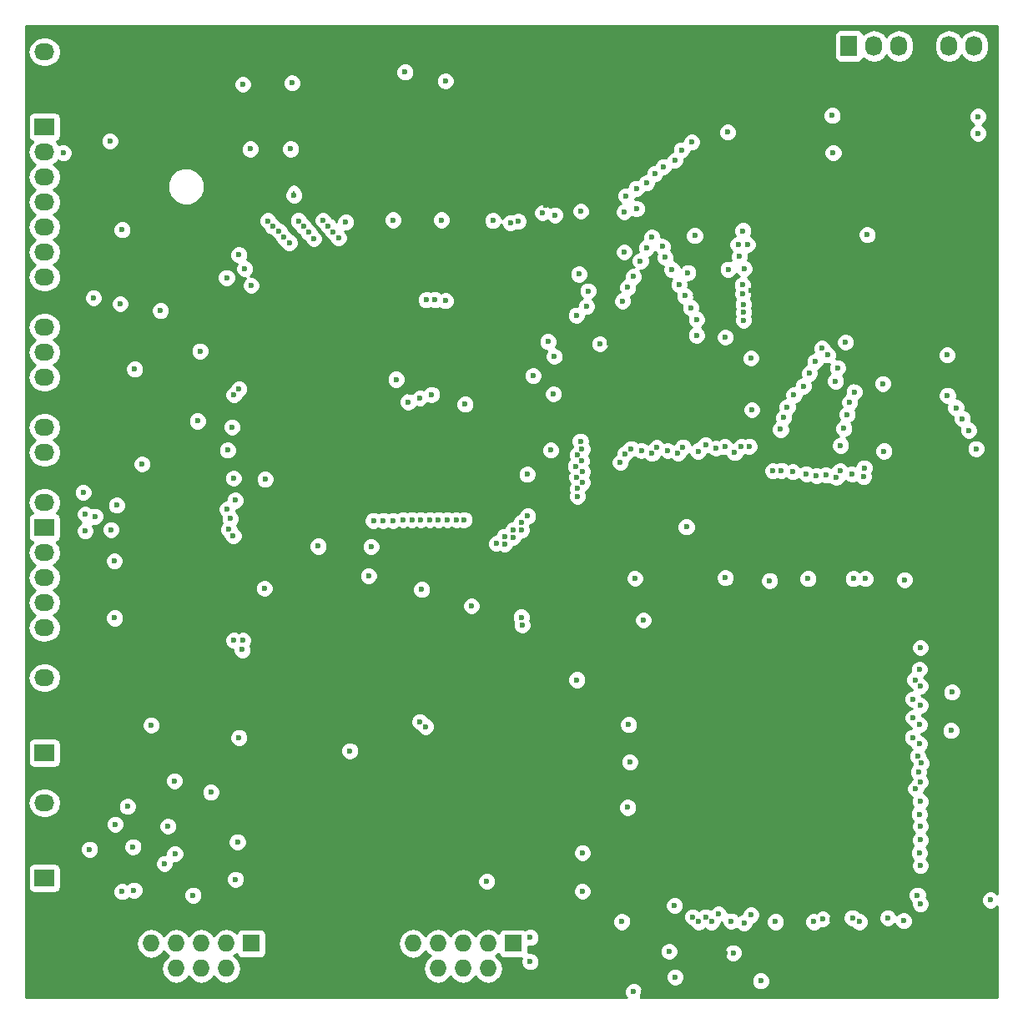
<source format=gbr>
G04 #@! TF.FileFunction,Copper,L2,Inr,Plane*
%FSLAX46Y46*%
G04 Gerber Fmt 4.6, Leading zero omitted, Abs format (unit mm)*
G04 Created by KiCad (PCBNEW 0.201602141416+6556~42~ubuntu14.04.1-product) date ons 24 feb 2016 10:42:23*
%MOMM*%
G01*
G04 APERTURE LIST*
%ADD10C,0.100000*%
%ADD11C,5.000000*%
%ADD12R,1.727200X1.727200*%
%ADD13O,1.727200X1.727200*%
%ADD14R,2.032000X1.727200*%
%ADD15O,2.032000X1.727200*%
%ADD16R,1.727200X2.032000*%
%ADD17O,1.727200X2.032000*%
%ADD18C,0.600000*%
%ADD19C,0.609600*%
%ADD20C,0.304800*%
%ADD21C,0.203200*%
%ADD22C,0.165100*%
%ADD23C,0.254000*%
G04 APERTURE END LIST*
D10*
D11*
X115000000Y-146000000D03*
X181000000Y-70000000D03*
D12*
X108600000Y-143800000D03*
D13*
X108600000Y-146340000D03*
X106060000Y-143800000D03*
X106060000Y-146340000D03*
X103520000Y-143800000D03*
X103520000Y-146340000D03*
X100980000Y-143800000D03*
X100980000Y-146340000D03*
X98440000Y-143800000D03*
X98440000Y-146340000D03*
D12*
X135180000Y-143800000D03*
D13*
X135180000Y-146340000D03*
X132640000Y-143800000D03*
X132640000Y-146340000D03*
X130100000Y-143800000D03*
X130100000Y-146340000D03*
X127560000Y-143800000D03*
X127560000Y-146340000D03*
X125020000Y-143800000D03*
X125020000Y-146340000D03*
D14*
X87630000Y-124460000D03*
D15*
X87630000Y-121920000D03*
X87630000Y-119380000D03*
X87630000Y-116840000D03*
D14*
X87630000Y-137160000D03*
D15*
X87630000Y-134620000D03*
X87630000Y-132080000D03*
X87630000Y-129540000D03*
D14*
X87630000Y-101600000D03*
D15*
X87630000Y-99060000D03*
X87630000Y-96520000D03*
X87630000Y-93980000D03*
X87630000Y-91440000D03*
X87630000Y-88900000D03*
X87630000Y-86360000D03*
X87630000Y-83820000D03*
X87630000Y-81280000D03*
X87630000Y-78740000D03*
X87630000Y-76200000D03*
X87630000Y-73660000D03*
X87630000Y-71120000D03*
X87630000Y-68580000D03*
X87630000Y-66040000D03*
X87630000Y-63500000D03*
D16*
X169250000Y-52750000D03*
D17*
X171790000Y-52750000D03*
X174330000Y-52750000D03*
X176870000Y-52750000D03*
X179410000Y-52750000D03*
X181950000Y-52750000D03*
D14*
X87630000Y-60960000D03*
D15*
X87630000Y-58420000D03*
X87630000Y-55880000D03*
X87630000Y-53340000D03*
D14*
X87630000Y-114300000D03*
D15*
X87630000Y-111760000D03*
X87630000Y-109220000D03*
X87630000Y-106680000D03*
X87630000Y-104140000D03*
D11*
X181000000Y-146000000D03*
D18*
X164150000Y-145400000D03*
X160585936Y-141521369D03*
X149750000Y-112040160D03*
X148594127Y-144488157D03*
X139335614Y-90900799D03*
X123400000Y-107950000D03*
X118400000Y-103600000D03*
X159300000Y-77550000D03*
X159400000Y-61600000D03*
X159250000Y-82750000D03*
X174050000Y-95350000D03*
X173800000Y-74050000D03*
X116250000Y-123250000D03*
X112500000Y-124350000D03*
X93950000Y-136850000D03*
X124800000Y-59050000D03*
X99550000Y-75600000D03*
X94156070Y-74101214D03*
X94150000Y-98150000D03*
X175450000Y-63475000D03*
X175500000Y-59800000D03*
X93949996Y-100600000D03*
X108400000Y-67650000D03*
X101350000Y-84402330D03*
X103600000Y-82750000D03*
X108300000Y-86550000D03*
X118500000Y-82600000D03*
X122100000Y-82800000D03*
X114750000Y-78950000D03*
X159350000Y-87200000D03*
X162500000Y-82750000D03*
X103650002Y-89800000D03*
X97650000Y-64100000D03*
X100850000Y-133250000D03*
X133400000Y-109650000D03*
X128450000Y-109700000D03*
X139300000Y-80200000D03*
X115500000Y-67900000D03*
X98350000Y-67900000D03*
X91800000Y-84350000D03*
X151450000Y-138150000D03*
X141950000Y-119500000D03*
X157150000Y-105250000D03*
X159350000Y-91650000D03*
X143350000Y-80450000D03*
X146250000Y-75700000D03*
X153850000Y-78150000D03*
X172900000Y-89500000D03*
X169650000Y-84200000D03*
X181350000Y-79400000D03*
X130400000Y-55450000D03*
X143300000Y-61300000D03*
X146600000Y-71700000D03*
X160750000Y-72100000D03*
X96450000Y-51650000D03*
X98400000Y-89800000D03*
X91300000Y-89750000D03*
X91550000Y-92500000D03*
X122500000Y-103400000D03*
X139350000Y-97750000D03*
X142750000Y-89600000D03*
X103850000Y-80250000D03*
X176200000Y-143600000D03*
X167550000Y-141350000D03*
X163800000Y-141400000D03*
X156650000Y-144750000D03*
X150000000Y-141250000D03*
X142150000Y-140450000D03*
X142050000Y-136650000D03*
X141300000Y-133900000D03*
X142100000Y-132000000D03*
X141900000Y-127900000D03*
X141950000Y-125400000D03*
X141900000Y-123350000D03*
X142650000Y-105150000D03*
X148150000Y-105950000D03*
X151100000Y-110650000D03*
X153900000Y-111700000D03*
X159250000Y-106900000D03*
X163150000Y-106950000D03*
X161700000Y-94000000D03*
X165750000Y-110250000D03*
X167700000Y-110300000D03*
X172250000Y-110250000D03*
X174200000Y-110150000D03*
X176600000Y-111850000D03*
X179750000Y-115700000D03*
X179700000Y-120300000D03*
X179700000Y-124200000D03*
X179700000Y-126800000D03*
X179600000Y-128750000D03*
X179600000Y-132650000D03*
X179800000Y-135300000D03*
X176500000Y-137200000D03*
X171600000Y-141400000D03*
X172500000Y-148500000D03*
X148300000Y-149200000D03*
X155400000Y-148700000D03*
X138500000Y-68900000D03*
X125400000Y-70500000D03*
X120500000Y-70500000D03*
X106300000Y-97800000D03*
X112500000Y-106100000D03*
X139427919Y-85654061D03*
X118100000Y-123000000D03*
X106400000Y-122600000D03*
X144900000Y-82900000D03*
X130500000Y-70400000D03*
X95500000Y-71400000D03*
X110000000Y-96700000D03*
X128300000Y-56300000D03*
X139265660Y-88056720D03*
X94747080Y-110782100D03*
X94361000Y-101818440D03*
X152750000Y-101550000D03*
X141650000Y-117050000D03*
X118600000Y-124250000D03*
X136650000Y-100450000D03*
X157000000Y-75400000D03*
X182350000Y-61600000D03*
X182350000Y-59900000D03*
X167550000Y-59800000D03*
X167650000Y-63575000D03*
X94950238Y-99348204D03*
X96047670Y-129900000D03*
X109937261Y-107787261D03*
X142778798Y-77600055D03*
X141850000Y-75900000D03*
X89550000Y-63600000D03*
X91550000Y-98050000D03*
X103400000Y-83700000D03*
X125900000Y-107900000D03*
X130950000Y-109550000D03*
X120750000Y-103550000D03*
X112950000Y-67900000D03*
X157500000Y-144750000D03*
X172700000Y-87000000D03*
X159400000Y-89650000D03*
X153600000Y-72000000D03*
X172800000Y-93850000D03*
X146450000Y-73650000D03*
X156950000Y-61500000D03*
X152900000Y-75750000D03*
X115400000Y-103500000D03*
X139000000Y-93750000D03*
X139350000Y-84250000D03*
X106100000Y-76250000D03*
X106200000Y-93750000D03*
X147550000Y-106750000D03*
X151600000Y-147200000D03*
X100800000Y-127300000D03*
X123000000Y-70400000D03*
X118200000Y-70600000D03*
X127900000Y-70400000D03*
X171100000Y-71900000D03*
X168900000Y-82800000D03*
X156700000Y-82300000D03*
X159300000Y-84400000D03*
X166600000Y-141300000D03*
X173200000Y-141200000D03*
X176200000Y-138900000D03*
X176400000Y-134600000D03*
X176400000Y-130700000D03*
X176300000Y-126400000D03*
X179600000Y-122200000D03*
X179700000Y-118300000D03*
X176400000Y-116000000D03*
X176500000Y-113800000D03*
X174900000Y-106900000D03*
X170900000Y-106800000D03*
X169700000Y-106800000D03*
X165100000Y-106800000D03*
X161200000Y-107000000D03*
X156700000Y-106700000D03*
X148400000Y-111000000D03*
X146900000Y-121600000D03*
X147000000Y-125400000D03*
X146800000Y-130000000D03*
X142200000Y-134600000D03*
X142200000Y-138500000D03*
X151000000Y-144600000D03*
X156000000Y-140800000D03*
X159300000Y-140900000D03*
X96700000Y-138400000D03*
X94800000Y-131700000D03*
X107200000Y-133500000D03*
X107000000Y-137300000D03*
X132500000Y-137500000D03*
X147400000Y-148700000D03*
X160300000Y-147600000D03*
X183600000Y-139400000D03*
X179200000Y-84100000D03*
X92600000Y-78300000D03*
X99400000Y-79600000D03*
X139400000Y-69900000D03*
X133126811Y-70452329D03*
X107364512Y-122913308D03*
X141708540Y-97637130D03*
X176229378Y-124805319D03*
X142191755Y-97043918D03*
X176400000Y-123550000D03*
X141624492Y-96478152D03*
X175700000Y-122900000D03*
X141700000Y-98450000D03*
X176550000Y-125500000D03*
X142214417Y-95948596D03*
X176400000Y-121600000D03*
X141518099Y-95380704D03*
X175750000Y-120900000D03*
X142110594Y-94853274D03*
X176500000Y-119650000D03*
X141680370Y-94220579D03*
X175750000Y-119000000D03*
X142164470Y-93628091D03*
X176500000Y-117700000D03*
X142000000Y-92850000D03*
X175950000Y-117050000D03*
X181400000Y-91750000D03*
X168738654Y-91548990D03*
X180750000Y-90550000D03*
X169068865Y-90129177D03*
X180100000Y-89450000D03*
X169316536Y-88909358D03*
X169784898Y-87842159D03*
X179250000Y-88200000D03*
X168408443Y-93276864D03*
X182150000Y-93600000D03*
X149752107Y-93482752D03*
X148092593Y-74552330D03*
X149250000Y-94100000D03*
X147371060Y-76152330D03*
X152400000Y-93450000D03*
X150319668Y-73104679D03*
X150858498Y-93796601D03*
X148700000Y-73247670D03*
X151900000Y-94050000D03*
X149255075Y-72152330D03*
X151300000Y-75447670D03*
X154701392Y-93246751D03*
X153950000Y-93850000D03*
X150600000Y-74200000D03*
X152000000Y-76947670D03*
X155750000Y-93550000D03*
X157650000Y-94000000D03*
X153200000Y-79300000D03*
X156650000Y-93400000D03*
X152600000Y-78100000D03*
X158315340Y-93378551D03*
X153787743Y-80498639D03*
X162624287Y-90452330D03*
X162391600Y-95801120D03*
X159129616Y-93369661D03*
X153787733Y-82098637D03*
X162315106Y-91647670D03*
X161513971Y-95858944D03*
X170800000Y-95550000D03*
X167900021Y-86746829D03*
X169532560Y-96164613D03*
X167100000Y-84100000D03*
X170750000Y-96450000D03*
X168100000Y-85400000D03*
X168350000Y-95850000D03*
X166500000Y-83400000D03*
X167971787Y-96515095D03*
X165812725Y-84759329D03*
X166900000Y-96300000D03*
X165234844Y-85947670D03*
X164900000Y-96150000D03*
X163670244Y-88152330D03*
X165950000Y-96350000D03*
X164632622Y-87253302D03*
X163550000Y-95950000D03*
X162992610Y-89367257D03*
X142613606Y-79172104D03*
X146500000Y-94150000D03*
X148200000Y-93800000D03*
X146800000Y-77247670D03*
X147150000Y-93600000D03*
X146277844Y-78632424D03*
X146050000Y-94999998D03*
X141593008Y-80077908D03*
X130300000Y-89100000D03*
X124532577Y-88858069D03*
X94700000Y-105000000D03*
X135700000Y-70547782D03*
X147734260Y-69247670D03*
X158562254Y-79787746D03*
X146653044Y-67952330D03*
X158550000Y-78950000D03*
X147689530Y-67183998D03*
X158500000Y-77900000D03*
X148710055Y-66644842D03*
X158450000Y-77000000D03*
X158612261Y-75337739D03*
X149539952Y-65710047D03*
X150416924Y-65001973D03*
X158150000Y-74100000D03*
X158000000Y-72900000D03*
X151600000Y-64350000D03*
X158950000Y-72900000D03*
X152250000Y-63300000D03*
X158500000Y-71500000D03*
X153300000Y-62500000D03*
X92200000Y-134250000D03*
X126350000Y-78500000D03*
X95500000Y-138550000D03*
X127250000Y-78500000D03*
X143968695Y-82959246D03*
X138700000Y-82750000D03*
X138141028Y-69669920D03*
X104500000Y-128450000D03*
X100850000Y-134700000D03*
X107750000Y-113050000D03*
X106800000Y-96600000D03*
X126300000Y-121800000D03*
X136100000Y-111500000D03*
X121000000Y-100900000D03*
X146200000Y-141600000D03*
X97518354Y-95156154D03*
X122000000Y-100900000D03*
X153400000Y-141100000D03*
X123000000Y-100900000D03*
X154000000Y-141600000D03*
X124000000Y-100800000D03*
X154700000Y-141100000D03*
X124900000Y-100800000D03*
X155300000Y-141600000D03*
X123294979Y-86568996D03*
X137200000Y-86200000D03*
X142050000Y-69500000D03*
X158550000Y-80600000D03*
X146443331Y-69577881D03*
X125800000Y-100800000D03*
X158600000Y-141700000D03*
X126700000Y-100800000D03*
X161800000Y-141600000D03*
X127600000Y-100800000D03*
X165700000Y-141600000D03*
X128500000Y-100800000D03*
X169600000Y-141200000D03*
X129400000Y-100800000D03*
X170300000Y-141600000D03*
X130200000Y-100800000D03*
X174800000Y-141500000D03*
X176500000Y-139800000D03*
X133476728Y-103223777D03*
X176500000Y-135900000D03*
X134294404Y-103266944D03*
X176500000Y-131900000D03*
X135188238Y-102611762D03*
X176500000Y-133300000D03*
X134300984Y-102499016D03*
X176500000Y-129400000D03*
X135183543Y-101832559D03*
X176000000Y-128100000D03*
X135995298Y-101869805D03*
X176500000Y-127400000D03*
X136000000Y-101100000D03*
X106773980Y-102438200D03*
X91750000Y-101950000D03*
X91750000Y-100250000D03*
X106150000Y-99750000D03*
X92735400Y-100469700D03*
X106450000Y-100700000D03*
X107350002Y-73950000D03*
X107950000Y-75350000D03*
X108600000Y-77050000D03*
X110292026Y-70484889D03*
X110782812Y-71071852D03*
X111402330Y-71520844D03*
X111902330Y-72150000D03*
X112450000Y-72700000D03*
X113387660Y-70483863D03*
X113902330Y-71050000D03*
X114402330Y-71650000D03*
X114950000Y-72300000D03*
X115887660Y-70433863D03*
X116402330Y-71000000D03*
X116902330Y-71600000D03*
X117450000Y-72200000D03*
X107750000Y-56650000D03*
X108500000Y-63200000D03*
X112750000Y-56500000D03*
X112600000Y-63200000D03*
X103150000Y-90800000D03*
X106304080Y-101797660D03*
X106967020Y-98844100D03*
X124200000Y-55400000D03*
X134900000Y-70700000D03*
X94250000Y-62400000D03*
X96773996Y-85536422D03*
X95300000Y-78900000D03*
X106650000Y-91400000D03*
X98450000Y-121650000D03*
X106850000Y-113050000D03*
X99799998Y-135700000D03*
X100150000Y-131900000D03*
X107700000Y-114000000D03*
X125700000Y-121300000D03*
X136000000Y-110700000D03*
X128300000Y-78600000D03*
X102700000Y-138900000D03*
X157300000Y-141526600D03*
X120500000Y-106500000D03*
X136900000Y-143200000D03*
X136900000Y-145650000D03*
X96599998Y-134000000D03*
X151550000Y-139950000D03*
X106834940Y-88140540D03*
X107363260Y-87541100D03*
X125700000Y-88465154D03*
X126900002Y-88100000D03*
X136600000Y-96200000D03*
D19*
X164150000Y-145400000D02*
X164550000Y-145400000D01*
D20*
X160585936Y-140685936D02*
X160585936Y-141097105D01*
X160550000Y-140650000D02*
X160585936Y-140685936D01*
X160585936Y-141097105D02*
X160585936Y-141521369D01*
X149450001Y-111740161D02*
X149750000Y-112040160D01*
X149450001Y-111699999D02*
X149450001Y-111740161D01*
X149500000Y-111650000D02*
X149450001Y-111699999D01*
X148594127Y-145105873D02*
X148594127Y-144912421D01*
X148200000Y-145500000D02*
X148594127Y-145105873D01*
X148594127Y-144912421D02*
X148594127Y-144488157D01*
X139335614Y-90900799D02*
X138849201Y-90900799D01*
X123400000Y-107950000D02*
X123400000Y-107500000D01*
X118400000Y-103600000D02*
X117800000Y-103600000D01*
X159300000Y-77550000D02*
X159599999Y-77849999D01*
X159599999Y-77849999D02*
X160200001Y-77849999D01*
X159300000Y-77550000D02*
X159400000Y-77650000D01*
X159400000Y-61600000D02*
X159824264Y-61600000D01*
X159824264Y-61600000D02*
X159924264Y-61700000D01*
X159250000Y-82750000D02*
X159674264Y-82750000D01*
X159674264Y-82750000D02*
X159750000Y-82825736D01*
X174050000Y-95350000D02*
X173625736Y-95350000D01*
X173625736Y-95350000D02*
X173525736Y-95450000D01*
X173800000Y-74050000D02*
X174099999Y-74349999D01*
X174099999Y-74349999D02*
X174299999Y-74349999D01*
X116250000Y-123250000D02*
X115900000Y-122900000D01*
X112500000Y-124350000D02*
X112800000Y-124650000D01*
X93950000Y-136850000D02*
X93950000Y-136950000D01*
X124800000Y-59050000D02*
X124700000Y-58950000D01*
X99550000Y-75600000D02*
X99950000Y-75600000D01*
X94156070Y-74101214D02*
X94307284Y-73950000D01*
X93949996Y-100600000D02*
X93949996Y-100299996D01*
X94150000Y-98150000D02*
X93850001Y-98449999D01*
X93850001Y-98449999D02*
X93850001Y-98500001D01*
X175450000Y-63475000D02*
X175874264Y-63475000D01*
X175874264Y-63475000D02*
X176025000Y-63625736D01*
X175500000Y-59800000D02*
X175924264Y-59800000D01*
X175924264Y-59800000D02*
X175950000Y-59825736D01*
X94000002Y-100600000D02*
X93949996Y-100600000D01*
X108050000Y-67500000D02*
X108200000Y-67650000D01*
X108200000Y-67650000D02*
X108400000Y-67650000D01*
X101350000Y-85152330D02*
X101350000Y-84402330D01*
X103600000Y-82750000D02*
X103600000Y-82700000D01*
X103600000Y-82700000D02*
X103350000Y-82450000D01*
X103600000Y-82750000D02*
X103500000Y-82650000D01*
X108400000Y-86650000D02*
X108850000Y-86650000D01*
X108300000Y-86550000D02*
X108400000Y-86650000D01*
X118950000Y-82150000D02*
X119000000Y-82150000D01*
X118500000Y-82600000D02*
X118950000Y-82150000D01*
X122450000Y-82450000D02*
X122950000Y-82450000D01*
X122100000Y-82800000D02*
X122450000Y-82450000D01*
X114700000Y-78900000D02*
X114700000Y-78300000D01*
X114750000Y-78950000D02*
X114700000Y-78900000D01*
D21*
X159300000Y-87150000D02*
X159100000Y-87150000D01*
X159350000Y-87200000D02*
X159300000Y-87150000D01*
X162550000Y-82800000D02*
X162900000Y-82800000D01*
X162500000Y-82750000D02*
X162550000Y-82800000D01*
D20*
X97850000Y-64500000D02*
X97850000Y-64300000D01*
X97850000Y-64300000D02*
X97650000Y-64100000D01*
X133400000Y-109650000D02*
X133400000Y-110300000D01*
X128450000Y-109700000D02*
X128450000Y-110050000D01*
X139250000Y-80150000D02*
X138850000Y-80150000D01*
X139300000Y-80200000D02*
X139250000Y-80150000D01*
D22*
X115450000Y-67850000D02*
X115450000Y-67450000D01*
X115500000Y-67900000D02*
X115450000Y-67850000D01*
D20*
X98350000Y-67900000D02*
X98350000Y-67400000D01*
X91750000Y-84400000D02*
X91300000Y-84400000D01*
X91800000Y-84350000D02*
X91750000Y-84400000D01*
X151450000Y-138150000D02*
X151450000Y-137650000D01*
X151450000Y-138150000D02*
X151450000Y-138000000D01*
X141600000Y-119150000D02*
X141600000Y-119100000D01*
X141950000Y-119500000D02*
X141600000Y-119150000D01*
D21*
X157150000Y-105250000D02*
X156700000Y-105250000D01*
X159350000Y-91650000D02*
X158850000Y-91650000D01*
X143350000Y-80450000D02*
X143050000Y-80450000D01*
X146300000Y-75650000D02*
X146550000Y-75650000D01*
X146250000Y-75700000D02*
X146300000Y-75650000D01*
D20*
X153750000Y-78050000D02*
X153550000Y-78050000D01*
X153850000Y-78150000D02*
X153750000Y-78050000D01*
X173050000Y-89500000D02*
X173150000Y-89600000D01*
X172900000Y-89500000D02*
X173050000Y-89500000D01*
X169200000Y-84200000D02*
X169050000Y-84050000D01*
X169650000Y-84200000D02*
X169200000Y-84200000D01*
X181350000Y-79400000D02*
X181350000Y-78900000D01*
X181350000Y-78900000D02*
X181500000Y-78750000D01*
X130150000Y-55200000D02*
X130150000Y-55150000D01*
X130400000Y-55450000D02*
X130150000Y-55200000D01*
X141750000Y-61300000D02*
X143300000Y-61300000D01*
D22*
X146650000Y-71750000D02*
X147050000Y-71750000D01*
X146600000Y-71700000D02*
X146650000Y-71750000D01*
D20*
X160600000Y-71950000D02*
X160600000Y-71850000D01*
X160750000Y-72100000D02*
X160600000Y-71950000D01*
X96450000Y-51650000D02*
X96450000Y-51450000D01*
X98500000Y-89700000D02*
X98800000Y-89700000D01*
X98400000Y-89800000D02*
X98500000Y-89700000D01*
X91400000Y-89650000D02*
X91400000Y-89450000D01*
X91300000Y-89750000D02*
X91400000Y-89650000D01*
X91550000Y-92500000D02*
X92000000Y-92500000D01*
X122200000Y-103100000D02*
X122000000Y-103100000D01*
X122500000Y-103400000D02*
X122200000Y-103100000D01*
X139350000Y-97750000D02*
X139100000Y-97750000D01*
X142750000Y-89600000D02*
X143150000Y-89600000D01*
X103750000Y-80150000D02*
X103750000Y-79950000D01*
X103850000Y-80250000D02*
X103750000Y-80150000D01*
X176200000Y-143600000D02*
X176200000Y-143950000D01*
X167650000Y-141250000D02*
X167650000Y-141150000D01*
X167550000Y-141350000D02*
X167650000Y-141250000D01*
X163800000Y-141400000D02*
X163800000Y-141050000D01*
X156650000Y-144750000D02*
X156650000Y-145200000D01*
X149950000Y-141200000D02*
X149950000Y-140650000D01*
X150000000Y-141250000D02*
X149950000Y-141200000D01*
X142000000Y-140600000D02*
X141450000Y-140600000D01*
X142150000Y-140450000D02*
X142000000Y-140600000D01*
X141950000Y-136750000D02*
X141750000Y-136750000D01*
X142050000Y-136650000D02*
X141950000Y-136750000D01*
X141300000Y-133900000D02*
X141500000Y-133900000D01*
X141950000Y-131850000D02*
X141700000Y-131850000D01*
X142100000Y-132000000D02*
X141950000Y-131850000D01*
X141550000Y-127550000D02*
X141550000Y-127500000D01*
X141900000Y-127900000D02*
X141550000Y-127550000D01*
X141950000Y-125400000D02*
X141750000Y-125200000D01*
X141900000Y-123350000D02*
X141550000Y-123000000D01*
X142650000Y-104600000D02*
X142800000Y-104450000D01*
X142650000Y-105150000D02*
X142650000Y-104600000D01*
X148150000Y-105950000D02*
X148000000Y-105950000D01*
X148000000Y-105950000D02*
X147700000Y-105650000D01*
X151100000Y-110650000D02*
X150800000Y-110650000D01*
X150800000Y-110650000D02*
X150700000Y-110750000D01*
X153900000Y-111700000D02*
X153900000Y-111800000D01*
X153900000Y-111800000D02*
X153600000Y-112100000D01*
X159250000Y-106900000D02*
X159250000Y-106500000D01*
X159250000Y-106500000D02*
X159350000Y-106400000D01*
X163150000Y-106950000D02*
X163150000Y-106550000D01*
X161700000Y-94000000D02*
X161400001Y-94299999D01*
X161400001Y-94299999D02*
X161150001Y-94299999D01*
X165750000Y-110250000D02*
X165750000Y-110450000D01*
X165750000Y-110450000D02*
X165700000Y-110500000D01*
X167700000Y-110300000D02*
X167700000Y-110600000D01*
X172250000Y-110250000D02*
X172250000Y-110600000D01*
X172250000Y-110600000D02*
X172100000Y-110750000D01*
X174200000Y-110150000D02*
X174200000Y-110600000D01*
X174200000Y-110600000D02*
X174150000Y-110600000D01*
X174150000Y-110600000D02*
X174050000Y-110700000D01*
X176600000Y-111850000D02*
X176100000Y-111850000D01*
X179750000Y-115700000D02*
X180200000Y-115700000D01*
X179700000Y-120300000D02*
X180050000Y-120300000D01*
X179700000Y-124200000D02*
X179950000Y-124200000D01*
X179700000Y-126800000D02*
X179850000Y-126800000D01*
X179600000Y-128750000D02*
X180050000Y-128750000D01*
X179600000Y-132650000D02*
X179800000Y-132650000D01*
X179800000Y-135300000D02*
X180200000Y-135300000D01*
X176500000Y-137200000D02*
X176100000Y-137200000D01*
X171600000Y-141400000D02*
X171600000Y-140900000D01*
X171600000Y-140900000D02*
X171400000Y-140700000D01*
X172500000Y-148500000D02*
X172500000Y-148300000D01*
X172500000Y-148300000D02*
X172900000Y-147900000D01*
X148300000Y-149200000D02*
X148300000Y-148600000D01*
X155400000Y-148700000D02*
X155700000Y-148400000D01*
D22*
X138500000Y-68900000D02*
X138924264Y-68900000D01*
X138924264Y-68900000D02*
X139100000Y-68724264D01*
X125600000Y-70700000D02*
X125600000Y-70800000D01*
X125400000Y-70500000D02*
X125600000Y-70700000D01*
X120400000Y-70600000D02*
X120400000Y-71000000D01*
X120500000Y-70500000D02*
X120400000Y-70600000D01*
X106300000Y-97800000D02*
X106800000Y-97800000D01*
X112600000Y-106200000D02*
X112600000Y-106500000D01*
X112500000Y-106100000D02*
X112600000Y-106200000D01*
X139427919Y-85654061D02*
X139003655Y-85654061D01*
X139003655Y-85654061D02*
X139000000Y-85657716D01*
X117600000Y-122500000D02*
X117500000Y-122500000D01*
X118100000Y-123000000D02*
X117600000Y-122500000D01*
X106400000Y-122600000D02*
X106400000Y-122175736D01*
X106400000Y-122175736D02*
X106324264Y-122100000D01*
X144900000Y-82900000D02*
X144900000Y-83300000D01*
X130800000Y-70700000D02*
X130900000Y-70700000D01*
X130500000Y-70400000D02*
X130800000Y-70700000D01*
X112950000Y-67900000D02*
X112950000Y-67450000D01*
D23*
G36*
X184290000Y-138767760D02*
X184130327Y-138607808D01*
X183786799Y-138465162D01*
X183414833Y-138464838D01*
X183071057Y-138606883D01*
X182807808Y-138869673D01*
X182665162Y-139213201D01*
X182664838Y-139585167D01*
X182806883Y-139928943D01*
X183069673Y-140192192D01*
X183413201Y-140334838D01*
X183785167Y-140335162D01*
X184128943Y-140193117D01*
X184290000Y-140032341D01*
X184290000Y-149290000D01*
X148132415Y-149290000D01*
X148192192Y-149230327D01*
X148334838Y-148886799D01*
X148335162Y-148514833D01*
X148193117Y-148171057D01*
X147930327Y-147907808D01*
X147586799Y-147765162D01*
X147214833Y-147764838D01*
X146871057Y-147906883D01*
X146607808Y-148169673D01*
X146465162Y-148513201D01*
X146464838Y-148885167D01*
X146606883Y-149228943D01*
X146667834Y-149290000D01*
X85710000Y-149290000D01*
X85710000Y-143770641D01*
X96941400Y-143770641D01*
X96941400Y-143829359D01*
X97055474Y-144402848D01*
X97380330Y-144889029D01*
X97866511Y-145213885D01*
X98440000Y-145327959D01*
X99013489Y-145213885D01*
X99499670Y-144889029D01*
X99710000Y-144574248D01*
X99920330Y-144889029D01*
X100191172Y-145070000D01*
X99920330Y-145250971D01*
X99595474Y-145737152D01*
X99481400Y-146310641D01*
X99481400Y-146369359D01*
X99595474Y-146942848D01*
X99920330Y-147429029D01*
X100406511Y-147753885D01*
X100980000Y-147867959D01*
X101553489Y-147753885D01*
X102039670Y-147429029D01*
X102250000Y-147114248D01*
X102460330Y-147429029D01*
X102946511Y-147753885D01*
X103520000Y-147867959D01*
X104093489Y-147753885D01*
X104579670Y-147429029D01*
X104790000Y-147114248D01*
X105000330Y-147429029D01*
X105486511Y-147753885D01*
X106060000Y-147867959D01*
X106633489Y-147753885D01*
X107119670Y-147429029D01*
X107444526Y-146942848D01*
X107558600Y-146369359D01*
X107558600Y-146310641D01*
X107444526Y-145737152D01*
X107119670Y-145250971D01*
X106848828Y-145070000D01*
X107119670Y-144889029D01*
X107130559Y-144872733D01*
X107138243Y-144911365D01*
X107278591Y-145121409D01*
X107488635Y-145261757D01*
X107736400Y-145311040D01*
X109463600Y-145311040D01*
X109711365Y-145261757D01*
X109921409Y-145121409D01*
X110061757Y-144911365D01*
X110111040Y-144663600D01*
X110111040Y-143770641D01*
X123521400Y-143770641D01*
X123521400Y-143829359D01*
X123635474Y-144402848D01*
X123960330Y-144889029D01*
X124446511Y-145213885D01*
X125020000Y-145327959D01*
X125593489Y-145213885D01*
X126079670Y-144889029D01*
X126290000Y-144574248D01*
X126500330Y-144889029D01*
X126771172Y-145070000D01*
X126500330Y-145250971D01*
X126175474Y-145737152D01*
X126061400Y-146310641D01*
X126061400Y-146369359D01*
X126175474Y-146942848D01*
X126500330Y-147429029D01*
X126986511Y-147753885D01*
X127560000Y-147867959D01*
X128133489Y-147753885D01*
X128619670Y-147429029D01*
X128830000Y-147114248D01*
X129040330Y-147429029D01*
X129526511Y-147753885D01*
X130100000Y-147867959D01*
X130673489Y-147753885D01*
X131159670Y-147429029D01*
X131370000Y-147114248D01*
X131580330Y-147429029D01*
X132066511Y-147753885D01*
X132640000Y-147867959D01*
X133213489Y-147753885D01*
X133699670Y-147429029D01*
X133728977Y-147385167D01*
X150664838Y-147385167D01*
X150806883Y-147728943D01*
X151069673Y-147992192D01*
X151413201Y-148134838D01*
X151785167Y-148135162D01*
X152128943Y-147993117D01*
X152337256Y-147785167D01*
X159364838Y-147785167D01*
X159506883Y-148128943D01*
X159769673Y-148392192D01*
X160113201Y-148534838D01*
X160485167Y-148535162D01*
X160828943Y-148393117D01*
X161092192Y-148130327D01*
X161234838Y-147786799D01*
X161235162Y-147414833D01*
X161093117Y-147071057D01*
X160830327Y-146807808D01*
X160486799Y-146665162D01*
X160114833Y-146664838D01*
X159771057Y-146806883D01*
X159507808Y-147069673D01*
X159365162Y-147413201D01*
X159364838Y-147785167D01*
X152337256Y-147785167D01*
X152392192Y-147730327D01*
X152534838Y-147386799D01*
X152535162Y-147014833D01*
X152393117Y-146671057D01*
X152130327Y-146407808D01*
X151786799Y-146265162D01*
X151414833Y-146264838D01*
X151071057Y-146406883D01*
X150807808Y-146669673D01*
X150665162Y-147013201D01*
X150664838Y-147385167D01*
X133728977Y-147385167D01*
X134024526Y-146942848D01*
X134138600Y-146369359D01*
X134138600Y-146310641D01*
X134024526Y-145737152D01*
X133699670Y-145250971D01*
X133428828Y-145070000D01*
X133699670Y-144889029D01*
X133710559Y-144872733D01*
X133718243Y-144911365D01*
X133858591Y-145121409D01*
X134068635Y-145261757D01*
X134316400Y-145311040D01*
X136028345Y-145311040D01*
X135965162Y-145463201D01*
X135964838Y-145835167D01*
X136106883Y-146178943D01*
X136369673Y-146442192D01*
X136713201Y-146584838D01*
X137085167Y-146585162D01*
X137428943Y-146443117D01*
X137692192Y-146180327D01*
X137834838Y-145836799D01*
X137835162Y-145464833D01*
X137693117Y-145121057D01*
X137430327Y-144857808D01*
X137255389Y-144785167D01*
X150064838Y-144785167D01*
X150206883Y-145128943D01*
X150469673Y-145392192D01*
X150813201Y-145534838D01*
X151185167Y-145535162D01*
X151528943Y-145393117D01*
X151792192Y-145130327D01*
X151873229Y-144935167D01*
X156564838Y-144935167D01*
X156706883Y-145278943D01*
X156969673Y-145542192D01*
X157313201Y-145684838D01*
X157685167Y-145685162D01*
X158028943Y-145543117D01*
X158292192Y-145280327D01*
X158434838Y-144936799D01*
X158435162Y-144564833D01*
X158293117Y-144221057D01*
X158030327Y-143957808D01*
X157686799Y-143815162D01*
X157314833Y-143814838D01*
X156971057Y-143956883D01*
X156707808Y-144219673D01*
X156565162Y-144563201D01*
X156564838Y-144935167D01*
X151873229Y-144935167D01*
X151934838Y-144786799D01*
X151935162Y-144414833D01*
X151793117Y-144071057D01*
X151530327Y-143807808D01*
X151186799Y-143665162D01*
X150814833Y-143664838D01*
X150471057Y-143806883D01*
X150207808Y-144069673D01*
X150065162Y-144413201D01*
X150064838Y-144785167D01*
X137255389Y-144785167D01*
X137086799Y-144715162D01*
X136714833Y-144714838D01*
X136677805Y-144730138D01*
X136691040Y-144663600D01*
X136691040Y-144125636D01*
X136713201Y-144134838D01*
X137085167Y-144135162D01*
X137428943Y-143993117D01*
X137692192Y-143730327D01*
X137834838Y-143386799D01*
X137835162Y-143014833D01*
X137693117Y-142671057D01*
X137430327Y-142407808D01*
X137086799Y-142265162D01*
X136714833Y-142264838D01*
X136385290Y-142401002D01*
X136291365Y-142338243D01*
X136043600Y-142288960D01*
X134316400Y-142288960D01*
X134068635Y-142338243D01*
X133858591Y-142478591D01*
X133718243Y-142688635D01*
X133710559Y-142727267D01*
X133699670Y-142710971D01*
X133213489Y-142386115D01*
X132640000Y-142272041D01*
X132066511Y-142386115D01*
X131580330Y-142710971D01*
X131370000Y-143025752D01*
X131159670Y-142710971D01*
X130673489Y-142386115D01*
X130100000Y-142272041D01*
X129526511Y-142386115D01*
X129040330Y-142710971D01*
X128830000Y-143025752D01*
X128619670Y-142710971D01*
X128133489Y-142386115D01*
X127560000Y-142272041D01*
X126986511Y-142386115D01*
X126500330Y-142710971D01*
X126290000Y-143025752D01*
X126079670Y-142710971D01*
X125593489Y-142386115D01*
X125020000Y-142272041D01*
X124446511Y-142386115D01*
X123960330Y-142710971D01*
X123635474Y-143197152D01*
X123521400Y-143770641D01*
X110111040Y-143770641D01*
X110111040Y-142936400D01*
X110061757Y-142688635D01*
X109921409Y-142478591D01*
X109711365Y-142338243D01*
X109463600Y-142288960D01*
X107736400Y-142288960D01*
X107488635Y-142338243D01*
X107278591Y-142478591D01*
X107138243Y-142688635D01*
X107130559Y-142727267D01*
X107119670Y-142710971D01*
X106633489Y-142386115D01*
X106060000Y-142272041D01*
X105486511Y-142386115D01*
X105000330Y-142710971D01*
X104790000Y-143025752D01*
X104579670Y-142710971D01*
X104093489Y-142386115D01*
X103520000Y-142272041D01*
X102946511Y-142386115D01*
X102460330Y-142710971D01*
X102250000Y-143025752D01*
X102039670Y-142710971D01*
X101553489Y-142386115D01*
X100980000Y-142272041D01*
X100406511Y-142386115D01*
X99920330Y-142710971D01*
X99710000Y-143025752D01*
X99499670Y-142710971D01*
X99013489Y-142386115D01*
X98440000Y-142272041D01*
X97866511Y-142386115D01*
X97380330Y-142710971D01*
X97055474Y-143197152D01*
X96941400Y-143770641D01*
X85710000Y-143770641D01*
X85710000Y-141785167D01*
X145264838Y-141785167D01*
X145406883Y-142128943D01*
X145669673Y-142392192D01*
X146013201Y-142534838D01*
X146385167Y-142535162D01*
X146728943Y-142393117D01*
X146992192Y-142130327D01*
X147134838Y-141786799D01*
X147135162Y-141414833D01*
X147081586Y-141285167D01*
X152464838Y-141285167D01*
X152606883Y-141628943D01*
X152869673Y-141892192D01*
X153158638Y-142012181D01*
X153206883Y-142128943D01*
X153469673Y-142392192D01*
X153813201Y-142534838D01*
X154185167Y-142535162D01*
X154528943Y-142393117D01*
X154649981Y-142272290D01*
X154769673Y-142392192D01*
X155113201Y-142534838D01*
X155485167Y-142535162D01*
X155828943Y-142393117D01*
X156092192Y-142130327D01*
X156234838Y-141786799D01*
X156234901Y-141714612D01*
X156364882Y-141660905D01*
X156364838Y-141711767D01*
X156506883Y-142055543D01*
X156769673Y-142318792D01*
X157113201Y-142461438D01*
X157485167Y-142461762D01*
X157828943Y-142319717D01*
X157863281Y-142285439D01*
X158069673Y-142492192D01*
X158413201Y-142634838D01*
X158785167Y-142635162D01*
X159128943Y-142493117D01*
X159392192Y-142230327D01*
X159534838Y-141886799D01*
X159534901Y-141814612D01*
X159606163Y-141785167D01*
X160864838Y-141785167D01*
X161006883Y-142128943D01*
X161269673Y-142392192D01*
X161613201Y-142534838D01*
X161985167Y-142535162D01*
X162328943Y-142393117D01*
X162592192Y-142130327D01*
X162734838Y-141786799D01*
X162734839Y-141785167D01*
X164764838Y-141785167D01*
X164906883Y-142128943D01*
X165169673Y-142392192D01*
X165513201Y-142534838D01*
X165885167Y-142535162D01*
X166228943Y-142393117D01*
X166395049Y-142227301D01*
X166413201Y-142234838D01*
X166785167Y-142235162D01*
X167128943Y-142093117D01*
X167392192Y-141830327D01*
X167534838Y-141486799D01*
X167534926Y-141385167D01*
X168664838Y-141385167D01*
X168806883Y-141728943D01*
X169069673Y-141992192D01*
X169413201Y-142134838D01*
X169512854Y-142134925D01*
X169769673Y-142392192D01*
X170113201Y-142534838D01*
X170485167Y-142535162D01*
X170828943Y-142393117D01*
X171092192Y-142130327D01*
X171234838Y-141786799D01*
X171235162Y-141414833D01*
X171222905Y-141385167D01*
X172264838Y-141385167D01*
X172406883Y-141728943D01*
X172669673Y-141992192D01*
X173013201Y-142134838D01*
X173385167Y-142135162D01*
X173728943Y-141993117D01*
X173915239Y-141807146D01*
X174006883Y-142028943D01*
X174269673Y-142292192D01*
X174613201Y-142434838D01*
X174985167Y-142435162D01*
X175328943Y-142293117D01*
X175592192Y-142030327D01*
X175734838Y-141686799D01*
X175735162Y-141314833D01*
X175593117Y-140971057D01*
X175330327Y-140707808D01*
X174986799Y-140565162D01*
X174614833Y-140564838D01*
X174271057Y-140706883D01*
X174084761Y-140892854D01*
X173993117Y-140671057D01*
X173730327Y-140407808D01*
X173386799Y-140265162D01*
X173014833Y-140264838D01*
X172671057Y-140406883D01*
X172407808Y-140669673D01*
X172265162Y-141013201D01*
X172264838Y-141385167D01*
X171222905Y-141385167D01*
X171093117Y-141071057D01*
X170830327Y-140807808D01*
X170486799Y-140665162D01*
X170387146Y-140665075D01*
X170130327Y-140407808D01*
X169786799Y-140265162D01*
X169414833Y-140264838D01*
X169071057Y-140406883D01*
X168807808Y-140669673D01*
X168665162Y-141013201D01*
X168664838Y-141385167D01*
X167534926Y-141385167D01*
X167535162Y-141114833D01*
X167393117Y-140771057D01*
X167130327Y-140507808D01*
X166786799Y-140365162D01*
X166414833Y-140364838D01*
X166071057Y-140506883D01*
X165904951Y-140672699D01*
X165886799Y-140665162D01*
X165514833Y-140664838D01*
X165171057Y-140806883D01*
X164907808Y-141069673D01*
X164765162Y-141413201D01*
X164764838Y-141785167D01*
X162734839Y-141785167D01*
X162735162Y-141414833D01*
X162593117Y-141071057D01*
X162330327Y-140807808D01*
X161986799Y-140665162D01*
X161614833Y-140664838D01*
X161271057Y-140806883D01*
X161007808Y-141069673D01*
X160865162Y-141413201D01*
X160864838Y-141785167D01*
X159606163Y-141785167D01*
X159828943Y-141693117D01*
X160092192Y-141430327D01*
X160234838Y-141086799D01*
X160235162Y-140714833D01*
X160093117Y-140371057D01*
X159830327Y-140107808D01*
X159486799Y-139965162D01*
X159114833Y-139964838D01*
X158771057Y-140106883D01*
X158507808Y-140369673D01*
X158365162Y-140713201D01*
X158365099Y-140785388D01*
X158071057Y-140906883D01*
X158036719Y-140941161D01*
X157830327Y-140734408D01*
X157486799Y-140591762D01*
X157114833Y-140591438D01*
X156935118Y-140665695D01*
X156935162Y-140614833D01*
X156793117Y-140271057D01*
X156530327Y-140007808D01*
X156186799Y-139865162D01*
X155814833Y-139864838D01*
X155471057Y-140006883D01*
X155207808Y-140269673D01*
X155197613Y-140294224D01*
X154886799Y-140165162D01*
X154514833Y-140164838D01*
X154171057Y-140306883D01*
X154050019Y-140427710D01*
X153930327Y-140307808D01*
X153586799Y-140165162D01*
X153214833Y-140164838D01*
X152871057Y-140306883D01*
X152607808Y-140569673D01*
X152465162Y-140913201D01*
X152464838Y-141285167D01*
X147081586Y-141285167D01*
X146993117Y-141071057D01*
X146730327Y-140807808D01*
X146386799Y-140665162D01*
X146014833Y-140664838D01*
X145671057Y-140806883D01*
X145407808Y-141069673D01*
X145265162Y-141413201D01*
X145264838Y-141785167D01*
X85710000Y-141785167D01*
X85710000Y-140135167D01*
X150614838Y-140135167D01*
X150756883Y-140478943D01*
X151019673Y-140742192D01*
X151363201Y-140884838D01*
X151735167Y-140885162D01*
X152078943Y-140743117D01*
X152342192Y-140480327D01*
X152484838Y-140136799D01*
X152485162Y-139764833D01*
X152343117Y-139421057D01*
X152080327Y-139157808D01*
X151905389Y-139085167D01*
X175264838Y-139085167D01*
X175406883Y-139428943D01*
X175572699Y-139595049D01*
X175565162Y-139613201D01*
X175564838Y-139985167D01*
X175706883Y-140328943D01*
X175969673Y-140592192D01*
X176313201Y-140734838D01*
X176685167Y-140735162D01*
X177028943Y-140593117D01*
X177292192Y-140330327D01*
X177434838Y-139986799D01*
X177435162Y-139614833D01*
X177293117Y-139271057D01*
X177127301Y-139104951D01*
X177134838Y-139086799D01*
X177135162Y-138714833D01*
X176993117Y-138371057D01*
X176730327Y-138107808D01*
X176386799Y-137965162D01*
X176014833Y-137964838D01*
X175671057Y-138106883D01*
X175407808Y-138369673D01*
X175265162Y-138713201D01*
X175264838Y-139085167D01*
X151905389Y-139085167D01*
X151736799Y-139015162D01*
X151364833Y-139014838D01*
X151021057Y-139156883D01*
X150757808Y-139419673D01*
X150615162Y-139763201D01*
X150614838Y-140135167D01*
X85710000Y-140135167D01*
X85710000Y-138735167D01*
X94564838Y-138735167D01*
X94706883Y-139078943D01*
X94969673Y-139342192D01*
X95313201Y-139484838D01*
X95685167Y-139485162D01*
X96028943Y-139343117D01*
X96177059Y-139195259D01*
X96513201Y-139334838D01*
X96885167Y-139335162D01*
X97228943Y-139193117D01*
X97337081Y-139085167D01*
X101764838Y-139085167D01*
X101906883Y-139428943D01*
X102169673Y-139692192D01*
X102513201Y-139834838D01*
X102885167Y-139835162D01*
X103228943Y-139693117D01*
X103492192Y-139430327D01*
X103634838Y-139086799D01*
X103635162Y-138714833D01*
X103622905Y-138685167D01*
X141264838Y-138685167D01*
X141406883Y-139028943D01*
X141669673Y-139292192D01*
X142013201Y-139434838D01*
X142385167Y-139435162D01*
X142728943Y-139293117D01*
X142992192Y-139030327D01*
X143134838Y-138686799D01*
X143135162Y-138314833D01*
X142993117Y-137971057D01*
X142730327Y-137707808D01*
X142386799Y-137565162D01*
X142014833Y-137564838D01*
X141671057Y-137706883D01*
X141407808Y-137969673D01*
X141265162Y-138313201D01*
X141264838Y-138685167D01*
X103622905Y-138685167D01*
X103493117Y-138371057D01*
X103230327Y-138107808D01*
X102886799Y-137965162D01*
X102514833Y-137964838D01*
X102171057Y-138106883D01*
X101907808Y-138369673D01*
X101765162Y-138713201D01*
X101764838Y-139085167D01*
X97337081Y-139085167D01*
X97492192Y-138930327D01*
X97634838Y-138586799D01*
X97635162Y-138214833D01*
X97493117Y-137871057D01*
X97230327Y-137607808D01*
X96934977Y-137485167D01*
X106064838Y-137485167D01*
X106206883Y-137828943D01*
X106469673Y-138092192D01*
X106813201Y-138234838D01*
X107185167Y-138235162D01*
X107528943Y-138093117D01*
X107792192Y-137830327D01*
X107852467Y-137685167D01*
X131564838Y-137685167D01*
X131706883Y-138028943D01*
X131969673Y-138292192D01*
X132313201Y-138434838D01*
X132685167Y-138435162D01*
X133028943Y-138293117D01*
X133292192Y-138030327D01*
X133434838Y-137686799D01*
X133435162Y-137314833D01*
X133293117Y-136971057D01*
X133030327Y-136707808D01*
X132686799Y-136565162D01*
X132314833Y-136564838D01*
X131971057Y-136706883D01*
X131707808Y-136969673D01*
X131565162Y-137313201D01*
X131564838Y-137685167D01*
X107852467Y-137685167D01*
X107934838Y-137486799D01*
X107935162Y-137114833D01*
X107793117Y-136771057D01*
X107530327Y-136507808D01*
X107186799Y-136365162D01*
X106814833Y-136364838D01*
X106471057Y-136506883D01*
X106207808Y-136769673D01*
X106065162Y-137113201D01*
X106064838Y-137485167D01*
X96934977Y-137485167D01*
X96886799Y-137465162D01*
X96514833Y-137464838D01*
X96171057Y-137606883D01*
X96022941Y-137754741D01*
X95686799Y-137615162D01*
X95314833Y-137614838D01*
X94971057Y-137756883D01*
X94707808Y-138019673D01*
X94565162Y-138363201D01*
X94564838Y-138735167D01*
X85710000Y-138735167D01*
X85710000Y-136296400D01*
X85966560Y-136296400D01*
X85966560Y-138023600D01*
X86015843Y-138271365D01*
X86156191Y-138481409D01*
X86366235Y-138621757D01*
X86614000Y-138671040D01*
X88646000Y-138671040D01*
X88893765Y-138621757D01*
X89103809Y-138481409D01*
X89244157Y-138271365D01*
X89293440Y-138023600D01*
X89293440Y-136296400D01*
X89244157Y-136048635D01*
X89134931Y-135885167D01*
X98864836Y-135885167D01*
X99006881Y-136228943D01*
X99269671Y-136492192D01*
X99613199Y-136634838D01*
X99985165Y-136635162D01*
X100328941Y-136493117D01*
X100592190Y-136230327D01*
X100734836Y-135886799D01*
X100735055Y-135634901D01*
X101035167Y-135635162D01*
X101378943Y-135493117D01*
X101642192Y-135230327D01*
X101784838Y-134886799D01*
X101784926Y-134785167D01*
X141264838Y-134785167D01*
X141406883Y-135128943D01*
X141669673Y-135392192D01*
X142013201Y-135534838D01*
X142385167Y-135535162D01*
X142728943Y-135393117D01*
X142992192Y-135130327D01*
X143134838Y-134786799D01*
X143135162Y-134414833D01*
X142993117Y-134071057D01*
X142730327Y-133807808D01*
X142386799Y-133665162D01*
X142014833Y-133664838D01*
X141671057Y-133806883D01*
X141407808Y-134069673D01*
X141265162Y-134413201D01*
X141264838Y-134785167D01*
X101784926Y-134785167D01*
X101785162Y-134514833D01*
X101643117Y-134171057D01*
X101380327Y-133907808D01*
X101036799Y-133765162D01*
X100664833Y-133764838D01*
X100321057Y-133906883D01*
X100057808Y-134169673D01*
X99915162Y-134513201D01*
X99914943Y-134765099D01*
X99614831Y-134764838D01*
X99271055Y-134906883D01*
X99007806Y-135169673D01*
X98865160Y-135513201D01*
X98864836Y-135885167D01*
X89134931Y-135885167D01*
X89103809Y-135838591D01*
X88893765Y-135698243D01*
X88646000Y-135648960D01*
X86614000Y-135648960D01*
X86366235Y-135698243D01*
X86156191Y-135838591D01*
X86015843Y-136048635D01*
X85966560Y-136296400D01*
X85710000Y-136296400D01*
X85710000Y-134435167D01*
X91264838Y-134435167D01*
X91406883Y-134778943D01*
X91669673Y-135042192D01*
X92013201Y-135184838D01*
X92385167Y-135185162D01*
X92728943Y-135043117D01*
X92992192Y-134780327D01*
X93134838Y-134436799D01*
X93135057Y-134185167D01*
X95664836Y-134185167D01*
X95806881Y-134528943D01*
X96069671Y-134792192D01*
X96413199Y-134934838D01*
X96785165Y-134935162D01*
X97128941Y-134793117D01*
X97392190Y-134530327D01*
X97534836Y-134186799D01*
X97535160Y-133814833D01*
X97481584Y-133685167D01*
X106264838Y-133685167D01*
X106406883Y-134028943D01*
X106669673Y-134292192D01*
X107013201Y-134434838D01*
X107385167Y-134435162D01*
X107728943Y-134293117D01*
X107992192Y-134030327D01*
X108134838Y-133686799D01*
X108135162Y-133314833D01*
X107993117Y-132971057D01*
X107730327Y-132707808D01*
X107386799Y-132565162D01*
X107014833Y-132564838D01*
X106671057Y-132706883D01*
X106407808Y-132969673D01*
X106265162Y-133313201D01*
X106264838Y-133685167D01*
X97481584Y-133685167D01*
X97393115Y-133471057D01*
X97130325Y-133207808D01*
X96786797Y-133065162D01*
X96414831Y-133064838D01*
X96071055Y-133206883D01*
X95807806Y-133469673D01*
X95665160Y-133813201D01*
X95664836Y-134185167D01*
X93135057Y-134185167D01*
X93135162Y-134064833D01*
X92993117Y-133721057D01*
X92730327Y-133457808D01*
X92386799Y-133315162D01*
X92014833Y-133314838D01*
X91671057Y-133456883D01*
X91407808Y-133719673D01*
X91265162Y-134063201D01*
X91264838Y-134435167D01*
X85710000Y-134435167D01*
X85710000Y-131885167D01*
X93864838Y-131885167D01*
X94006883Y-132228943D01*
X94269673Y-132492192D01*
X94613201Y-132634838D01*
X94985167Y-132635162D01*
X95328943Y-132493117D01*
X95592192Y-132230327D01*
X95652467Y-132085167D01*
X99214838Y-132085167D01*
X99356883Y-132428943D01*
X99619673Y-132692192D01*
X99963201Y-132834838D01*
X100335167Y-132835162D01*
X100678943Y-132693117D01*
X100942192Y-132430327D01*
X101084838Y-132086799D01*
X101085162Y-131714833D01*
X100943117Y-131371057D01*
X100680327Y-131107808D01*
X100336799Y-130965162D01*
X99964833Y-130964838D01*
X99621057Y-131106883D01*
X99357808Y-131369673D01*
X99215162Y-131713201D01*
X99214838Y-132085167D01*
X95652467Y-132085167D01*
X95734838Y-131886799D01*
X95735162Y-131514833D01*
X95593117Y-131171057D01*
X95330327Y-130907808D01*
X94986799Y-130765162D01*
X94614833Y-130764838D01*
X94271057Y-130906883D01*
X94007808Y-131169673D01*
X93865162Y-131513201D01*
X93864838Y-131885167D01*
X85710000Y-131885167D01*
X85710000Y-129540000D01*
X85946655Y-129540000D01*
X86060729Y-130113489D01*
X86385585Y-130599670D01*
X86871766Y-130924526D01*
X87445255Y-131038600D01*
X87814745Y-131038600D01*
X88388234Y-130924526D01*
X88874415Y-130599670D01*
X89199271Y-130113489D01*
X89204904Y-130085167D01*
X95112508Y-130085167D01*
X95254553Y-130428943D01*
X95517343Y-130692192D01*
X95860871Y-130834838D01*
X96232837Y-130835162D01*
X96576613Y-130693117D01*
X96839862Y-130430327D01*
X96941661Y-130185167D01*
X145864838Y-130185167D01*
X146006883Y-130528943D01*
X146269673Y-130792192D01*
X146613201Y-130934838D01*
X146985167Y-130935162D01*
X147328943Y-130793117D01*
X147592192Y-130530327D01*
X147734838Y-130186799D01*
X147735162Y-129814833D01*
X147593117Y-129471057D01*
X147330327Y-129207808D01*
X146986799Y-129065162D01*
X146614833Y-129064838D01*
X146271057Y-129206883D01*
X146007808Y-129469673D01*
X145865162Y-129813201D01*
X145864838Y-130185167D01*
X96941661Y-130185167D01*
X96982508Y-130086799D01*
X96982832Y-129714833D01*
X96840787Y-129371057D01*
X96577997Y-129107808D01*
X96234469Y-128965162D01*
X95862503Y-128964838D01*
X95518727Y-129106883D01*
X95255478Y-129369673D01*
X95112832Y-129713201D01*
X95112508Y-130085167D01*
X89204904Y-130085167D01*
X89313345Y-129540000D01*
X89199271Y-128966511D01*
X88977874Y-128635167D01*
X103564838Y-128635167D01*
X103706883Y-128978943D01*
X103969673Y-129242192D01*
X104313201Y-129384838D01*
X104685167Y-129385162D01*
X105028943Y-129243117D01*
X105292192Y-128980327D01*
X105434838Y-128636799D01*
X105435162Y-128264833D01*
X105293117Y-127921057D01*
X105030327Y-127657808D01*
X104686799Y-127515162D01*
X104314833Y-127514838D01*
X103971057Y-127656883D01*
X103707808Y-127919673D01*
X103565162Y-128263201D01*
X103564838Y-128635167D01*
X88977874Y-128635167D01*
X88874415Y-128480330D01*
X88388234Y-128155474D01*
X87814745Y-128041400D01*
X87445255Y-128041400D01*
X86871766Y-128155474D01*
X86385585Y-128480330D01*
X86060729Y-128966511D01*
X85946655Y-129540000D01*
X85710000Y-129540000D01*
X85710000Y-127485167D01*
X99864838Y-127485167D01*
X100006883Y-127828943D01*
X100269673Y-128092192D01*
X100613201Y-128234838D01*
X100985167Y-128235162D01*
X101328943Y-128093117D01*
X101592192Y-127830327D01*
X101734838Y-127486799D01*
X101735162Y-127114833D01*
X101593117Y-126771057D01*
X101330327Y-126507808D01*
X100986799Y-126365162D01*
X100614833Y-126364838D01*
X100271057Y-126506883D01*
X100007808Y-126769673D01*
X99865162Y-127113201D01*
X99864838Y-127485167D01*
X85710000Y-127485167D01*
X85710000Y-123596400D01*
X85966560Y-123596400D01*
X85966560Y-125323600D01*
X86015843Y-125571365D01*
X86156191Y-125781409D01*
X86366235Y-125921757D01*
X86614000Y-125971040D01*
X88646000Y-125971040D01*
X88893765Y-125921757D01*
X89103809Y-125781409D01*
X89234934Y-125585167D01*
X146064838Y-125585167D01*
X146206883Y-125928943D01*
X146469673Y-126192192D01*
X146813201Y-126334838D01*
X147185167Y-126335162D01*
X147528943Y-126193117D01*
X147792192Y-125930327D01*
X147934838Y-125586799D01*
X147935162Y-125214833D01*
X147793117Y-124871057D01*
X147530327Y-124607808D01*
X147186799Y-124465162D01*
X146814833Y-124464838D01*
X146471057Y-124606883D01*
X146207808Y-124869673D01*
X146065162Y-125213201D01*
X146064838Y-125585167D01*
X89234934Y-125585167D01*
X89244157Y-125571365D01*
X89293440Y-125323600D01*
X89293440Y-124435167D01*
X117664838Y-124435167D01*
X117806883Y-124778943D01*
X118069673Y-125042192D01*
X118413201Y-125184838D01*
X118785167Y-125185162D01*
X119128943Y-125043117D01*
X119392192Y-124780327D01*
X119534838Y-124436799D01*
X119535162Y-124064833D01*
X119393117Y-123721057D01*
X119130327Y-123457808D01*
X118786799Y-123315162D01*
X118414833Y-123314838D01*
X118071057Y-123456883D01*
X117807808Y-123719673D01*
X117665162Y-124063201D01*
X117664838Y-124435167D01*
X89293440Y-124435167D01*
X89293440Y-123596400D01*
X89244157Y-123348635D01*
X89103809Y-123138591D01*
X89043772Y-123098475D01*
X106429350Y-123098475D01*
X106571395Y-123442251D01*
X106834185Y-123705500D01*
X107177713Y-123848146D01*
X107549679Y-123848470D01*
X107893455Y-123706425D01*
X108156704Y-123443635D01*
X108299350Y-123100107D01*
X108299363Y-123085167D01*
X174764838Y-123085167D01*
X174906883Y-123428943D01*
X175169673Y-123692192D01*
X175504534Y-123831239D01*
X175606883Y-124078943D01*
X175620207Y-124092290D01*
X175437186Y-124274992D01*
X175294540Y-124618520D01*
X175294216Y-124990486D01*
X175436261Y-125334262D01*
X175614988Y-125513301D01*
X175614838Y-125685167D01*
X175637557Y-125740151D01*
X175507808Y-125869673D01*
X175365162Y-126213201D01*
X175364838Y-126585167D01*
X175506883Y-126928943D01*
X175631402Y-127053679D01*
X175565162Y-127213201D01*
X175565114Y-127268019D01*
X175471057Y-127306883D01*
X175207808Y-127569673D01*
X175065162Y-127913201D01*
X175064838Y-128285167D01*
X175206883Y-128628943D01*
X175469673Y-128892192D01*
X175664811Y-128973221D01*
X175565162Y-129213201D01*
X175564838Y-129585167D01*
X175706883Y-129928943D01*
X175777797Y-129999981D01*
X175607808Y-130169673D01*
X175465162Y-130513201D01*
X175464838Y-130885167D01*
X175606883Y-131228943D01*
X175727622Y-131349893D01*
X175707808Y-131369673D01*
X175565162Y-131713201D01*
X175564838Y-132085167D01*
X175706883Y-132428943D01*
X175877709Y-132600068D01*
X175707808Y-132769673D01*
X175565162Y-133113201D01*
X175564838Y-133485167D01*
X175706883Y-133828943D01*
X175777797Y-133899981D01*
X175607808Y-134069673D01*
X175465162Y-134413201D01*
X175464838Y-134785167D01*
X175606883Y-135128943D01*
X175777622Y-135299980D01*
X175707808Y-135369673D01*
X175565162Y-135713201D01*
X175564838Y-136085167D01*
X175706883Y-136428943D01*
X175969673Y-136692192D01*
X176313201Y-136834838D01*
X176685167Y-136835162D01*
X177028943Y-136693117D01*
X177292192Y-136430327D01*
X177434838Y-136086799D01*
X177435162Y-135714833D01*
X177293117Y-135371057D01*
X177122378Y-135200020D01*
X177192192Y-135130327D01*
X177334838Y-134786799D01*
X177335162Y-134414833D01*
X177193117Y-134071057D01*
X177122203Y-134000019D01*
X177292192Y-133830327D01*
X177434838Y-133486799D01*
X177435162Y-133114833D01*
X177293117Y-132771057D01*
X177122291Y-132599932D01*
X177292192Y-132430327D01*
X177434838Y-132086799D01*
X177435162Y-131714833D01*
X177293117Y-131371057D01*
X177172378Y-131250107D01*
X177192192Y-131230327D01*
X177334838Y-130886799D01*
X177335162Y-130514833D01*
X177193117Y-130171057D01*
X177122203Y-130100019D01*
X177292192Y-129930327D01*
X177434838Y-129586799D01*
X177435162Y-129214833D01*
X177293117Y-128871057D01*
X177030327Y-128607808D01*
X176835189Y-128526779D01*
X176934838Y-128286799D01*
X176934886Y-128231981D01*
X177028943Y-128193117D01*
X177292192Y-127930327D01*
X177434838Y-127586799D01*
X177435162Y-127214833D01*
X177293117Y-126871057D01*
X177168598Y-126746321D01*
X177234838Y-126586799D01*
X177235162Y-126214833D01*
X177212443Y-126159849D01*
X177342192Y-126030327D01*
X177484838Y-125686799D01*
X177485162Y-125314833D01*
X177343117Y-124971057D01*
X177164390Y-124792018D01*
X177164540Y-124620152D01*
X177022495Y-124276376D01*
X177009171Y-124263029D01*
X177192192Y-124080327D01*
X177334838Y-123736799D01*
X177335162Y-123364833D01*
X177193117Y-123021057D01*
X176930327Y-122757808D01*
X176595466Y-122618761D01*
X176560915Y-122535141D01*
X176585167Y-122535162D01*
X176928943Y-122393117D01*
X176936906Y-122385167D01*
X178664838Y-122385167D01*
X178806883Y-122728943D01*
X179069673Y-122992192D01*
X179413201Y-123134838D01*
X179785167Y-123135162D01*
X180128943Y-122993117D01*
X180392192Y-122730327D01*
X180534838Y-122386799D01*
X180535162Y-122014833D01*
X180393117Y-121671057D01*
X180130327Y-121407808D01*
X179786799Y-121265162D01*
X179414833Y-121264838D01*
X179071057Y-121406883D01*
X178807808Y-121669673D01*
X178665162Y-122013201D01*
X178664838Y-122385167D01*
X176936906Y-122385167D01*
X177192192Y-122130327D01*
X177334838Y-121786799D01*
X177335162Y-121414833D01*
X177193117Y-121071057D01*
X176930327Y-120807808D01*
X176680759Y-120704178D01*
X176631564Y-120585115D01*
X176685167Y-120585162D01*
X177028943Y-120443117D01*
X177292192Y-120180327D01*
X177434838Y-119836799D01*
X177435162Y-119464833D01*
X177293117Y-119121057D01*
X177030327Y-118857808D01*
X176686799Y-118715162D01*
X176643963Y-118715125D01*
X176610897Y-118635097D01*
X176685167Y-118635162D01*
X177028943Y-118493117D01*
X177036906Y-118485167D01*
X178764838Y-118485167D01*
X178906883Y-118828943D01*
X179169673Y-119092192D01*
X179513201Y-119234838D01*
X179885167Y-119235162D01*
X180228943Y-119093117D01*
X180492192Y-118830327D01*
X180634838Y-118486799D01*
X180635162Y-118114833D01*
X180493117Y-117771057D01*
X180230327Y-117507808D01*
X179886799Y-117365162D01*
X179514833Y-117364838D01*
X179171057Y-117506883D01*
X178907808Y-117769673D01*
X178765162Y-118113201D01*
X178764838Y-118485167D01*
X177036906Y-118485167D01*
X177292192Y-118230327D01*
X177434838Y-117886799D01*
X177435162Y-117514833D01*
X177293117Y-117171057D01*
X177030327Y-116907808D01*
X176876532Y-116843946D01*
X176866235Y-116819027D01*
X176928943Y-116793117D01*
X177192192Y-116530327D01*
X177334838Y-116186799D01*
X177335162Y-115814833D01*
X177193117Y-115471057D01*
X176930327Y-115207808D01*
X176586799Y-115065162D01*
X176214833Y-115064838D01*
X175871057Y-115206883D01*
X175607808Y-115469673D01*
X175465162Y-115813201D01*
X175464838Y-116185167D01*
X175483765Y-116230973D01*
X175421057Y-116256883D01*
X175157808Y-116519673D01*
X175015162Y-116863201D01*
X175014838Y-117235167D01*
X175156883Y-117578943D01*
X175419673Y-117842192D01*
X175573468Y-117906054D01*
X175639103Y-118064903D01*
X175564833Y-118064838D01*
X175221057Y-118206883D01*
X174957808Y-118469673D01*
X174815162Y-118813201D01*
X174814838Y-119185167D01*
X174956883Y-119528943D01*
X175219673Y-119792192D01*
X175563201Y-119934838D01*
X175606037Y-119934875D01*
X175618436Y-119964885D01*
X175564833Y-119964838D01*
X175221057Y-120106883D01*
X174957808Y-120369673D01*
X174815162Y-120713201D01*
X174814838Y-121085167D01*
X174956883Y-121428943D01*
X175219673Y-121692192D01*
X175469241Y-121795822D01*
X175539085Y-121964859D01*
X175514833Y-121964838D01*
X175171057Y-122106883D01*
X174907808Y-122369673D01*
X174765162Y-122713201D01*
X174764838Y-123085167D01*
X108299363Y-123085167D01*
X108299674Y-122728141D01*
X108157629Y-122384365D01*
X107894839Y-122121116D01*
X107551311Y-121978470D01*
X107179345Y-121978146D01*
X106835569Y-122120191D01*
X106572320Y-122382981D01*
X106429674Y-122726509D01*
X106429350Y-123098475D01*
X89043772Y-123098475D01*
X88893765Y-122998243D01*
X88646000Y-122948960D01*
X86614000Y-122948960D01*
X86366235Y-122998243D01*
X86156191Y-123138591D01*
X86015843Y-123348635D01*
X85966560Y-123596400D01*
X85710000Y-123596400D01*
X85710000Y-121835167D01*
X97514838Y-121835167D01*
X97656883Y-122178943D01*
X97919673Y-122442192D01*
X98263201Y-122584838D01*
X98635167Y-122585162D01*
X98978943Y-122443117D01*
X99242192Y-122180327D01*
X99384838Y-121836799D01*
X99385144Y-121485167D01*
X124764838Y-121485167D01*
X124906883Y-121828943D01*
X125169673Y-122092192D01*
X125458638Y-122212181D01*
X125506883Y-122328943D01*
X125769673Y-122592192D01*
X126113201Y-122734838D01*
X126485167Y-122735162D01*
X126828943Y-122593117D01*
X127092192Y-122330327D01*
X127234838Y-121986799D01*
X127235013Y-121785167D01*
X145964838Y-121785167D01*
X146106883Y-122128943D01*
X146369673Y-122392192D01*
X146713201Y-122534838D01*
X147085167Y-122535162D01*
X147428943Y-122393117D01*
X147692192Y-122130327D01*
X147834838Y-121786799D01*
X147835162Y-121414833D01*
X147693117Y-121071057D01*
X147430327Y-120807808D01*
X147086799Y-120665162D01*
X146714833Y-120664838D01*
X146371057Y-120806883D01*
X146107808Y-121069673D01*
X145965162Y-121413201D01*
X145964838Y-121785167D01*
X127235013Y-121785167D01*
X127235162Y-121614833D01*
X127093117Y-121271057D01*
X126830327Y-121007808D01*
X126541362Y-120887819D01*
X126493117Y-120771057D01*
X126230327Y-120507808D01*
X125886799Y-120365162D01*
X125514833Y-120364838D01*
X125171057Y-120506883D01*
X124907808Y-120769673D01*
X124765162Y-121113201D01*
X124764838Y-121485167D01*
X99385144Y-121485167D01*
X99385162Y-121464833D01*
X99243117Y-121121057D01*
X98980327Y-120857808D01*
X98636799Y-120715162D01*
X98264833Y-120714838D01*
X97921057Y-120856883D01*
X97657808Y-121119673D01*
X97515162Y-121463201D01*
X97514838Y-121835167D01*
X85710000Y-121835167D01*
X85710000Y-116840000D01*
X85946655Y-116840000D01*
X86060729Y-117413489D01*
X86385585Y-117899670D01*
X86871766Y-118224526D01*
X87445255Y-118338600D01*
X87814745Y-118338600D01*
X88388234Y-118224526D01*
X88874415Y-117899670D01*
X89199271Y-117413489D01*
X89234741Y-117235167D01*
X140714838Y-117235167D01*
X140856883Y-117578943D01*
X141119673Y-117842192D01*
X141463201Y-117984838D01*
X141835167Y-117985162D01*
X142178943Y-117843117D01*
X142442192Y-117580327D01*
X142584838Y-117236799D01*
X142585162Y-116864833D01*
X142443117Y-116521057D01*
X142180327Y-116257808D01*
X141836799Y-116115162D01*
X141464833Y-116114838D01*
X141121057Y-116256883D01*
X140857808Y-116519673D01*
X140715162Y-116863201D01*
X140714838Y-117235167D01*
X89234741Y-117235167D01*
X89313345Y-116840000D01*
X89199271Y-116266511D01*
X88874415Y-115780330D01*
X88388234Y-115455474D01*
X87814745Y-115341400D01*
X87445255Y-115341400D01*
X86871766Y-115455474D01*
X86385585Y-115780330D01*
X86060729Y-116266511D01*
X85946655Y-116840000D01*
X85710000Y-116840000D01*
X85710000Y-99060000D01*
X85946655Y-99060000D01*
X86060729Y-99633489D01*
X86385585Y-100119670D01*
X86402566Y-100131016D01*
X86366235Y-100138243D01*
X86156191Y-100278591D01*
X86015843Y-100488635D01*
X85966560Y-100736400D01*
X85966560Y-102463600D01*
X86015843Y-102711365D01*
X86156191Y-102921409D01*
X86366235Y-103061757D01*
X86402566Y-103068984D01*
X86385585Y-103080330D01*
X86060729Y-103566511D01*
X85946655Y-104140000D01*
X86060729Y-104713489D01*
X86385585Y-105199670D01*
X86700366Y-105410000D01*
X86385585Y-105620330D01*
X86060729Y-106106511D01*
X85946655Y-106680000D01*
X86060729Y-107253489D01*
X86385585Y-107739670D01*
X86700366Y-107950000D01*
X86385585Y-108160330D01*
X86060729Y-108646511D01*
X85946655Y-109220000D01*
X86060729Y-109793489D01*
X86385585Y-110279670D01*
X86700366Y-110490000D01*
X86385585Y-110700330D01*
X86060729Y-111186511D01*
X85946655Y-111760000D01*
X86060729Y-112333489D01*
X86385585Y-112819670D01*
X86871766Y-113144526D01*
X87445255Y-113258600D01*
X87814745Y-113258600D01*
X87932550Y-113235167D01*
X105914838Y-113235167D01*
X106056883Y-113578943D01*
X106319673Y-113842192D01*
X106663201Y-113984838D01*
X106765012Y-113984927D01*
X106764838Y-114185167D01*
X106906883Y-114528943D01*
X107169673Y-114792192D01*
X107513201Y-114934838D01*
X107885167Y-114935162D01*
X108228943Y-114793117D01*
X108492192Y-114530327D01*
X108634838Y-114186799D01*
X108635013Y-113985167D01*
X175564838Y-113985167D01*
X175706883Y-114328943D01*
X175969673Y-114592192D01*
X176313201Y-114734838D01*
X176685167Y-114735162D01*
X177028943Y-114593117D01*
X177292192Y-114330327D01*
X177434838Y-113986799D01*
X177435162Y-113614833D01*
X177293117Y-113271057D01*
X177030327Y-113007808D01*
X176686799Y-112865162D01*
X176314833Y-112864838D01*
X175971057Y-113006883D01*
X175707808Y-113269673D01*
X175565162Y-113613201D01*
X175564838Y-113985167D01*
X108635013Y-113985167D01*
X108635162Y-113814833D01*
X108539413Y-113583101D01*
X108542192Y-113580327D01*
X108684838Y-113236799D01*
X108685162Y-112864833D01*
X108543117Y-112521057D01*
X108280327Y-112257808D01*
X107936799Y-112115162D01*
X107564833Y-112114838D01*
X107299772Y-112224359D01*
X107036799Y-112115162D01*
X106664833Y-112114838D01*
X106321057Y-112256883D01*
X106057808Y-112519673D01*
X105915162Y-112863201D01*
X105914838Y-113235167D01*
X87932550Y-113235167D01*
X88388234Y-113144526D01*
X88874415Y-112819670D01*
X89199271Y-112333489D01*
X89313345Y-111760000D01*
X89199271Y-111186511D01*
X89052777Y-110967267D01*
X93811918Y-110967267D01*
X93953963Y-111311043D01*
X94216753Y-111574292D01*
X94560281Y-111716938D01*
X94932247Y-111717262D01*
X95276023Y-111575217D01*
X95539272Y-111312427D01*
X95681918Y-110968899D01*
X95681990Y-110885167D01*
X135064838Y-110885167D01*
X135203524Y-111220815D01*
X135165162Y-111313201D01*
X135164838Y-111685167D01*
X135306883Y-112028943D01*
X135569673Y-112292192D01*
X135913201Y-112434838D01*
X136285167Y-112435162D01*
X136628943Y-112293117D01*
X136892192Y-112030327D01*
X137034838Y-111686799D01*
X137035162Y-111314833D01*
X136981586Y-111185167D01*
X147464838Y-111185167D01*
X147606883Y-111528943D01*
X147869673Y-111792192D01*
X148213201Y-111934838D01*
X148585167Y-111935162D01*
X148928943Y-111793117D01*
X149192192Y-111530327D01*
X149334838Y-111186799D01*
X149335162Y-110814833D01*
X149193117Y-110471057D01*
X148930327Y-110207808D01*
X148586799Y-110065162D01*
X148214833Y-110064838D01*
X147871057Y-110206883D01*
X147607808Y-110469673D01*
X147465162Y-110813201D01*
X147464838Y-111185167D01*
X136981586Y-111185167D01*
X136896476Y-110979185D01*
X136934838Y-110886799D01*
X136935162Y-110514833D01*
X136793117Y-110171057D01*
X136530327Y-109907808D01*
X136186799Y-109765162D01*
X135814833Y-109764838D01*
X135471057Y-109906883D01*
X135207808Y-110169673D01*
X135065162Y-110513201D01*
X135064838Y-110885167D01*
X95681990Y-110885167D01*
X95682242Y-110596933D01*
X95540197Y-110253157D01*
X95277407Y-109989908D01*
X94933879Y-109847262D01*
X94561913Y-109846938D01*
X94218137Y-109988983D01*
X93954888Y-110251773D01*
X93812242Y-110595301D01*
X93811918Y-110967267D01*
X89052777Y-110967267D01*
X88874415Y-110700330D01*
X88559634Y-110490000D01*
X88874415Y-110279670D01*
X89199271Y-109793489D01*
X89210871Y-109735167D01*
X130014838Y-109735167D01*
X130156883Y-110078943D01*
X130419673Y-110342192D01*
X130763201Y-110484838D01*
X131135167Y-110485162D01*
X131478943Y-110343117D01*
X131742192Y-110080327D01*
X131884838Y-109736799D01*
X131885162Y-109364833D01*
X131743117Y-109021057D01*
X131480327Y-108757808D01*
X131136799Y-108615162D01*
X130764833Y-108614838D01*
X130421057Y-108756883D01*
X130157808Y-109019673D01*
X130015162Y-109363201D01*
X130014838Y-109735167D01*
X89210871Y-109735167D01*
X89313345Y-109220000D01*
X89199271Y-108646511D01*
X88874415Y-108160330D01*
X88593200Y-107972428D01*
X109002099Y-107972428D01*
X109144144Y-108316204D01*
X109406934Y-108579453D01*
X109750462Y-108722099D01*
X110122428Y-108722423D01*
X110466204Y-108580378D01*
X110729453Y-108317588D01*
X110825963Y-108085167D01*
X124964838Y-108085167D01*
X125106883Y-108428943D01*
X125369673Y-108692192D01*
X125713201Y-108834838D01*
X126085167Y-108835162D01*
X126428943Y-108693117D01*
X126692192Y-108430327D01*
X126834838Y-108086799D01*
X126835162Y-107714833D01*
X126693117Y-107371057D01*
X126430327Y-107107808D01*
X126086799Y-106965162D01*
X125714833Y-106964838D01*
X125371057Y-107106883D01*
X125107808Y-107369673D01*
X124965162Y-107713201D01*
X124964838Y-108085167D01*
X110825963Y-108085167D01*
X110872099Y-107974060D01*
X110872423Y-107602094D01*
X110730378Y-107258318D01*
X110467588Y-106995069D01*
X110124060Y-106852423D01*
X109752094Y-106852099D01*
X109408318Y-106994144D01*
X109145069Y-107256934D01*
X109002423Y-107600462D01*
X109002099Y-107972428D01*
X88593200Y-107972428D01*
X88559634Y-107950000D01*
X88874415Y-107739670D01*
X89199271Y-107253489D01*
X89312317Y-106685167D01*
X119564838Y-106685167D01*
X119706883Y-107028943D01*
X119969673Y-107292192D01*
X120313201Y-107434838D01*
X120685167Y-107435162D01*
X121028943Y-107293117D01*
X121292192Y-107030327D01*
X121331706Y-106935167D01*
X146614838Y-106935167D01*
X146756883Y-107278943D01*
X147019673Y-107542192D01*
X147363201Y-107684838D01*
X147735167Y-107685162D01*
X148078943Y-107543117D01*
X148342192Y-107280327D01*
X148484838Y-106936799D01*
X148484882Y-106885167D01*
X155764838Y-106885167D01*
X155906883Y-107228943D01*
X156169673Y-107492192D01*
X156513201Y-107634838D01*
X156885167Y-107635162D01*
X157228943Y-107493117D01*
X157492192Y-107230327D01*
X157510944Y-107185167D01*
X160264838Y-107185167D01*
X160406883Y-107528943D01*
X160669673Y-107792192D01*
X161013201Y-107934838D01*
X161385167Y-107935162D01*
X161728943Y-107793117D01*
X161992192Y-107530327D01*
X162134838Y-107186799D01*
X162135013Y-106985167D01*
X164164838Y-106985167D01*
X164306883Y-107328943D01*
X164569673Y-107592192D01*
X164913201Y-107734838D01*
X165285167Y-107735162D01*
X165628943Y-107593117D01*
X165892192Y-107330327D01*
X166034838Y-106986799D01*
X166034839Y-106985167D01*
X168764838Y-106985167D01*
X168906883Y-107328943D01*
X169169673Y-107592192D01*
X169513201Y-107734838D01*
X169885167Y-107735162D01*
X170228943Y-107593117D01*
X170299893Y-107522290D01*
X170369673Y-107592192D01*
X170713201Y-107734838D01*
X171085167Y-107735162D01*
X171428943Y-107593117D01*
X171692192Y-107330327D01*
X171793991Y-107085167D01*
X173964838Y-107085167D01*
X174106883Y-107428943D01*
X174369673Y-107692192D01*
X174713201Y-107834838D01*
X175085167Y-107835162D01*
X175428943Y-107693117D01*
X175692192Y-107430327D01*
X175834838Y-107086799D01*
X175835162Y-106714833D01*
X175693117Y-106371057D01*
X175430327Y-106107808D01*
X175086799Y-105965162D01*
X174714833Y-105964838D01*
X174371057Y-106106883D01*
X174107808Y-106369673D01*
X173965162Y-106713201D01*
X173964838Y-107085167D01*
X171793991Y-107085167D01*
X171834838Y-106986799D01*
X171835162Y-106614833D01*
X171693117Y-106271057D01*
X171430327Y-106007808D01*
X171086799Y-105865162D01*
X170714833Y-105864838D01*
X170371057Y-106006883D01*
X170300107Y-106077710D01*
X170230327Y-106007808D01*
X169886799Y-105865162D01*
X169514833Y-105864838D01*
X169171057Y-106006883D01*
X168907808Y-106269673D01*
X168765162Y-106613201D01*
X168764838Y-106985167D01*
X166034839Y-106985167D01*
X166035162Y-106614833D01*
X165893117Y-106271057D01*
X165630327Y-106007808D01*
X165286799Y-105865162D01*
X164914833Y-105864838D01*
X164571057Y-106006883D01*
X164307808Y-106269673D01*
X164165162Y-106613201D01*
X164164838Y-106985167D01*
X162135013Y-106985167D01*
X162135162Y-106814833D01*
X161993117Y-106471057D01*
X161730327Y-106207808D01*
X161386799Y-106065162D01*
X161014833Y-106064838D01*
X160671057Y-106206883D01*
X160407808Y-106469673D01*
X160265162Y-106813201D01*
X160264838Y-107185167D01*
X157510944Y-107185167D01*
X157634838Y-106886799D01*
X157635162Y-106514833D01*
X157493117Y-106171057D01*
X157230327Y-105907808D01*
X156886799Y-105765162D01*
X156514833Y-105764838D01*
X156171057Y-105906883D01*
X155907808Y-106169673D01*
X155765162Y-106513201D01*
X155764838Y-106885167D01*
X148484882Y-106885167D01*
X148485162Y-106564833D01*
X148343117Y-106221057D01*
X148080327Y-105957808D01*
X147736799Y-105815162D01*
X147364833Y-105814838D01*
X147021057Y-105956883D01*
X146757808Y-106219673D01*
X146615162Y-106563201D01*
X146614838Y-106935167D01*
X121331706Y-106935167D01*
X121434838Y-106686799D01*
X121435162Y-106314833D01*
X121293117Y-105971057D01*
X121030327Y-105707808D01*
X120686799Y-105565162D01*
X120314833Y-105564838D01*
X119971057Y-105706883D01*
X119707808Y-105969673D01*
X119565162Y-106313201D01*
X119564838Y-106685167D01*
X89312317Y-106685167D01*
X89313345Y-106680000D01*
X89199271Y-106106511D01*
X88874415Y-105620330D01*
X88559634Y-105410000D01*
X88874415Y-105199670D01*
X88884105Y-105185167D01*
X93764838Y-105185167D01*
X93906883Y-105528943D01*
X94169673Y-105792192D01*
X94513201Y-105934838D01*
X94885167Y-105935162D01*
X95228943Y-105793117D01*
X95492192Y-105530327D01*
X95634838Y-105186799D01*
X95635162Y-104814833D01*
X95493117Y-104471057D01*
X95230327Y-104207808D01*
X94886799Y-104065162D01*
X94514833Y-104064838D01*
X94171057Y-104206883D01*
X93907808Y-104469673D01*
X93765162Y-104813201D01*
X93764838Y-105185167D01*
X88884105Y-105185167D01*
X89199271Y-104713489D01*
X89313345Y-104140000D01*
X89222874Y-103685167D01*
X114464838Y-103685167D01*
X114606883Y-104028943D01*
X114869673Y-104292192D01*
X115213201Y-104434838D01*
X115585167Y-104435162D01*
X115928943Y-104293117D01*
X116192192Y-104030327D01*
X116314753Y-103735167D01*
X119814838Y-103735167D01*
X119956883Y-104078943D01*
X120219673Y-104342192D01*
X120563201Y-104484838D01*
X120935167Y-104485162D01*
X121278943Y-104343117D01*
X121542192Y-104080327D01*
X121684838Y-103736799D01*
X121685123Y-103408944D01*
X132541566Y-103408944D01*
X132683611Y-103752720D01*
X132946401Y-104015969D01*
X133289929Y-104158615D01*
X133661895Y-104158939D01*
X133833585Y-104087998D01*
X134107605Y-104201782D01*
X134479571Y-104202106D01*
X134823347Y-104060061D01*
X135086596Y-103797271D01*
X135190616Y-103546765D01*
X135373405Y-103546924D01*
X135717181Y-103404879D01*
X135980430Y-103142089D01*
X136120438Y-102804915D01*
X136180465Y-102804967D01*
X136524241Y-102662922D01*
X136787490Y-102400132D01*
X136930136Y-102056604D01*
X136930415Y-101735167D01*
X151814838Y-101735167D01*
X151956883Y-102078943D01*
X152219673Y-102342192D01*
X152563201Y-102484838D01*
X152935167Y-102485162D01*
X153278943Y-102343117D01*
X153542192Y-102080327D01*
X153684838Y-101736799D01*
X153685162Y-101364833D01*
X153543117Y-101021057D01*
X153280327Y-100757808D01*
X152936799Y-100615162D01*
X152564833Y-100614838D01*
X152221057Y-100756883D01*
X151957808Y-101019673D01*
X151815162Y-101363201D01*
X151814838Y-101735167D01*
X136930415Y-101735167D01*
X136930460Y-101684638D01*
X136850249Y-101490511D01*
X136906177Y-101355821D01*
X137178943Y-101243117D01*
X137442192Y-100980327D01*
X137584838Y-100636799D01*
X137585162Y-100264833D01*
X137443117Y-99921057D01*
X137180327Y-99657808D01*
X136836799Y-99515162D01*
X136464833Y-99514838D01*
X136121057Y-99656883D01*
X135857808Y-99919673D01*
X135743823Y-100194179D01*
X135471057Y-100306883D01*
X135207808Y-100569673D01*
X135071698Y-100897461D01*
X134998376Y-100897397D01*
X134654600Y-101039442D01*
X134391351Y-101302232D01*
X134282655Y-101563999D01*
X134115817Y-101563854D01*
X133772041Y-101705899D01*
X133508792Y-101968689D01*
X133375916Y-102288688D01*
X133291561Y-102288615D01*
X132947785Y-102430660D01*
X132684536Y-102693450D01*
X132541890Y-103036978D01*
X132541566Y-103408944D01*
X121685123Y-103408944D01*
X121685162Y-103364833D01*
X121543117Y-103021057D01*
X121280327Y-102757808D01*
X120936799Y-102615162D01*
X120564833Y-102614838D01*
X120221057Y-102756883D01*
X119957808Y-103019673D01*
X119815162Y-103363201D01*
X119814838Y-103735167D01*
X116314753Y-103735167D01*
X116334838Y-103686799D01*
X116335162Y-103314833D01*
X116193117Y-102971057D01*
X115930327Y-102707808D01*
X115586799Y-102565162D01*
X115214833Y-102564838D01*
X114871057Y-102706883D01*
X114607808Y-102969673D01*
X114465162Y-103313201D01*
X114464838Y-103685167D01*
X89222874Y-103685167D01*
X89199271Y-103566511D01*
X88874415Y-103080330D01*
X88857434Y-103068984D01*
X88893765Y-103061757D01*
X89103809Y-102921409D01*
X89244157Y-102711365D01*
X89293440Y-102463600D01*
X89293440Y-100736400D01*
X89244157Y-100488635D01*
X89208431Y-100435167D01*
X90814838Y-100435167D01*
X90956883Y-100778943D01*
X91219673Y-101042192D01*
X91358807Y-101099966D01*
X91221057Y-101156883D01*
X90957808Y-101419673D01*
X90815162Y-101763201D01*
X90814838Y-102135167D01*
X90956883Y-102478943D01*
X91219673Y-102742192D01*
X91563201Y-102884838D01*
X91935167Y-102885162D01*
X92278943Y-102743117D01*
X92542192Y-102480327D01*
X92684838Y-102136799D01*
X92684954Y-102003607D01*
X93425838Y-102003607D01*
X93567883Y-102347383D01*
X93830673Y-102610632D01*
X94174201Y-102753278D01*
X94546167Y-102753602D01*
X94889943Y-102611557D01*
X95153192Y-102348767D01*
X95295838Y-102005239D01*
X95296162Y-101633273D01*
X95154117Y-101289497D01*
X94891327Y-101026248D01*
X94547799Y-100883602D01*
X94175833Y-100883278D01*
X93832057Y-101025323D01*
X93568808Y-101288113D01*
X93426162Y-101631641D01*
X93425838Y-102003607D01*
X92684954Y-102003607D01*
X92685162Y-101764833D01*
X92543117Y-101421057D01*
X92511069Y-101388953D01*
X92548601Y-101404538D01*
X92920567Y-101404862D01*
X93264343Y-101262817D01*
X93527592Y-101000027D01*
X93670238Y-100656499D01*
X93670562Y-100284533D01*
X93528517Y-99940757D01*
X93265727Y-99677508D01*
X92922199Y-99534862D01*
X92550233Y-99534538D01*
X92413374Y-99591087D01*
X92355759Y-99533371D01*
X94015076Y-99533371D01*
X94157121Y-99877147D01*
X94419911Y-100140396D01*
X94763439Y-100283042D01*
X95135405Y-100283366D01*
X95479181Y-100141321D01*
X95685695Y-99935167D01*
X105214838Y-99935167D01*
X105356883Y-100278943D01*
X105537362Y-100459737D01*
X105515162Y-100513201D01*
X105514838Y-100885167D01*
X105625772Y-101153648D01*
X105511888Y-101267333D01*
X105369242Y-101610861D01*
X105368918Y-101982827D01*
X105510963Y-102326603D01*
X105773753Y-102589852D01*
X105838824Y-102616872D01*
X105838818Y-102623367D01*
X105980863Y-102967143D01*
X106243653Y-103230392D01*
X106587181Y-103373038D01*
X106959147Y-103373362D01*
X107302923Y-103231317D01*
X107566172Y-102968527D01*
X107708818Y-102624999D01*
X107709142Y-102253033D01*
X107567097Y-101909257D01*
X107304307Y-101646008D01*
X107239236Y-101618988D01*
X107239242Y-101612493D01*
X107128308Y-101344012D01*
X107242192Y-101230327D01*
X107302467Y-101085167D01*
X120064838Y-101085167D01*
X120206883Y-101428943D01*
X120469673Y-101692192D01*
X120813201Y-101834838D01*
X121185167Y-101835162D01*
X121500351Y-101704931D01*
X121813201Y-101834838D01*
X122185167Y-101835162D01*
X122500351Y-101704931D01*
X122813201Y-101834838D01*
X123185167Y-101835162D01*
X123528943Y-101693117D01*
X123582932Y-101639222D01*
X123813201Y-101734838D01*
X124185167Y-101735162D01*
X124450228Y-101625641D01*
X124713201Y-101734838D01*
X125085167Y-101735162D01*
X125350228Y-101625641D01*
X125613201Y-101734838D01*
X125985167Y-101735162D01*
X126250228Y-101625641D01*
X126513201Y-101734838D01*
X126885167Y-101735162D01*
X127150228Y-101625641D01*
X127413201Y-101734838D01*
X127785167Y-101735162D01*
X128050228Y-101625641D01*
X128313201Y-101734838D01*
X128685167Y-101735162D01*
X128950228Y-101625641D01*
X129213201Y-101734838D01*
X129585167Y-101735162D01*
X129800104Y-101646352D01*
X130013201Y-101734838D01*
X130385167Y-101735162D01*
X130728943Y-101593117D01*
X130992192Y-101330327D01*
X131134838Y-100986799D01*
X131135162Y-100614833D01*
X130993117Y-100271057D01*
X130730327Y-100007808D01*
X130386799Y-99865162D01*
X130014833Y-99864838D01*
X129799896Y-99953648D01*
X129586799Y-99865162D01*
X129214833Y-99864838D01*
X128949772Y-99974359D01*
X128686799Y-99865162D01*
X128314833Y-99864838D01*
X128049772Y-99974359D01*
X127786799Y-99865162D01*
X127414833Y-99864838D01*
X127149772Y-99974359D01*
X126886799Y-99865162D01*
X126514833Y-99864838D01*
X126249772Y-99974359D01*
X125986799Y-99865162D01*
X125614833Y-99864838D01*
X125349772Y-99974359D01*
X125086799Y-99865162D01*
X124714833Y-99864838D01*
X124449772Y-99974359D01*
X124186799Y-99865162D01*
X123814833Y-99864838D01*
X123471057Y-100006883D01*
X123417068Y-100060778D01*
X123186799Y-99965162D01*
X122814833Y-99964838D01*
X122499649Y-100095069D01*
X122186799Y-99965162D01*
X121814833Y-99964838D01*
X121499649Y-100095069D01*
X121186799Y-99965162D01*
X120814833Y-99964838D01*
X120471057Y-100106883D01*
X120207808Y-100369673D01*
X120065162Y-100713201D01*
X120064838Y-101085167D01*
X107302467Y-101085167D01*
X107384838Y-100886799D01*
X107385162Y-100514833D01*
X107243117Y-100171057D01*
X107062638Y-99990263D01*
X107084838Y-99936799D01*
X107084975Y-99779203D01*
X107152187Y-99779262D01*
X107495963Y-99637217D01*
X107759212Y-99374427D01*
X107901858Y-99030899D01*
X107902182Y-98658933D01*
X107760137Y-98315157D01*
X107497347Y-98051908D01*
X107153819Y-97909262D01*
X106781853Y-97908938D01*
X106438077Y-98050983D01*
X106174828Y-98313773D01*
X106032182Y-98657301D01*
X106032045Y-98814897D01*
X105964833Y-98814838D01*
X105621057Y-98956883D01*
X105357808Y-99219673D01*
X105215162Y-99563201D01*
X105214838Y-99935167D01*
X95685695Y-99935167D01*
X95742430Y-99878531D01*
X95885076Y-99535003D01*
X95885400Y-99163037D01*
X95743355Y-98819261D01*
X95480565Y-98556012D01*
X95137037Y-98413366D01*
X94765071Y-98413042D01*
X94421295Y-98555087D01*
X94158046Y-98817877D01*
X94015400Y-99161405D01*
X94015076Y-99533371D01*
X92355759Y-99533371D01*
X92280327Y-99457808D01*
X91936799Y-99315162D01*
X91564833Y-99314838D01*
X91221057Y-99456883D01*
X90957808Y-99719673D01*
X90815162Y-100063201D01*
X90814838Y-100435167D01*
X89208431Y-100435167D01*
X89103809Y-100278591D01*
X88893765Y-100138243D01*
X88857434Y-100131016D01*
X88874415Y-100119670D01*
X89199271Y-99633489D01*
X89313345Y-99060000D01*
X89199271Y-98486511D01*
X89031329Y-98235167D01*
X90614838Y-98235167D01*
X90756883Y-98578943D01*
X91019673Y-98842192D01*
X91363201Y-98984838D01*
X91735167Y-98985162D01*
X92078943Y-98843117D01*
X92342192Y-98580327D01*
X92484838Y-98236799D01*
X92485162Y-97864833D01*
X92343117Y-97521057D01*
X92080327Y-97257808D01*
X91736799Y-97115162D01*
X91364833Y-97114838D01*
X91021057Y-97256883D01*
X90757808Y-97519673D01*
X90615162Y-97863201D01*
X90614838Y-98235167D01*
X89031329Y-98235167D01*
X88874415Y-98000330D01*
X88388234Y-97675474D01*
X87814745Y-97561400D01*
X87445255Y-97561400D01*
X86871766Y-97675474D01*
X86385585Y-98000330D01*
X86060729Y-98486511D01*
X85946655Y-99060000D01*
X85710000Y-99060000D01*
X85710000Y-96785167D01*
X105864838Y-96785167D01*
X106006883Y-97128943D01*
X106269673Y-97392192D01*
X106613201Y-97534838D01*
X106985167Y-97535162D01*
X107328943Y-97393117D01*
X107592192Y-97130327D01*
X107693991Y-96885167D01*
X109064838Y-96885167D01*
X109206883Y-97228943D01*
X109469673Y-97492192D01*
X109813201Y-97634838D01*
X110185167Y-97635162D01*
X110528943Y-97493117D01*
X110792192Y-97230327D01*
X110934838Y-96886799D01*
X110935162Y-96514833D01*
X110881586Y-96385167D01*
X135664838Y-96385167D01*
X135806883Y-96728943D01*
X136069673Y-96992192D01*
X136413201Y-97134838D01*
X136785167Y-97135162D01*
X137128943Y-96993117D01*
X137392192Y-96730327D01*
X137534838Y-96386799D01*
X137535162Y-96014833D01*
X137393117Y-95671057D01*
X137288115Y-95565871D01*
X140582937Y-95565871D01*
X140724982Y-95909647D01*
X140811969Y-95996786D01*
X140689654Y-96291353D01*
X140689330Y-96663319D01*
X140831375Y-97007095D01*
X140923641Y-97099522D01*
X140916348Y-97106803D01*
X140773702Y-97450331D01*
X140773378Y-97822297D01*
X140860594Y-98033376D01*
X140765162Y-98263201D01*
X140764838Y-98635167D01*
X140906883Y-98978943D01*
X141169673Y-99242192D01*
X141513201Y-99384838D01*
X141885167Y-99385162D01*
X142228943Y-99243117D01*
X142492192Y-98980327D01*
X142634838Y-98636799D01*
X142635162Y-98264833D01*
X142547946Y-98053754D01*
X142620795Y-97878314D01*
X142720698Y-97837035D01*
X142983947Y-97574245D01*
X143126593Y-97230717D01*
X143126917Y-96858751D01*
X142984872Y-96514975D01*
X142977696Y-96507786D01*
X143006609Y-96478923D01*
X143149255Y-96135395D01*
X143149334Y-96044111D01*
X160578809Y-96044111D01*
X160720854Y-96387887D01*
X160983644Y-96651136D01*
X161327172Y-96793782D01*
X161699138Y-96794106D01*
X162022785Y-96660378D01*
X162204801Y-96735958D01*
X162576767Y-96736282D01*
X162886159Y-96608444D01*
X163019673Y-96742192D01*
X163363201Y-96884838D01*
X163735167Y-96885162D01*
X164078943Y-96743117D01*
X164125024Y-96697116D01*
X164369673Y-96942192D01*
X164713201Y-97084838D01*
X165085167Y-97085162D01*
X165281685Y-97003963D01*
X165419673Y-97142192D01*
X165763201Y-97284838D01*
X166135167Y-97285162D01*
X166478943Y-97143117D01*
X166482871Y-97139196D01*
X166713201Y-97234838D01*
X167085167Y-97235162D01*
X167286441Y-97151997D01*
X167441460Y-97307287D01*
X167784988Y-97449933D01*
X168156954Y-97450257D01*
X168500730Y-97308212D01*
X168763979Y-97045422D01*
X168859958Y-96814281D01*
X169002233Y-96956805D01*
X169345761Y-97099451D01*
X169717727Y-97099775D01*
X169972442Y-96994529D01*
X170219673Y-97242192D01*
X170563201Y-97384838D01*
X170935167Y-97385162D01*
X171278943Y-97243117D01*
X171542192Y-96980327D01*
X171684838Y-96636799D01*
X171685162Y-96264833D01*
X171600580Y-96060127D01*
X171734838Y-95736799D01*
X171735162Y-95364833D01*
X171593117Y-95021057D01*
X171330327Y-94757808D01*
X170986799Y-94615162D01*
X170614833Y-94614838D01*
X170271057Y-94756883D01*
X170007808Y-95019673D01*
X169890975Y-95301037D01*
X169719359Y-95229775D01*
X169347393Y-95229451D01*
X169138028Y-95315959D01*
X168880327Y-95057808D01*
X168536799Y-94915162D01*
X168164833Y-94914838D01*
X167821057Y-95056883D01*
X167557808Y-95319673D01*
X167465187Y-95542729D01*
X167430327Y-95507808D01*
X167086799Y-95365162D01*
X166714833Y-95364838D01*
X166371057Y-95506883D01*
X166367129Y-95510804D01*
X166136799Y-95415162D01*
X165764833Y-95414838D01*
X165568315Y-95496037D01*
X165430327Y-95357808D01*
X165086799Y-95215162D01*
X164714833Y-95214838D01*
X164371057Y-95356883D01*
X164324976Y-95402884D01*
X164080327Y-95157808D01*
X163736799Y-95015162D01*
X163364833Y-95014838D01*
X163055441Y-95142676D01*
X162921927Y-95008928D01*
X162578399Y-94866282D01*
X162206433Y-94865958D01*
X161882786Y-94999686D01*
X161700770Y-94924106D01*
X161328804Y-94923782D01*
X160985028Y-95065827D01*
X160721779Y-95328617D01*
X160579133Y-95672145D01*
X160578809Y-96044111D01*
X143149334Y-96044111D01*
X143149579Y-95763429D01*
X143007534Y-95419653D01*
X142922985Y-95334956D01*
X142985184Y-95185165D01*
X145114838Y-95185165D01*
X145256883Y-95528941D01*
X145519673Y-95792190D01*
X145863201Y-95934836D01*
X146235167Y-95935160D01*
X146578943Y-95793115D01*
X146842192Y-95530325D01*
X146984838Y-95186797D01*
X146985034Y-94961260D01*
X147028943Y-94943117D01*
X147292192Y-94680327D01*
X147356054Y-94526532D01*
X147531685Y-94453963D01*
X147669673Y-94592192D01*
X148013201Y-94734838D01*
X148385167Y-94735162D01*
X148511010Y-94683165D01*
X148719673Y-94892192D01*
X149063201Y-95034838D01*
X149435167Y-95035162D01*
X149778943Y-94893117D01*
X150042192Y-94630327D01*
X150138383Y-94398674D01*
X150328171Y-94588793D01*
X150671699Y-94731439D01*
X151043665Y-94731763D01*
X151196427Y-94668643D01*
X151369673Y-94842192D01*
X151713201Y-94984838D01*
X152085167Y-94985162D01*
X152428943Y-94843117D01*
X152692192Y-94580327D01*
X152812181Y-94291362D01*
X152928943Y-94243117D01*
X153050587Y-94121685D01*
X153156883Y-94378943D01*
X153419673Y-94642192D01*
X153763201Y-94784838D01*
X154135167Y-94785162D01*
X154478943Y-94643117D01*
X154742192Y-94380327D01*
X154824604Y-94181859D01*
X154886559Y-94181913D01*
X155009121Y-94131272D01*
X155219673Y-94342192D01*
X155563201Y-94484838D01*
X155935167Y-94485162D01*
X156278943Y-94343117D01*
X156338929Y-94283236D01*
X156463201Y-94334838D01*
X156776794Y-94335111D01*
X156856883Y-94528943D01*
X157119673Y-94792192D01*
X157463201Y-94934838D01*
X157835167Y-94935162D01*
X158178943Y-94793117D01*
X158442192Y-94530327D01*
X158538690Y-94297936D01*
X158733331Y-94217512D01*
X158942817Y-94304499D01*
X159314783Y-94304823D01*
X159658559Y-94162778D01*
X159921808Y-93899988D01*
X160064454Y-93556460D01*
X160064536Y-93462031D01*
X167473281Y-93462031D01*
X167615326Y-93805807D01*
X167878116Y-94069056D01*
X168221644Y-94211702D01*
X168593610Y-94212026D01*
X168937386Y-94069981D01*
X168972260Y-94035167D01*
X171864838Y-94035167D01*
X172006883Y-94378943D01*
X172269673Y-94642192D01*
X172613201Y-94784838D01*
X172985167Y-94785162D01*
X173328943Y-94643117D01*
X173592192Y-94380327D01*
X173734838Y-94036799D01*
X173735057Y-93785167D01*
X181214838Y-93785167D01*
X181356883Y-94128943D01*
X181619673Y-94392192D01*
X181963201Y-94534838D01*
X182335167Y-94535162D01*
X182678943Y-94393117D01*
X182942192Y-94130327D01*
X183084838Y-93786799D01*
X183085162Y-93414833D01*
X182943117Y-93071057D01*
X182680327Y-92807808D01*
X182336799Y-92665162D01*
X181964833Y-92664838D01*
X181621057Y-92806883D01*
X181357808Y-93069673D01*
X181215162Y-93413201D01*
X181214838Y-93785167D01*
X173735057Y-93785167D01*
X173735162Y-93664833D01*
X173593117Y-93321057D01*
X173330327Y-93057808D01*
X172986799Y-92915162D01*
X172614833Y-92914838D01*
X172271057Y-93056883D01*
X172007808Y-93319673D01*
X171865162Y-93663201D01*
X171864838Y-94035167D01*
X168972260Y-94035167D01*
X169200635Y-93807191D01*
X169343281Y-93463663D01*
X169343605Y-93091697D01*
X169201560Y-92747921D01*
X168938770Y-92484672D01*
X168930686Y-92481315D01*
X169267597Y-92342107D01*
X169530846Y-92079317D01*
X169673492Y-91735789D01*
X169673816Y-91363823D01*
X169531771Y-91020047D01*
X169481969Y-90970158D01*
X169597808Y-90922294D01*
X169861057Y-90659504D01*
X170003703Y-90315976D01*
X170004027Y-89944010D01*
X169887071Y-89660955D01*
X170108728Y-89439685D01*
X170251374Y-89096157D01*
X170251698Y-88724191D01*
X170229379Y-88670175D01*
X170313841Y-88635276D01*
X170564386Y-88385167D01*
X178314838Y-88385167D01*
X178456883Y-88728943D01*
X178719673Y-88992192D01*
X179063201Y-89134838D01*
X179218407Y-89134973D01*
X179165162Y-89263201D01*
X179164838Y-89635167D01*
X179306883Y-89978943D01*
X179569673Y-90242192D01*
X179821917Y-90346933D01*
X179815162Y-90363201D01*
X179814838Y-90735167D01*
X179956883Y-91078943D01*
X180219673Y-91342192D01*
X180507334Y-91461640D01*
X180465162Y-91563201D01*
X180464838Y-91935167D01*
X180606883Y-92278943D01*
X180869673Y-92542192D01*
X181213201Y-92684838D01*
X181585167Y-92685162D01*
X181928943Y-92543117D01*
X182192192Y-92280327D01*
X182334838Y-91936799D01*
X182335162Y-91564833D01*
X182193117Y-91221057D01*
X181930327Y-90957808D01*
X181642666Y-90838360D01*
X181684838Y-90736799D01*
X181685162Y-90364833D01*
X181543117Y-90021057D01*
X181280327Y-89757808D01*
X181028083Y-89653067D01*
X181034838Y-89636799D01*
X181035162Y-89264833D01*
X180893117Y-88921057D01*
X180630327Y-88657808D01*
X180286799Y-88515162D01*
X180131593Y-88515027D01*
X180184838Y-88386799D01*
X180185162Y-88014833D01*
X180043117Y-87671057D01*
X179780327Y-87407808D01*
X179436799Y-87265162D01*
X179064833Y-87264838D01*
X178721057Y-87406883D01*
X178457808Y-87669673D01*
X178315162Y-88013201D01*
X178314838Y-88385167D01*
X170564386Y-88385167D01*
X170577090Y-88372486D01*
X170719736Y-88028958D01*
X170720060Y-87656992D01*
X170578015Y-87313216D01*
X170450190Y-87185167D01*
X171764838Y-87185167D01*
X171906883Y-87528943D01*
X172169673Y-87792192D01*
X172513201Y-87934838D01*
X172885167Y-87935162D01*
X173228943Y-87793117D01*
X173492192Y-87530327D01*
X173634838Y-87186799D01*
X173635162Y-86814833D01*
X173493117Y-86471057D01*
X173230327Y-86207808D01*
X172886799Y-86065162D01*
X172514833Y-86064838D01*
X172171057Y-86206883D01*
X171907808Y-86469673D01*
X171765162Y-86813201D01*
X171764838Y-87185167D01*
X170450190Y-87185167D01*
X170315225Y-87049967D01*
X169971697Y-86907321D01*
X169599731Y-86906997D01*
X169255955Y-87049042D01*
X168992706Y-87311832D01*
X168850060Y-87655360D01*
X168849736Y-88027326D01*
X168872055Y-88081342D01*
X168787593Y-88116241D01*
X168524344Y-88379031D01*
X168381698Y-88722559D01*
X168381374Y-89094525D01*
X168498330Y-89377580D01*
X168276673Y-89598850D01*
X168134027Y-89942378D01*
X168133703Y-90314344D01*
X168275748Y-90658120D01*
X168325550Y-90708009D01*
X168209711Y-90755873D01*
X167946462Y-91018663D01*
X167803816Y-91362191D01*
X167803492Y-91734157D01*
X167945537Y-92077933D01*
X168208327Y-92341182D01*
X168216411Y-92344539D01*
X167879500Y-92483747D01*
X167616251Y-92746537D01*
X167473605Y-93090065D01*
X167473281Y-93462031D01*
X160064536Y-93462031D01*
X160064778Y-93184494D01*
X159922733Y-92840718D01*
X159659943Y-92577469D01*
X159316415Y-92434823D01*
X158944449Y-92434499D01*
X158711625Y-92530700D01*
X158502139Y-92443713D01*
X158130173Y-92443389D01*
X157786397Y-92585434D01*
X157523148Y-92848224D01*
X157478305Y-92956218D01*
X157443117Y-92871057D01*
X157180327Y-92607808D01*
X156836799Y-92465162D01*
X156464833Y-92464838D01*
X156121057Y-92606883D01*
X156061071Y-92666764D01*
X155936799Y-92615162D01*
X155564833Y-92614838D01*
X155442271Y-92665479D01*
X155231719Y-92454559D01*
X154888191Y-92311913D01*
X154516225Y-92311589D01*
X154172449Y-92453634D01*
X153909200Y-92716424D01*
X153826788Y-92914892D01*
X153764833Y-92914838D01*
X153421057Y-93056883D01*
X153299413Y-93178315D01*
X153193117Y-92921057D01*
X152930327Y-92657808D01*
X152586799Y-92515162D01*
X152214833Y-92514838D01*
X151871057Y-92656883D01*
X151607808Y-92919673D01*
X151518629Y-93134439D01*
X151388825Y-93004409D01*
X151045297Y-92861763D01*
X150673331Y-92861439D01*
X150517352Y-92925888D01*
X150282434Y-92690560D01*
X149938906Y-92547914D01*
X149566940Y-92547590D01*
X149223164Y-92689635D01*
X148959915Y-92952425D01*
X148876228Y-93153964D01*
X148730327Y-93007808D01*
X148386799Y-92865162D01*
X148014833Y-92864838D01*
X147818315Y-92946037D01*
X147680327Y-92807808D01*
X147336799Y-92665162D01*
X146964833Y-92664838D01*
X146621057Y-92806883D01*
X146357808Y-93069673D01*
X146293946Y-93223468D01*
X145971057Y-93356883D01*
X145707808Y-93619673D01*
X145565162Y-93963201D01*
X145564966Y-94188738D01*
X145521057Y-94206881D01*
X145257808Y-94469671D01*
X145115162Y-94813199D01*
X145114838Y-95185165D01*
X142985184Y-95185165D01*
X143045432Y-95040073D01*
X143045756Y-94668107D01*
X142903711Y-94324331D01*
X142847184Y-94267705D01*
X142956662Y-94158418D01*
X143099308Y-93814890D01*
X143099632Y-93442924D01*
X142957587Y-93099148D01*
X142923237Y-93064738D01*
X142934838Y-93036799D01*
X142935162Y-92664833D01*
X142793117Y-92321057D01*
X142530327Y-92057808D01*
X142186799Y-91915162D01*
X141814833Y-91914838D01*
X141471057Y-92056883D01*
X141207808Y-92319673D01*
X141065162Y-92663201D01*
X141064838Y-93035167D01*
X141206883Y-93378943D01*
X141224979Y-93397071D01*
X141151427Y-93427462D01*
X140888178Y-93690252D01*
X140745532Y-94033780D01*
X140745208Y-94405746D01*
X140869640Y-94706895D01*
X140725907Y-94850377D01*
X140583261Y-95193905D01*
X140582937Y-95565871D01*
X137288115Y-95565871D01*
X137130327Y-95407808D01*
X136786799Y-95265162D01*
X136414833Y-95264838D01*
X136071057Y-95406883D01*
X135807808Y-95669673D01*
X135665162Y-96013201D01*
X135664838Y-96385167D01*
X110881586Y-96385167D01*
X110793117Y-96171057D01*
X110530327Y-95907808D01*
X110186799Y-95765162D01*
X109814833Y-95764838D01*
X109471057Y-95906883D01*
X109207808Y-96169673D01*
X109065162Y-96513201D01*
X109064838Y-96885167D01*
X107693991Y-96885167D01*
X107734838Y-96786799D01*
X107735162Y-96414833D01*
X107593117Y-96071057D01*
X107330327Y-95807808D01*
X106986799Y-95665162D01*
X106614833Y-95664838D01*
X106271057Y-95806883D01*
X106007808Y-96069673D01*
X105865162Y-96413201D01*
X105864838Y-96785167D01*
X85710000Y-96785167D01*
X85710000Y-91440000D01*
X85946655Y-91440000D01*
X86060729Y-92013489D01*
X86385585Y-92499670D01*
X86700366Y-92710000D01*
X86385585Y-92920330D01*
X86060729Y-93406511D01*
X85946655Y-93980000D01*
X86060729Y-94553489D01*
X86385585Y-95039670D01*
X86871766Y-95364526D01*
X87445255Y-95478600D01*
X87814745Y-95478600D01*
X88388234Y-95364526D01*
X88422962Y-95341321D01*
X96583192Y-95341321D01*
X96725237Y-95685097D01*
X96988027Y-95948346D01*
X97331555Y-96090992D01*
X97703521Y-96091316D01*
X98047297Y-95949271D01*
X98310546Y-95686481D01*
X98453192Y-95342953D01*
X98453516Y-94970987D01*
X98311471Y-94627211D01*
X98048681Y-94363962D01*
X97705153Y-94221316D01*
X97333187Y-94220992D01*
X96989411Y-94363037D01*
X96726162Y-94625827D01*
X96583516Y-94969355D01*
X96583192Y-95341321D01*
X88422962Y-95341321D01*
X88874415Y-95039670D01*
X89199271Y-94553489D01*
X89313345Y-93980000D01*
X89304428Y-93935167D01*
X105264838Y-93935167D01*
X105406883Y-94278943D01*
X105669673Y-94542192D01*
X106013201Y-94684838D01*
X106385167Y-94685162D01*
X106728943Y-94543117D01*
X106992192Y-94280327D01*
X107134838Y-93936799D01*
X107134839Y-93935167D01*
X138064838Y-93935167D01*
X138206883Y-94278943D01*
X138469673Y-94542192D01*
X138813201Y-94684838D01*
X139185167Y-94685162D01*
X139528943Y-94543117D01*
X139792192Y-94280327D01*
X139934838Y-93936799D01*
X139935162Y-93564833D01*
X139793117Y-93221057D01*
X139530327Y-92957808D01*
X139186799Y-92815162D01*
X138814833Y-92814838D01*
X138471057Y-92956883D01*
X138207808Y-93219673D01*
X138065162Y-93563201D01*
X138064838Y-93935167D01*
X107134839Y-93935167D01*
X107135162Y-93564833D01*
X106993117Y-93221057D01*
X106730327Y-92957808D01*
X106386799Y-92815162D01*
X106014833Y-92814838D01*
X105671057Y-92956883D01*
X105407808Y-93219673D01*
X105265162Y-93563201D01*
X105264838Y-93935167D01*
X89304428Y-93935167D01*
X89199271Y-93406511D01*
X88874415Y-92920330D01*
X88559634Y-92710000D01*
X88874415Y-92499670D01*
X89199271Y-92013489D01*
X89313345Y-91440000D01*
X89222874Y-90985167D01*
X102214838Y-90985167D01*
X102356883Y-91328943D01*
X102619673Y-91592192D01*
X102963201Y-91734838D01*
X103335167Y-91735162D01*
X103678943Y-91593117D01*
X103686906Y-91585167D01*
X105714838Y-91585167D01*
X105856883Y-91928943D01*
X106119673Y-92192192D01*
X106463201Y-92334838D01*
X106835167Y-92335162D01*
X107178943Y-92193117D01*
X107442192Y-91930327D01*
X107482673Y-91832837D01*
X161379944Y-91832837D01*
X161521989Y-92176613D01*
X161784779Y-92439862D01*
X162128307Y-92582508D01*
X162500273Y-92582832D01*
X162844049Y-92440787D01*
X163107298Y-92177997D01*
X163249944Y-91834469D01*
X163250268Y-91462503D01*
X163158435Y-91240251D01*
X163416479Y-90982657D01*
X163559125Y-90639129D01*
X163559449Y-90267163D01*
X163516233Y-90162572D01*
X163521553Y-90160374D01*
X163784802Y-89897584D01*
X163927448Y-89554056D01*
X163927772Y-89182090D01*
X163883833Y-89075748D01*
X164199187Y-88945447D01*
X164462436Y-88682657D01*
X164605082Y-88339129D01*
X164605213Y-88188279D01*
X164817789Y-88188464D01*
X165161565Y-88046419D01*
X165424814Y-87783629D01*
X165567460Y-87440101D01*
X165567784Y-87068135D01*
X165480834Y-86857700D01*
X165763787Y-86740787D01*
X166027036Y-86477997D01*
X166169682Y-86134469D01*
X166170006Y-85762503D01*
X166120903Y-85643664D01*
X166341668Y-85552446D01*
X166604917Y-85289656D01*
X166740504Y-84963128D01*
X166913201Y-85034838D01*
X167239107Y-85035122D01*
X167165162Y-85213201D01*
X167164838Y-85585167D01*
X167306883Y-85928943D01*
X167351309Y-85973447D01*
X167107829Y-86216502D01*
X166965183Y-86560030D01*
X166964859Y-86931996D01*
X167106904Y-87275772D01*
X167369694Y-87539021D01*
X167713222Y-87681667D01*
X168085188Y-87681991D01*
X168428964Y-87539946D01*
X168692213Y-87277156D01*
X168834859Y-86933628D01*
X168835183Y-86561662D01*
X168693138Y-86217886D01*
X168648712Y-86173382D01*
X168892192Y-85930327D01*
X169034838Y-85586799D01*
X169035162Y-85214833D01*
X168893117Y-84871057D01*
X168630327Y-84607808D01*
X168286799Y-84465162D01*
X167960893Y-84464878D01*
X168034838Y-84286799D01*
X168034839Y-84285167D01*
X178264838Y-84285167D01*
X178406883Y-84628943D01*
X178669673Y-84892192D01*
X179013201Y-85034838D01*
X179385167Y-85035162D01*
X179728943Y-84893117D01*
X179992192Y-84630327D01*
X180134838Y-84286799D01*
X180135162Y-83914833D01*
X179993117Y-83571057D01*
X179730327Y-83307808D01*
X179386799Y-83165162D01*
X179014833Y-83164838D01*
X178671057Y-83306883D01*
X178407808Y-83569673D01*
X178265162Y-83913201D01*
X178264838Y-84285167D01*
X168034839Y-84285167D01*
X168035162Y-83914833D01*
X167893117Y-83571057D01*
X167630327Y-83307808D01*
X167435152Y-83226764D01*
X167435162Y-83214833D01*
X167340267Y-82985167D01*
X167964838Y-82985167D01*
X168106883Y-83328943D01*
X168369673Y-83592192D01*
X168713201Y-83734838D01*
X169085167Y-83735162D01*
X169428943Y-83593117D01*
X169692192Y-83330327D01*
X169834838Y-82986799D01*
X169835162Y-82614833D01*
X169693117Y-82271057D01*
X169430327Y-82007808D01*
X169086799Y-81865162D01*
X168714833Y-81864838D01*
X168371057Y-82006883D01*
X168107808Y-82269673D01*
X167965162Y-82613201D01*
X167964838Y-82985167D01*
X167340267Y-82985167D01*
X167293117Y-82871057D01*
X167030327Y-82607808D01*
X166686799Y-82465162D01*
X166314833Y-82464838D01*
X165971057Y-82606883D01*
X165707808Y-82869673D01*
X165565162Y-83213201D01*
X165564838Y-83585167D01*
X165663604Y-83824198D01*
X165627558Y-83824167D01*
X165283782Y-83966212D01*
X165020533Y-84229002D01*
X164877887Y-84572530D01*
X164877563Y-84944496D01*
X164926666Y-85063335D01*
X164705901Y-85154553D01*
X164442652Y-85417343D01*
X164300006Y-85760871D01*
X164299682Y-86132837D01*
X164386632Y-86343272D01*
X164103679Y-86460185D01*
X163840430Y-86722975D01*
X163697784Y-87066503D01*
X163697653Y-87217353D01*
X163485077Y-87217168D01*
X163141301Y-87359213D01*
X162878052Y-87622003D01*
X162735406Y-87965531D01*
X162735082Y-88337497D01*
X162779021Y-88443839D01*
X162463667Y-88574140D01*
X162200418Y-88836930D01*
X162057772Y-89180458D01*
X162057448Y-89552424D01*
X162100664Y-89657015D01*
X162095344Y-89659213D01*
X161832095Y-89922003D01*
X161689449Y-90265531D01*
X161689125Y-90637497D01*
X161780958Y-90859749D01*
X161522914Y-91117343D01*
X161380268Y-91460871D01*
X161379944Y-91832837D01*
X107482673Y-91832837D01*
X107584838Y-91586799D01*
X107585162Y-91214833D01*
X107443117Y-90871057D01*
X107180327Y-90607808D01*
X106836799Y-90465162D01*
X106464833Y-90464838D01*
X106121057Y-90606883D01*
X105857808Y-90869673D01*
X105715162Y-91213201D01*
X105714838Y-91585167D01*
X103686906Y-91585167D01*
X103942192Y-91330327D01*
X104084838Y-90986799D01*
X104085162Y-90614833D01*
X103943117Y-90271057D01*
X103680327Y-90007808D01*
X103336799Y-89865162D01*
X102964833Y-89864838D01*
X102621057Y-90006883D01*
X102357808Y-90269673D01*
X102215162Y-90613201D01*
X102214838Y-90985167D01*
X89222874Y-90985167D01*
X89199271Y-90866511D01*
X88874415Y-90380330D01*
X88388234Y-90055474D01*
X87814745Y-89941400D01*
X87445255Y-89941400D01*
X86871766Y-90055474D01*
X86385585Y-90380330D01*
X86060729Y-90866511D01*
X85946655Y-91440000D01*
X85710000Y-91440000D01*
X85710000Y-88325707D01*
X105899778Y-88325707D01*
X106041823Y-88669483D01*
X106304613Y-88932732D01*
X106648141Y-89075378D01*
X107020107Y-89075702D01*
X107098680Y-89043236D01*
X123597415Y-89043236D01*
X123739460Y-89387012D01*
X124002250Y-89650261D01*
X124345778Y-89792907D01*
X124717744Y-89793231D01*
X125061520Y-89651186D01*
X125324769Y-89388396D01*
X125348374Y-89331549D01*
X125513201Y-89399992D01*
X125885167Y-89400316D01*
X126163849Y-89285167D01*
X129364838Y-89285167D01*
X129506883Y-89628943D01*
X129769673Y-89892192D01*
X130113201Y-90034838D01*
X130485167Y-90035162D01*
X130828943Y-89893117D01*
X130886994Y-89835167D01*
X158464838Y-89835167D01*
X158606883Y-90178943D01*
X158869673Y-90442192D01*
X159213201Y-90584838D01*
X159585167Y-90585162D01*
X159928943Y-90443117D01*
X160192192Y-90180327D01*
X160334838Y-89836799D01*
X160335162Y-89464833D01*
X160193117Y-89121057D01*
X159930327Y-88857808D01*
X159586799Y-88715162D01*
X159214833Y-88714838D01*
X158871057Y-88856883D01*
X158607808Y-89119673D01*
X158465162Y-89463201D01*
X158464838Y-89835167D01*
X130886994Y-89835167D01*
X131092192Y-89630327D01*
X131234838Y-89286799D01*
X131235162Y-88914833D01*
X131093117Y-88571057D01*
X130830327Y-88307808D01*
X130671573Y-88241887D01*
X138330498Y-88241887D01*
X138472543Y-88585663D01*
X138735333Y-88848912D01*
X139078861Y-88991558D01*
X139450827Y-88991882D01*
X139794603Y-88849837D01*
X140057852Y-88587047D01*
X140200498Y-88243519D01*
X140200822Y-87871553D01*
X140058777Y-87527777D01*
X139795987Y-87264528D01*
X139452459Y-87121882D01*
X139080493Y-87121558D01*
X138736717Y-87263603D01*
X138473468Y-87526393D01*
X138330822Y-87869921D01*
X138330498Y-88241887D01*
X130671573Y-88241887D01*
X130486799Y-88165162D01*
X130114833Y-88164838D01*
X129771057Y-88306883D01*
X129507808Y-88569673D01*
X129365162Y-88913201D01*
X129364838Y-89285167D01*
X126163849Y-89285167D01*
X126228943Y-89258271D01*
X126492192Y-88995481D01*
X126510756Y-88950774D01*
X126713203Y-89034838D01*
X127085169Y-89035162D01*
X127428945Y-88893117D01*
X127692194Y-88630327D01*
X127834840Y-88286799D01*
X127835164Y-87914833D01*
X127693119Y-87571057D01*
X127430329Y-87307808D01*
X127086801Y-87165162D01*
X126714835Y-87164838D01*
X126371059Y-87306883D01*
X126107810Y-87569673D01*
X126089246Y-87614380D01*
X125886799Y-87530316D01*
X125514833Y-87529992D01*
X125171057Y-87672037D01*
X124907808Y-87934827D01*
X124884203Y-87991674D01*
X124719376Y-87923231D01*
X124347410Y-87922907D01*
X124003634Y-88064952D01*
X123740385Y-88327742D01*
X123597739Y-88671270D01*
X123597415Y-89043236D01*
X107098680Y-89043236D01*
X107363883Y-88933657D01*
X107627132Y-88670867D01*
X107740975Y-88396703D01*
X107892203Y-88334217D01*
X108155452Y-88071427D01*
X108298098Y-87727899D01*
X108298422Y-87355933D01*
X108156377Y-87012157D01*
X107898833Y-86754163D01*
X122359817Y-86754163D01*
X122501862Y-87097939D01*
X122764652Y-87361188D01*
X123108180Y-87503834D01*
X123480146Y-87504158D01*
X123823922Y-87362113D01*
X124087171Y-87099323D01*
X124229817Y-86755795D01*
X124230139Y-86385167D01*
X136264838Y-86385167D01*
X136406883Y-86728943D01*
X136669673Y-86992192D01*
X137013201Y-87134838D01*
X137385167Y-87135162D01*
X137728943Y-86993117D01*
X137992192Y-86730327D01*
X138134838Y-86386799D01*
X138135162Y-86014833D01*
X137993117Y-85671057D01*
X137730327Y-85407808D01*
X137386799Y-85265162D01*
X137014833Y-85264838D01*
X136671057Y-85406883D01*
X136407808Y-85669673D01*
X136265162Y-86013201D01*
X136264838Y-86385167D01*
X124230139Y-86385167D01*
X124230141Y-86383829D01*
X124088096Y-86040053D01*
X123825306Y-85776804D01*
X123481778Y-85634158D01*
X123109812Y-85633834D01*
X122766036Y-85775879D01*
X122502787Y-86038669D01*
X122360141Y-86382197D01*
X122359817Y-86754163D01*
X107898833Y-86754163D01*
X107893587Y-86748908D01*
X107550059Y-86606262D01*
X107178093Y-86605938D01*
X106834317Y-86747983D01*
X106571068Y-87010773D01*
X106457225Y-87284937D01*
X106305997Y-87347423D01*
X106042748Y-87610213D01*
X105900102Y-87953741D01*
X105899778Y-88325707D01*
X85710000Y-88325707D01*
X85710000Y-81280000D01*
X85946655Y-81280000D01*
X86060729Y-81853489D01*
X86385585Y-82339670D01*
X86700366Y-82550000D01*
X86385585Y-82760330D01*
X86060729Y-83246511D01*
X85946655Y-83820000D01*
X86060729Y-84393489D01*
X86385585Y-84879670D01*
X86700366Y-85090000D01*
X86385585Y-85300330D01*
X86060729Y-85786511D01*
X85946655Y-86360000D01*
X86060729Y-86933489D01*
X86385585Y-87419670D01*
X86871766Y-87744526D01*
X87445255Y-87858600D01*
X87814745Y-87858600D01*
X88388234Y-87744526D01*
X88874415Y-87419670D01*
X89199271Y-86933489D01*
X89313345Y-86360000D01*
X89199271Y-85786511D01*
X89155892Y-85721589D01*
X95838834Y-85721589D01*
X95980879Y-86065365D01*
X96243669Y-86328614D01*
X96587197Y-86471260D01*
X96959163Y-86471584D01*
X97302939Y-86329539D01*
X97566188Y-86066749D01*
X97708834Y-85723221D01*
X97709158Y-85351255D01*
X97567113Y-85007479D01*
X97304323Y-84744230D01*
X96960795Y-84601584D01*
X96588829Y-84601260D01*
X96245053Y-84743305D01*
X95981804Y-85006095D01*
X95839158Y-85349623D01*
X95838834Y-85721589D01*
X89155892Y-85721589D01*
X88874415Y-85300330D01*
X88559634Y-85090000D01*
X88874415Y-84879670D01*
X89199271Y-84393489D01*
X89300382Y-83885167D01*
X102464838Y-83885167D01*
X102606883Y-84228943D01*
X102869673Y-84492192D01*
X103213201Y-84634838D01*
X103585167Y-84635162D01*
X103928943Y-84493117D01*
X104192192Y-84230327D01*
X104334838Y-83886799D01*
X104335162Y-83514833D01*
X104193117Y-83171057D01*
X103957639Y-82935167D01*
X137764838Y-82935167D01*
X137906883Y-83278943D01*
X138169673Y-83542192D01*
X138513201Y-83684838D01*
X138592635Y-83684907D01*
X138557808Y-83719673D01*
X138415162Y-84063201D01*
X138414838Y-84435167D01*
X138556883Y-84778943D01*
X138819673Y-85042192D01*
X139163201Y-85184838D01*
X139535167Y-85185162D01*
X139878943Y-85043117D01*
X140142192Y-84780327D01*
X140223229Y-84585167D01*
X158364838Y-84585167D01*
X158506883Y-84928943D01*
X158769673Y-85192192D01*
X159113201Y-85334838D01*
X159485167Y-85335162D01*
X159828943Y-85193117D01*
X160092192Y-84930327D01*
X160234838Y-84586799D01*
X160235162Y-84214833D01*
X160093117Y-83871057D01*
X159830327Y-83607808D01*
X159486799Y-83465162D01*
X159114833Y-83464838D01*
X158771057Y-83606883D01*
X158507808Y-83869673D01*
X158365162Y-84213201D01*
X158364838Y-84585167D01*
X140223229Y-84585167D01*
X140284838Y-84436799D01*
X140285162Y-84064833D01*
X140143117Y-83721057D01*
X139880327Y-83457808D01*
X139536799Y-83315162D01*
X139457365Y-83315093D01*
X139492192Y-83280327D01*
X139548628Y-83144413D01*
X143033533Y-83144413D01*
X143175578Y-83488189D01*
X143438368Y-83751438D01*
X143781896Y-83894084D01*
X144153862Y-83894408D01*
X144497638Y-83752363D01*
X144760887Y-83489573D01*
X144903533Y-83146045D01*
X144903857Y-82774079D01*
X144761812Y-82430303D01*
X144499022Y-82167054D01*
X144155494Y-82024408D01*
X143783528Y-82024084D01*
X143439752Y-82166129D01*
X143176503Y-82428919D01*
X143033857Y-82772447D01*
X143033533Y-83144413D01*
X139548628Y-83144413D01*
X139634838Y-82936799D01*
X139635162Y-82564833D01*
X139493117Y-82221057D01*
X139230327Y-81957808D01*
X138886799Y-81815162D01*
X138514833Y-81814838D01*
X138171057Y-81956883D01*
X137907808Y-82219673D01*
X137765162Y-82563201D01*
X137764838Y-82935167D01*
X103957639Y-82935167D01*
X103930327Y-82907808D01*
X103586799Y-82765162D01*
X103214833Y-82764838D01*
X102871057Y-82906883D01*
X102607808Y-83169673D01*
X102465162Y-83513201D01*
X102464838Y-83885167D01*
X89300382Y-83885167D01*
X89313345Y-83820000D01*
X89199271Y-83246511D01*
X88874415Y-82760330D01*
X88559634Y-82550000D01*
X88874415Y-82339670D01*
X89199271Y-81853489D01*
X89313345Y-81280000D01*
X89199271Y-80706511D01*
X88874415Y-80220330D01*
X88388234Y-79895474D01*
X87814745Y-79781400D01*
X87445255Y-79781400D01*
X86871766Y-79895474D01*
X86385585Y-80220330D01*
X86060729Y-80706511D01*
X85946655Y-81280000D01*
X85710000Y-81280000D01*
X85710000Y-78485167D01*
X91664838Y-78485167D01*
X91806883Y-78828943D01*
X92069673Y-79092192D01*
X92413201Y-79234838D01*
X92785167Y-79235162D01*
X93128943Y-79093117D01*
X93136906Y-79085167D01*
X94364838Y-79085167D01*
X94506883Y-79428943D01*
X94769673Y-79692192D01*
X95113201Y-79834838D01*
X95485167Y-79835162D01*
X95606164Y-79785167D01*
X98464838Y-79785167D01*
X98606883Y-80128943D01*
X98869673Y-80392192D01*
X99213201Y-80534838D01*
X99585167Y-80535162D01*
X99928943Y-80393117D01*
X100059212Y-80263075D01*
X140657846Y-80263075D01*
X140799891Y-80606851D01*
X141062681Y-80870100D01*
X141406209Y-81012746D01*
X141778175Y-81013070D01*
X142121951Y-80871025D01*
X142385200Y-80608235D01*
X142527846Y-80264707D01*
X142527983Y-80107030D01*
X142798773Y-80107266D01*
X143142549Y-79965221D01*
X143405798Y-79702431D01*
X143548444Y-79358903D01*
X143548768Y-78986937D01*
X143478796Y-78817591D01*
X145342682Y-78817591D01*
X145484727Y-79161367D01*
X145747517Y-79424616D01*
X146091045Y-79567262D01*
X146463011Y-79567586D01*
X146806787Y-79425541D01*
X147070036Y-79162751D01*
X147212682Y-78819223D01*
X147213006Y-78447257D01*
X147086455Y-78140981D01*
X147328943Y-78040787D01*
X147592192Y-77777997D01*
X147734838Y-77434469D01*
X147735162Y-77062503D01*
X147717887Y-77020695D01*
X147900003Y-76945447D01*
X148163252Y-76682657D01*
X148305898Y-76339129D01*
X148306222Y-75967163D01*
X148164177Y-75623387D01*
X148028302Y-75487275D01*
X148277760Y-75487492D01*
X148621536Y-75345447D01*
X148884785Y-75082657D01*
X149027431Y-74739129D01*
X149027755Y-74367163D01*
X148941905Y-74159389D01*
X149228943Y-74040787D01*
X149492192Y-73777997D01*
X149544624Y-73651727D01*
X149735756Y-73843192D01*
X149665162Y-74013201D01*
X149664838Y-74385167D01*
X149806883Y-74728943D01*
X150069673Y-74992192D01*
X150413201Y-75134838D01*
X150417494Y-75134842D01*
X150365162Y-75260871D01*
X150364838Y-75632837D01*
X150506883Y-75976613D01*
X150769673Y-76239862D01*
X151113201Y-76382508D01*
X151242591Y-76382621D01*
X151207808Y-76417343D01*
X151065162Y-76760871D01*
X151064838Y-77132837D01*
X151206883Y-77476613D01*
X151469673Y-77739862D01*
X151697804Y-77834591D01*
X151665162Y-77913201D01*
X151664838Y-78285167D01*
X151806883Y-78628943D01*
X152069673Y-78892192D01*
X152314687Y-78993931D01*
X152265162Y-79113201D01*
X152264838Y-79485167D01*
X152406883Y-79828943D01*
X152669673Y-80092192D01*
X152903751Y-80189390D01*
X152852905Y-80311840D01*
X152852581Y-80683806D01*
X152994626Y-81027582D01*
X153257416Y-81290831D01*
X153275832Y-81298478D01*
X153258790Y-81305520D01*
X152995541Y-81568310D01*
X152852895Y-81911838D01*
X152852571Y-82283804D01*
X152994616Y-82627580D01*
X153257406Y-82890829D01*
X153600934Y-83033475D01*
X153972900Y-83033799D01*
X154316676Y-82891754D01*
X154579925Y-82628964D01*
X154639635Y-82485167D01*
X155764838Y-82485167D01*
X155906883Y-82828943D01*
X156169673Y-83092192D01*
X156513201Y-83234838D01*
X156885167Y-83235162D01*
X157228943Y-83093117D01*
X157492192Y-82830327D01*
X157634838Y-82486799D01*
X157635162Y-82114833D01*
X157493117Y-81771057D01*
X157230327Y-81507808D01*
X156886799Y-81365162D01*
X156514833Y-81364838D01*
X156171057Y-81506883D01*
X155907808Y-81769673D01*
X155765162Y-82113201D01*
X155764838Y-82485167D01*
X154639635Y-82485167D01*
X154722571Y-82285436D01*
X154722895Y-81913470D01*
X154580850Y-81569694D01*
X154318060Y-81306445D01*
X154299644Y-81298798D01*
X154316686Y-81291756D01*
X154579935Y-81028966D01*
X154722581Y-80685438D01*
X154722905Y-80313472D01*
X154580860Y-79969696D01*
X154318070Y-79706447D01*
X154083992Y-79609249D01*
X154134838Y-79486799D01*
X154135162Y-79114833D01*
X153993117Y-78771057D01*
X153730327Y-78507808D01*
X153485313Y-78406069D01*
X153534838Y-78286799D01*
X153535162Y-77914833D01*
X153393117Y-77571057D01*
X153130327Y-77307808D01*
X152902196Y-77213079D01*
X152934838Y-77134469D01*
X152935162Y-76762503D01*
X152903140Y-76685003D01*
X153085167Y-76685162D01*
X153428943Y-76543117D01*
X153692192Y-76280327D01*
X153834838Y-75936799D01*
X153835144Y-75585167D01*
X156064838Y-75585167D01*
X156206883Y-75928943D01*
X156469673Y-76192192D01*
X156813201Y-76334838D01*
X157185167Y-76335162D01*
X157528943Y-76193117D01*
X157792192Y-75930327D01*
X157818883Y-75866049D01*
X157819144Y-75866682D01*
X158081934Y-76129931D01*
X158094583Y-76135184D01*
X157921057Y-76206883D01*
X157657808Y-76469673D01*
X157515162Y-76813201D01*
X157514838Y-77185167D01*
X157649297Y-77510583D01*
X157565162Y-77713201D01*
X157564838Y-78085167D01*
X157706883Y-78428943D01*
X157740129Y-78462248D01*
X157615162Y-78763201D01*
X157614838Y-79135167D01*
X157717577Y-79383816D01*
X157627416Y-79600947D01*
X157627092Y-79972913D01*
X157712328Y-80179200D01*
X157615162Y-80413201D01*
X157614838Y-80785167D01*
X157756883Y-81128943D01*
X158019673Y-81392192D01*
X158363201Y-81534838D01*
X158735167Y-81535162D01*
X159078943Y-81393117D01*
X159342192Y-81130327D01*
X159484838Y-80786799D01*
X159485162Y-80414833D01*
X159399926Y-80208546D01*
X159497092Y-79974545D01*
X159497416Y-79602579D01*
X159394677Y-79353930D01*
X159484838Y-79136799D01*
X159485162Y-78764833D01*
X159343117Y-78421057D01*
X159309871Y-78387752D01*
X159434838Y-78086799D01*
X159435162Y-77714833D01*
X159300703Y-77389417D01*
X159384838Y-77186799D01*
X159385162Y-76814833D01*
X159243117Y-76471057D01*
X158980327Y-76207808D01*
X158967678Y-76202555D01*
X159141204Y-76130856D01*
X159404453Y-75868066D01*
X159547099Y-75524538D01*
X159547423Y-75152572D01*
X159405378Y-74808796D01*
X159142588Y-74545547D01*
X159001690Y-74487041D01*
X159084838Y-74286799D01*
X159085162Y-73914833D01*
X159052213Y-73835090D01*
X159135167Y-73835162D01*
X159478943Y-73693117D01*
X159742192Y-73430327D01*
X159884838Y-73086799D01*
X159885162Y-72714833D01*
X159743117Y-72371057D01*
X159480327Y-72107808D01*
X159425802Y-72085167D01*
X170164838Y-72085167D01*
X170306883Y-72428943D01*
X170569673Y-72692192D01*
X170913201Y-72834838D01*
X171285167Y-72835162D01*
X171628943Y-72693117D01*
X171892192Y-72430327D01*
X172034838Y-72086799D01*
X172035162Y-71714833D01*
X171893117Y-71371057D01*
X171630327Y-71107808D01*
X171286799Y-70965162D01*
X170914833Y-70964838D01*
X170571057Y-71106883D01*
X170307808Y-71369673D01*
X170165162Y-71713201D01*
X170164838Y-72085167D01*
X159425802Y-72085167D01*
X159292419Y-72029781D01*
X159434838Y-71686799D01*
X159435162Y-71314833D01*
X159293117Y-70971057D01*
X159030327Y-70707808D01*
X158686799Y-70565162D01*
X158314833Y-70564838D01*
X157971057Y-70706883D01*
X157707808Y-70969673D01*
X157565162Y-71313201D01*
X157564838Y-71685167D01*
X157700000Y-72012286D01*
X157471057Y-72106883D01*
X157207808Y-72369673D01*
X157065162Y-72713201D01*
X157064838Y-73085167D01*
X157206883Y-73428943D01*
X157354741Y-73577059D01*
X157215162Y-73913201D01*
X157214838Y-74285167D01*
X157310420Y-74516494D01*
X157186799Y-74465162D01*
X156814833Y-74464838D01*
X156471057Y-74606883D01*
X156207808Y-74869673D01*
X156065162Y-75213201D01*
X156064838Y-75585167D01*
X153835144Y-75585167D01*
X153835162Y-75564833D01*
X153693117Y-75221057D01*
X153430327Y-74957808D01*
X153086799Y-74815162D01*
X152714833Y-74814838D01*
X152371057Y-74956883D01*
X152185443Y-75142173D01*
X152093117Y-74918727D01*
X151830327Y-74655478D01*
X151486799Y-74512832D01*
X151482506Y-74512828D01*
X151534838Y-74386799D01*
X151535162Y-74014833D01*
X151393117Y-73671057D01*
X151183912Y-73461487D01*
X151254506Y-73291478D01*
X151254830Y-72919512D01*
X151112785Y-72575736D01*
X150849995Y-72312487D01*
X150543376Y-72185167D01*
X152664838Y-72185167D01*
X152806883Y-72528943D01*
X153069673Y-72792192D01*
X153413201Y-72934838D01*
X153785167Y-72935162D01*
X154128943Y-72793117D01*
X154392192Y-72530327D01*
X154534838Y-72186799D01*
X154535162Y-71814833D01*
X154393117Y-71471057D01*
X154130327Y-71207808D01*
X153786799Y-71065162D01*
X153414833Y-71064838D01*
X153071057Y-71206883D01*
X152807808Y-71469673D01*
X152665162Y-71813201D01*
X152664838Y-72185167D01*
X150543376Y-72185167D01*
X150506467Y-72169841D01*
X150190061Y-72169565D01*
X150190237Y-71967163D01*
X150048192Y-71623387D01*
X149785402Y-71360138D01*
X149441874Y-71217492D01*
X149069908Y-71217168D01*
X148726132Y-71359213D01*
X148462883Y-71622003D01*
X148320237Y-71965531D01*
X148319913Y-72337497D01*
X148339519Y-72384946D01*
X148171057Y-72454553D01*
X147907808Y-72717343D01*
X147765162Y-73060871D01*
X147764838Y-73432837D01*
X147850688Y-73640611D01*
X147563650Y-73759213D01*
X147313268Y-74009159D01*
X147384838Y-73836799D01*
X147385162Y-73464833D01*
X147243117Y-73121057D01*
X146980327Y-72857808D01*
X146636799Y-72715162D01*
X146264833Y-72714838D01*
X145921057Y-72856883D01*
X145657808Y-73119673D01*
X145515162Y-73463201D01*
X145514838Y-73835167D01*
X145656883Y-74178943D01*
X145919673Y-74442192D01*
X146263201Y-74584838D01*
X146635167Y-74585162D01*
X146978943Y-74443117D01*
X147229325Y-74193171D01*
X147157755Y-74365531D01*
X147157431Y-74737497D01*
X147299476Y-75081273D01*
X147435351Y-75217385D01*
X147185893Y-75217168D01*
X146842117Y-75359213D01*
X146578868Y-75622003D01*
X146436222Y-75965531D01*
X146435898Y-76337497D01*
X146453173Y-76379305D01*
X146271057Y-76454553D01*
X146007808Y-76717343D01*
X145865162Y-77060871D01*
X145864838Y-77432837D01*
X145991389Y-77739113D01*
X145748901Y-77839307D01*
X145485652Y-78102097D01*
X145343006Y-78445625D01*
X145342682Y-78817591D01*
X143478796Y-78817591D01*
X143406723Y-78643161D01*
X143201140Y-78437219D01*
X143307741Y-78393172D01*
X143570990Y-78130382D01*
X143713636Y-77786854D01*
X143713960Y-77414888D01*
X143571915Y-77071112D01*
X143309125Y-76807863D01*
X142965597Y-76665217D01*
X142593631Y-76664893D01*
X142249855Y-76806938D01*
X141986606Y-77069728D01*
X141843960Y-77413256D01*
X141843636Y-77785222D01*
X141985681Y-78128998D01*
X142191264Y-78334940D01*
X142084663Y-78378987D01*
X141821414Y-78641777D01*
X141678768Y-78985305D01*
X141678631Y-79142982D01*
X141407841Y-79142746D01*
X141064065Y-79284791D01*
X140800816Y-79547581D01*
X140658170Y-79891109D01*
X140657846Y-80263075D01*
X100059212Y-80263075D01*
X100192192Y-80130327D01*
X100334838Y-79786799D01*
X100335162Y-79414833D01*
X100193117Y-79071057D01*
X99930327Y-78807808D01*
X99634977Y-78685167D01*
X125414838Y-78685167D01*
X125556883Y-79028943D01*
X125819673Y-79292192D01*
X126163201Y-79434838D01*
X126535167Y-79435162D01*
X126800228Y-79325641D01*
X127063201Y-79434838D01*
X127435167Y-79435162D01*
X127702359Y-79324761D01*
X127769673Y-79392192D01*
X128113201Y-79534838D01*
X128485167Y-79535162D01*
X128828943Y-79393117D01*
X129092192Y-79130327D01*
X129234838Y-78786799D01*
X129235162Y-78414833D01*
X129093117Y-78071057D01*
X128830327Y-77807808D01*
X128486799Y-77665162D01*
X128114833Y-77664838D01*
X127847641Y-77775239D01*
X127780327Y-77707808D01*
X127436799Y-77565162D01*
X127064833Y-77564838D01*
X126799772Y-77674359D01*
X126536799Y-77565162D01*
X126164833Y-77564838D01*
X125821057Y-77706883D01*
X125557808Y-77969673D01*
X125415162Y-78313201D01*
X125414838Y-78685167D01*
X99634977Y-78685167D01*
X99586799Y-78665162D01*
X99214833Y-78664838D01*
X98871057Y-78806883D01*
X98607808Y-79069673D01*
X98465162Y-79413201D01*
X98464838Y-79785167D01*
X95606164Y-79785167D01*
X95828943Y-79693117D01*
X96092192Y-79430327D01*
X96234838Y-79086799D01*
X96235162Y-78714833D01*
X96093117Y-78371057D01*
X95830327Y-78107808D01*
X95486799Y-77965162D01*
X95114833Y-77964838D01*
X94771057Y-78106883D01*
X94507808Y-78369673D01*
X94365162Y-78713201D01*
X94364838Y-79085167D01*
X93136906Y-79085167D01*
X93392192Y-78830327D01*
X93534838Y-78486799D01*
X93535162Y-78114833D01*
X93393117Y-77771057D01*
X93130327Y-77507808D01*
X92786799Y-77365162D01*
X92414833Y-77364838D01*
X92071057Y-77506883D01*
X91807808Y-77769673D01*
X91665162Y-78113201D01*
X91664838Y-78485167D01*
X85710000Y-78485167D01*
X85710000Y-63500000D01*
X85946655Y-63500000D01*
X86060729Y-64073489D01*
X86385585Y-64559670D01*
X86700366Y-64770000D01*
X86385585Y-64980330D01*
X86060729Y-65466511D01*
X85946655Y-66040000D01*
X86060729Y-66613489D01*
X86385585Y-67099670D01*
X86700366Y-67310000D01*
X86385585Y-67520330D01*
X86060729Y-68006511D01*
X85946655Y-68580000D01*
X86060729Y-69153489D01*
X86385585Y-69639670D01*
X86700366Y-69850000D01*
X86385585Y-70060330D01*
X86060729Y-70546511D01*
X85946655Y-71120000D01*
X86060729Y-71693489D01*
X86385585Y-72179670D01*
X86700366Y-72390000D01*
X86385585Y-72600330D01*
X86060729Y-73086511D01*
X85946655Y-73660000D01*
X86060729Y-74233489D01*
X86385585Y-74719670D01*
X86700366Y-74930000D01*
X86385585Y-75140330D01*
X86060729Y-75626511D01*
X85946655Y-76200000D01*
X86060729Y-76773489D01*
X86385585Y-77259670D01*
X86871766Y-77584526D01*
X87445255Y-77698600D01*
X87814745Y-77698600D01*
X88388234Y-77584526D01*
X88874415Y-77259670D01*
X89199271Y-76773489D01*
X89266567Y-76435167D01*
X105164838Y-76435167D01*
X105306883Y-76778943D01*
X105569673Y-77042192D01*
X105913201Y-77184838D01*
X106285167Y-77185162D01*
X106628943Y-77043117D01*
X106892192Y-76780327D01*
X107034838Y-76436799D01*
X107035162Y-76064833D01*
X106893117Y-75721057D01*
X106630327Y-75457808D01*
X106286799Y-75315162D01*
X105914833Y-75314838D01*
X105571057Y-75456883D01*
X105307808Y-75719673D01*
X105165162Y-76063201D01*
X105164838Y-76435167D01*
X89266567Y-76435167D01*
X89313345Y-76200000D01*
X89199271Y-75626511D01*
X88874415Y-75140330D01*
X88559634Y-74930000D01*
X88874415Y-74719670D01*
X89199271Y-74233489D01*
X89218828Y-74135167D01*
X106414840Y-74135167D01*
X106556885Y-74478943D01*
X106819675Y-74742192D01*
X107135522Y-74873344D01*
X107015162Y-75163201D01*
X107014838Y-75535167D01*
X107156883Y-75878943D01*
X107419673Y-76142192D01*
X107763201Y-76284838D01*
X108042809Y-76285082D01*
X107807808Y-76519673D01*
X107665162Y-76863201D01*
X107664838Y-77235167D01*
X107806883Y-77578943D01*
X108069673Y-77842192D01*
X108413201Y-77984838D01*
X108785167Y-77985162D01*
X109128943Y-77843117D01*
X109392192Y-77580327D01*
X109534838Y-77236799D01*
X109535162Y-76864833D01*
X109393117Y-76521057D01*
X109130327Y-76257808D01*
X108786799Y-76115162D01*
X108507191Y-76114918D01*
X108536993Y-76085167D01*
X140914838Y-76085167D01*
X141056883Y-76428943D01*
X141319673Y-76692192D01*
X141663201Y-76834838D01*
X142035167Y-76835162D01*
X142378943Y-76693117D01*
X142642192Y-76430327D01*
X142784838Y-76086799D01*
X142785162Y-75714833D01*
X142643117Y-75371057D01*
X142380327Y-75107808D01*
X142036799Y-74965162D01*
X141664833Y-74964838D01*
X141321057Y-75106883D01*
X141057808Y-75369673D01*
X140915162Y-75713201D01*
X140914838Y-76085167D01*
X108536993Y-76085167D01*
X108742192Y-75880327D01*
X108884838Y-75536799D01*
X108885162Y-75164833D01*
X108743117Y-74821057D01*
X108480327Y-74557808D01*
X108164480Y-74426656D01*
X108284840Y-74136799D01*
X108285164Y-73764833D01*
X108143119Y-73421057D01*
X107880329Y-73157808D01*
X107536801Y-73015162D01*
X107164835Y-73014838D01*
X106821059Y-73156883D01*
X106557810Y-73419673D01*
X106415164Y-73763201D01*
X106414840Y-74135167D01*
X89218828Y-74135167D01*
X89313345Y-73660000D01*
X89199271Y-73086511D01*
X88874415Y-72600330D01*
X88559634Y-72390000D01*
X88874415Y-72179670D01*
X89199271Y-71693489D01*
X89220817Y-71585167D01*
X94564838Y-71585167D01*
X94706883Y-71928943D01*
X94969673Y-72192192D01*
X95313201Y-72334838D01*
X95685167Y-72335162D01*
X96028943Y-72193117D01*
X96292192Y-71930327D01*
X96434838Y-71586799D01*
X96435162Y-71214833D01*
X96293117Y-70871057D01*
X96092467Y-70670056D01*
X109356864Y-70670056D01*
X109498909Y-71013832D01*
X109761699Y-71277081D01*
X109875457Y-71324318D01*
X109989695Y-71600795D01*
X110252485Y-71864044D01*
X110590452Y-72004381D01*
X110609213Y-72049787D01*
X110872003Y-72313036D01*
X110975839Y-72356153D01*
X111109213Y-72678943D01*
X111372003Y-72942192D01*
X111572862Y-73025596D01*
X111656883Y-73228943D01*
X111919673Y-73492192D01*
X112263201Y-73634838D01*
X112635167Y-73635162D01*
X112978943Y-73493117D01*
X113242192Y-73230327D01*
X113384838Y-72886799D01*
X113385162Y-72514833D01*
X113243117Y-72171057D01*
X112980327Y-71907808D01*
X112779468Y-71824404D01*
X112695447Y-71621057D01*
X112432657Y-71357808D01*
X112328821Y-71314691D01*
X112195447Y-70991901D01*
X111932657Y-70728652D01*
X111789073Y-70669030D01*
X112452498Y-70669030D01*
X112594543Y-71012806D01*
X112857333Y-71276055D01*
X113010309Y-71339577D01*
X113109213Y-71578943D01*
X113372003Y-71842192D01*
X113490381Y-71891347D01*
X113609213Y-72178943D01*
X113872003Y-72442192D01*
X114022986Y-72504886D01*
X114156883Y-72828943D01*
X114419673Y-73092192D01*
X114763201Y-73234838D01*
X115135167Y-73235162D01*
X115478943Y-73093117D01*
X115742192Y-72830327D01*
X115884838Y-72486799D01*
X115885162Y-72114833D01*
X115743117Y-71771057D01*
X115480327Y-71507808D01*
X115329344Y-71445114D01*
X115195447Y-71121057D01*
X114932657Y-70857808D01*
X114814279Y-70808653D01*
X114735929Y-70619030D01*
X114952498Y-70619030D01*
X115094543Y-70962806D01*
X115357333Y-71226055D01*
X115510309Y-71289577D01*
X115609213Y-71528943D01*
X115872003Y-71792192D01*
X115990381Y-71841347D01*
X116109213Y-72128943D01*
X116372003Y-72392192D01*
X116547924Y-72465241D01*
X116656883Y-72728943D01*
X116919673Y-72992192D01*
X117263201Y-73134838D01*
X117635167Y-73135162D01*
X117978943Y-72993117D01*
X118242192Y-72730327D01*
X118384838Y-72386799D01*
X118385162Y-72014833D01*
X118243117Y-71671057D01*
X118107217Y-71534920D01*
X118385167Y-71535162D01*
X118728943Y-71393117D01*
X118992192Y-71130327D01*
X119134838Y-70786799D01*
X119135013Y-70585167D01*
X122064838Y-70585167D01*
X122206883Y-70928943D01*
X122469673Y-71192192D01*
X122813201Y-71334838D01*
X123185167Y-71335162D01*
X123528943Y-71193117D01*
X123792192Y-70930327D01*
X123934838Y-70586799D01*
X123934839Y-70585167D01*
X126964838Y-70585167D01*
X127106883Y-70928943D01*
X127369673Y-71192192D01*
X127713201Y-71334838D01*
X128085167Y-71335162D01*
X128428943Y-71193117D01*
X128692192Y-70930327D01*
X128813786Y-70637496D01*
X132191649Y-70637496D01*
X132333694Y-70981272D01*
X132596484Y-71244521D01*
X132940012Y-71387167D01*
X133311978Y-71387491D01*
X133655754Y-71245446D01*
X133919003Y-70982656D01*
X133964849Y-70872247D01*
X133964838Y-70885167D01*
X134106883Y-71228943D01*
X134369673Y-71492192D01*
X134713201Y-71634838D01*
X135085167Y-71635162D01*
X135428943Y-71493117D01*
X135461122Y-71460995D01*
X135513201Y-71482620D01*
X135885167Y-71482944D01*
X136228943Y-71340899D01*
X136492192Y-71078109D01*
X136634838Y-70734581D01*
X136635162Y-70362615D01*
X136493117Y-70018839D01*
X136329651Y-69855087D01*
X137205866Y-69855087D01*
X137347911Y-70198863D01*
X137610701Y-70462112D01*
X137954229Y-70604758D01*
X138326195Y-70605082D01*
X138649402Y-70471536D01*
X138869673Y-70692192D01*
X139213201Y-70834838D01*
X139585167Y-70835162D01*
X139928943Y-70693117D01*
X140192192Y-70430327D01*
X140334838Y-70086799D01*
X140335162Y-69714833D01*
X140322905Y-69685167D01*
X141114838Y-69685167D01*
X141256883Y-70028943D01*
X141519673Y-70292192D01*
X141863201Y-70434838D01*
X142235167Y-70435162D01*
X142578943Y-70293117D01*
X142842192Y-70030327D01*
X142953176Y-69763048D01*
X145508169Y-69763048D01*
X145650214Y-70106824D01*
X145913004Y-70370073D01*
X146256532Y-70512719D01*
X146628498Y-70513043D01*
X146972274Y-70370998D01*
X147235523Y-70108208D01*
X147255083Y-70061102D01*
X147547461Y-70182508D01*
X147919427Y-70182832D01*
X148263203Y-70040787D01*
X148526452Y-69777997D01*
X148669098Y-69434469D01*
X148669422Y-69062503D01*
X148527377Y-68718727D01*
X148264587Y-68455478D01*
X147921059Y-68312832D01*
X147549093Y-68312508D01*
X147509012Y-68329069D01*
X147587882Y-68139129D01*
X147587900Y-68118910D01*
X147874697Y-68119160D01*
X148218473Y-67977115D01*
X148481722Y-67714325D01*
X148537627Y-67579693D01*
X148895222Y-67580004D01*
X149238998Y-67437959D01*
X149502247Y-67175169D01*
X149644893Y-66831641D01*
X149645055Y-66645139D01*
X149725119Y-66645209D01*
X150068895Y-66503164D01*
X150332144Y-66240374D01*
X150458113Y-65937010D01*
X150602091Y-65937135D01*
X150945867Y-65795090D01*
X151209116Y-65532300D01*
X151326774Y-65248950D01*
X151413201Y-65284838D01*
X151785167Y-65285162D01*
X152128943Y-65143117D01*
X152392192Y-64880327D01*
X152534838Y-64536799D01*
X152535137Y-64193855D01*
X152778943Y-64093117D01*
X153042192Y-63830327D01*
X153071325Y-63760167D01*
X166714838Y-63760167D01*
X166856883Y-64103943D01*
X167119673Y-64367192D01*
X167463201Y-64509838D01*
X167835167Y-64510162D01*
X168178943Y-64368117D01*
X168442192Y-64105327D01*
X168584838Y-63761799D01*
X168585162Y-63389833D01*
X168443117Y-63046057D01*
X168180327Y-62782808D01*
X167836799Y-62640162D01*
X167464833Y-62639838D01*
X167121057Y-62781883D01*
X166857808Y-63044673D01*
X166715162Y-63388201D01*
X166714838Y-63760167D01*
X153071325Y-63760167D01*
X153184838Y-63486799D01*
X153184883Y-63434900D01*
X153485167Y-63435162D01*
X153828943Y-63293117D01*
X154092192Y-63030327D01*
X154234838Y-62686799D01*
X154235162Y-62314833D01*
X154093117Y-61971057D01*
X153830327Y-61707808D01*
X153775802Y-61685167D01*
X156014838Y-61685167D01*
X156156883Y-62028943D01*
X156419673Y-62292192D01*
X156763201Y-62434838D01*
X157135167Y-62435162D01*
X157478943Y-62293117D01*
X157742192Y-62030327D01*
X157884838Y-61686799D01*
X157885162Y-61314833D01*
X157743117Y-60971057D01*
X157480327Y-60707808D01*
X157136799Y-60565162D01*
X156764833Y-60564838D01*
X156421057Y-60706883D01*
X156157808Y-60969673D01*
X156015162Y-61313201D01*
X156014838Y-61685167D01*
X153775802Y-61685167D01*
X153486799Y-61565162D01*
X153114833Y-61564838D01*
X152771057Y-61706883D01*
X152507808Y-61969673D01*
X152365162Y-62313201D01*
X152365117Y-62365100D01*
X152064833Y-62364838D01*
X151721057Y-62506883D01*
X151457808Y-62769673D01*
X151315162Y-63113201D01*
X151314863Y-63456145D01*
X151071057Y-63556883D01*
X150807808Y-63819673D01*
X150690150Y-64103023D01*
X150603723Y-64067135D01*
X150231757Y-64066811D01*
X149887981Y-64208856D01*
X149624732Y-64471646D01*
X149498763Y-64775010D01*
X149354785Y-64774885D01*
X149011009Y-64916930D01*
X148747760Y-65179720D01*
X148605114Y-65523248D01*
X148604952Y-65709750D01*
X148524888Y-65709680D01*
X148181112Y-65851725D01*
X147917863Y-66114515D01*
X147861958Y-66249147D01*
X147504363Y-66248836D01*
X147160587Y-66390881D01*
X146897338Y-66653671D01*
X146754692Y-66997199D01*
X146754674Y-67017418D01*
X146467877Y-67017168D01*
X146124101Y-67159213D01*
X145860852Y-67422003D01*
X145718206Y-67765531D01*
X145717882Y-68137497D01*
X145859927Y-68481273D01*
X146090322Y-68712070D01*
X145914388Y-68784764D01*
X145651139Y-69047554D01*
X145508493Y-69391082D01*
X145508169Y-69763048D01*
X142953176Y-69763048D01*
X142984838Y-69686799D01*
X142985162Y-69314833D01*
X142843117Y-68971057D01*
X142580327Y-68707808D01*
X142236799Y-68565162D01*
X141864833Y-68564838D01*
X141521057Y-68706883D01*
X141257808Y-68969673D01*
X141115162Y-69313201D01*
X141114838Y-69685167D01*
X140322905Y-69685167D01*
X140193117Y-69371057D01*
X139930327Y-69107808D01*
X139586799Y-68965162D01*
X139214833Y-68964838D01*
X138891626Y-69098384D01*
X138671355Y-68877728D01*
X138327827Y-68735082D01*
X137955861Y-68734758D01*
X137612085Y-68876803D01*
X137348836Y-69139593D01*
X137206190Y-69483121D01*
X137205866Y-69855087D01*
X136329651Y-69855087D01*
X136230327Y-69755590D01*
X135886799Y-69612944D01*
X135514833Y-69612620D01*
X135171057Y-69754665D01*
X135138878Y-69786787D01*
X135086799Y-69765162D01*
X134714833Y-69764838D01*
X134371057Y-69906883D01*
X134107808Y-70169673D01*
X134061962Y-70280082D01*
X134061973Y-70267162D01*
X133919928Y-69923386D01*
X133657138Y-69660137D01*
X133313610Y-69517491D01*
X132941644Y-69517167D01*
X132597868Y-69659212D01*
X132334619Y-69922002D01*
X132191973Y-70265530D01*
X132191649Y-70637496D01*
X128813786Y-70637496D01*
X128834838Y-70586799D01*
X128835162Y-70214833D01*
X128693117Y-69871057D01*
X128430327Y-69607808D01*
X128086799Y-69465162D01*
X127714833Y-69464838D01*
X127371057Y-69606883D01*
X127107808Y-69869673D01*
X126965162Y-70213201D01*
X126964838Y-70585167D01*
X123934839Y-70585167D01*
X123935162Y-70214833D01*
X123793117Y-69871057D01*
X123530327Y-69607808D01*
X123186799Y-69465162D01*
X122814833Y-69464838D01*
X122471057Y-69606883D01*
X122207808Y-69869673D01*
X122065162Y-70213201D01*
X122064838Y-70585167D01*
X119135013Y-70585167D01*
X119135162Y-70414833D01*
X118993117Y-70071057D01*
X118730327Y-69807808D01*
X118386799Y-69665162D01*
X118014833Y-69664838D01*
X117671057Y-69806883D01*
X117407808Y-70069673D01*
X117265162Y-70413201D01*
X117264965Y-70639304D01*
X117195447Y-70471057D01*
X116932657Y-70207808D01*
X116779681Y-70144286D01*
X116680777Y-69904920D01*
X116417987Y-69641671D01*
X116074459Y-69499025D01*
X115702493Y-69498701D01*
X115358717Y-69640746D01*
X115095468Y-69903536D01*
X114952822Y-70247064D01*
X114952498Y-70619030D01*
X114735929Y-70619030D01*
X114695447Y-70521057D01*
X114432657Y-70257808D01*
X114279681Y-70194286D01*
X114180777Y-69954920D01*
X113917987Y-69691671D01*
X113574459Y-69549025D01*
X113202493Y-69548701D01*
X112858717Y-69690746D01*
X112595468Y-69953536D01*
X112452822Y-70297064D01*
X112452498Y-70669030D01*
X111789073Y-70669030D01*
X111594690Y-70588315D01*
X111575929Y-70542909D01*
X111313139Y-70279660D01*
X111199381Y-70232423D01*
X111085143Y-69955946D01*
X110822353Y-69692697D01*
X110478825Y-69550051D01*
X110106859Y-69549727D01*
X109763083Y-69691772D01*
X109499834Y-69954562D01*
X109357188Y-70298090D01*
X109356864Y-70670056D01*
X96092467Y-70670056D01*
X96030327Y-70607808D01*
X95686799Y-70465162D01*
X95314833Y-70464838D01*
X94971057Y-70606883D01*
X94707808Y-70869673D01*
X94565162Y-71213201D01*
X94564838Y-71585167D01*
X89220817Y-71585167D01*
X89313345Y-71120000D01*
X89199271Y-70546511D01*
X88874415Y-70060330D01*
X88559634Y-69850000D01*
X88874415Y-69639670D01*
X89199271Y-69153489D01*
X89313345Y-68580000D01*
X89199271Y-68006511D01*
X88874415Y-67520330D01*
X88654377Y-67373305D01*
X100114674Y-67373305D01*
X100401043Y-68066372D01*
X100930839Y-68597093D01*
X101623405Y-68884672D01*
X102373305Y-68885326D01*
X103066372Y-68598957D01*
X103581059Y-68085167D01*
X112014838Y-68085167D01*
X112156883Y-68428943D01*
X112419673Y-68692192D01*
X112763201Y-68834838D01*
X113135167Y-68835162D01*
X113478943Y-68693117D01*
X113742192Y-68430327D01*
X113884838Y-68086799D01*
X113885162Y-67714833D01*
X113743117Y-67371057D01*
X113629135Y-67256876D01*
X113612930Y-67175406D01*
X113457384Y-66942616D01*
X113224594Y-66787070D01*
X112950000Y-66732450D01*
X112675406Y-66787070D01*
X112442616Y-66942616D01*
X112287070Y-67175406D01*
X112270880Y-67256798D01*
X112157808Y-67369673D01*
X112015162Y-67713201D01*
X112014838Y-68085167D01*
X103581059Y-68085167D01*
X103597093Y-68069161D01*
X103884672Y-67376595D01*
X103885326Y-66626695D01*
X103598957Y-65933628D01*
X103069161Y-65402907D01*
X102376595Y-65115328D01*
X101626695Y-65114674D01*
X100933628Y-65401043D01*
X100402907Y-65930839D01*
X100115328Y-66623405D01*
X100114674Y-67373305D01*
X88654377Y-67373305D01*
X88559634Y-67310000D01*
X88874415Y-67099670D01*
X89199271Y-66613489D01*
X89313345Y-66040000D01*
X89199271Y-65466511D01*
X88874415Y-64980330D01*
X88559634Y-64770000D01*
X88874415Y-64559670D01*
X88999694Y-64372178D01*
X89019673Y-64392192D01*
X89363201Y-64534838D01*
X89735167Y-64535162D01*
X90078943Y-64393117D01*
X90342192Y-64130327D01*
X90484838Y-63786799D01*
X90485162Y-63414833D01*
X90472905Y-63385167D01*
X107564838Y-63385167D01*
X107706883Y-63728943D01*
X107969673Y-63992192D01*
X108313201Y-64134838D01*
X108685167Y-64135162D01*
X109028943Y-63993117D01*
X109292192Y-63730327D01*
X109434838Y-63386799D01*
X109434839Y-63385167D01*
X111664838Y-63385167D01*
X111806883Y-63728943D01*
X112069673Y-63992192D01*
X112413201Y-64134838D01*
X112785167Y-64135162D01*
X113128943Y-63993117D01*
X113392192Y-63730327D01*
X113534838Y-63386799D01*
X113535162Y-63014833D01*
X113393117Y-62671057D01*
X113130327Y-62407808D01*
X112786799Y-62265162D01*
X112414833Y-62264838D01*
X112071057Y-62406883D01*
X111807808Y-62669673D01*
X111665162Y-63013201D01*
X111664838Y-63385167D01*
X109434839Y-63385167D01*
X109435162Y-63014833D01*
X109293117Y-62671057D01*
X109030327Y-62407808D01*
X108686799Y-62265162D01*
X108314833Y-62264838D01*
X107971057Y-62406883D01*
X107707808Y-62669673D01*
X107565162Y-63013201D01*
X107564838Y-63385167D01*
X90472905Y-63385167D01*
X90343117Y-63071057D01*
X90080327Y-62807808D01*
X89736799Y-62665162D01*
X89364833Y-62664838D01*
X89098075Y-62775060D01*
X88971193Y-62585167D01*
X93314838Y-62585167D01*
X93456883Y-62928943D01*
X93719673Y-63192192D01*
X94063201Y-63334838D01*
X94435167Y-63335162D01*
X94778943Y-63193117D01*
X95042192Y-62930327D01*
X95184838Y-62586799D01*
X95185162Y-62214833D01*
X95043117Y-61871057D01*
X94780327Y-61607808D01*
X94436799Y-61465162D01*
X94064833Y-61464838D01*
X93721057Y-61606883D01*
X93457808Y-61869673D01*
X93315162Y-62213201D01*
X93314838Y-62585167D01*
X88971193Y-62585167D01*
X88874415Y-62440330D01*
X88857434Y-62428984D01*
X88893765Y-62421757D01*
X89103809Y-62281409D01*
X89244157Y-62071365D01*
X89293440Y-61823600D01*
X89293440Y-60096400D01*
X89271315Y-59985167D01*
X166614838Y-59985167D01*
X166756883Y-60328943D01*
X167019673Y-60592192D01*
X167363201Y-60734838D01*
X167735167Y-60735162D01*
X168078943Y-60593117D01*
X168342192Y-60330327D01*
X168443991Y-60085167D01*
X181414838Y-60085167D01*
X181556883Y-60428943D01*
X181819673Y-60692192D01*
X181958807Y-60749966D01*
X181821057Y-60806883D01*
X181557808Y-61069673D01*
X181415162Y-61413201D01*
X181414838Y-61785167D01*
X181556883Y-62128943D01*
X181819673Y-62392192D01*
X182163201Y-62534838D01*
X182535167Y-62535162D01*
X182878943Y-62393117D01*
X183142192Y-62130327D01*
X183284838Y-61786799D01*
X183285162Y-61414833D01*
X183143117Y-61071057D01*
X182880327Y-60807808D01*
X182741193Y-60750034D01*
X182878943Y-60693117D01*
X183142192Y-60430327D01*
X183284838Y-60086799D01*
X183285162Y-59714833D01*
X183143117Y-59371057D01*
X182880327Y-59107808D01*
X182536799Y-58965162D01*
X182164833Y-58964838D01*
X181821057Y-59106883D01*
X181557808Y-59369673D01*
X181415162Y-59713201D01*
X181414838Y-60085167D01*
X168443991Y-60085167D01*
X168484838Y-59986799D01*
X168485162Y-59614833D01*
X168343117Y-59271057D01*
X168080327Y-59007808D01*
X167736799Y-58865162D01*
X167364833Y-58864838D01*
X167021057Y-59006883D01*
X166757808Y-59269673D01*
X166615162Y-59613201D01*
X166614838Y-59985167D01*
X89271315Y-59985167D01*
X89244157Y-59848635D01*
X89103809Y-59638591D01*
X88893765Y-59498243D01*
X88646000Y-59448960D01*
X86614000Y-59448960D01*
X86366235Y-59498243D01*
X86156191Y-59638591D01*
X86015843Y-59848635D01*
X85966560Y-60096400D01*
X85966560Y-61823600D01*
X86015843Y-62071365D01*
X86156191Y-62281409D01*
X86366235Y-62421757D01*
X86402566Y-62428984D01*
X86385585Y-62440330D01*
X86060729Y-62926511D01*
X85946655Y-63500000D01*
X85710000Y-63500000D01*
X85710000Y-56835167D01*
X106814838Y-56835167D01*
X106956883Y-57178943D01*
X107219673Y-57442192D01*
X107563201Y-57584838D01*
X107935167Y-57585162D01*
X108278943Y-57443117D01*
X108542192Y-57180327D01*
X108684838Y-56836799D01*
X108684970Y-56685167D01*
X111814838Y-56685167D01*
X111956883Y-57028943D01*
X112219673Y-57292192D01*
X112563201Y-57434838D01*
X112935167Y-57435162D01*
X113278943Y-57293117D01*
X113542192Y-57030327D01*
X113684838Y-56686799D01*
X113685013Y-56485167D01*
X127364838Y-56485167D01*
X127506883Y-56828943D01*
X127769673Y-57092192D01*
X128113201Y-57234838D01*
X128485167Y-57235162D01*
X128828943Y-57093117D01*
X129092192Y-56830327D01*
X129234838Y-56486799D01*
X129235162Y-56114833D01*
X129093117Y-55771057D01*
X128830327Y-55507808D01*
X128486799Y-55365162D01*
X128114833Y-55364838D01*
X127771057Y-55506883D01*
X127507808Y-55769673D01*
X127365162Y-56113201D01*
X127364838Y-56485167D01*
X113685013Y-56485167D01*
X113685162Y-56314833D01*
X113543117Y-55971057D01*
X113280327Y-55707808D01*
X112984977Y-55585167D01*
X123264838Y-55585167D01*
X123406883Y-55928943D01*
X123669673Y-56192192D01*
X124013201Y-56334838D01*
X124385167Y-56335162D01*
X124728943Y-56193117D01*
X124992192Y-55930327D01*
X125134838Y-55586799D01*
X125135162Y-55214833D01*
X124993117Y-54871057D01*
X124730327Y-54607808D01*
X124386799Y-54465162D01*
X124014833Y-54464838D01*
X123671057Y-54606883D01*
X123407808Y-54869673D01*
X123265162Y-55213201D01*
X123264838Y-55585167D01*
X112984977Y-55585167D01*
X112936799Y-55565162D01*
X112564833Y-55564838D01*
X112221057Y-55706883D01*
X111957808Y-55969673D01*
X111815162Y-56313201D01*
X111814838Y-56685167D01*
X108684970Y-56685167D01*
X108685162Y-56464833D01*
X108543117Y-56121057D01*
X108280327Y-55857808D01*
X107936799Y-55715162D01*
X107564833Y-55714838D01*
X107221057Y-55856883D01*
X106957808Y-56119673D01*
X106815162Y-56463201D01*
X106814838Y-56835167D01*
X85710000Y-56835167D01*
X85710000Y-53340000D01*
X85946655Y-53340000D01*
X86060729Y-53913489D01*
X86385585Y-54399670D01*
X86871766Y-54724526D01*
X87445255Y-54838600D01*
X87814745Y-54838600D01*
X88388234Y-54724526D01*
X88874415Y-54399670D01*
X89199271Y-53913489D01*
X89313345Y-53340000D01*
X89199271Y-52766511D01*
X88874415Y-52280330D01*
X88388234Y-51955474D01*
X87814745Y-51841400D01*
X87445255Y-51841400D01*
X86871766Y-51955474D01*
X86385585Y-52280330D01*
X86060729Y-52766511D01*
X85946655Y-53340000D01*
X85710000Y-53340000D01*
X85710000Y-51734000D01*
X167738960Y-51734000D01*
X167738960Y-53766000D01*
X167788243Y-54013765D01*
X167928591Y-54223809D01*
X168138635Y-54364157D01*
X168386400Y-54413440D01*
X170113600Y-54413440D01*
X170361365Y-54364157D01*
X170571409Y-54223809D01*
X170711757Y-54013765D01*
X170718984Y-53977434D01*
X170730330Y-53994415D01*
X171216511Y-54319271D01*
X171790000Y-54433345D01*
X172363489Y-54319271D01*
X172849670Y-53994415D01*
X173060000Y-53679634D01*
X173270330Y-53994415D01*
X173756511Y-54319271D01*
X174330000Y-54433345D01*
X174903489Y-54319271D01*
X175389670Y-53994415D01*
X175714526Y-53508234D01*
X175828600Y-52934745D01*
X175828600Y-52565255D01*
X177911400Y-52565255D01*
X177911400Y-52934745D01*
X178025474Y-53508234D01*
X178350330Y-53994415D01*
X178836511Y-54319271D01*
X179410000Y-54433345D01*
X179983489Y-54319271D01*
X180469670Y-53994415D01*
X180680000Y-53679634D01*
X180890330Y-53994415D01*
X181376511Y-54319271D01*
X181950000Y-54433345D01*
X182523489Y-54319271D01*
X183009670Y-53994415D01*
X183334526Y-53508234D01*
X183448600Y-52934745D01*
X183448600Y-52565255D01*
X183334526Y-51991766D01*
X183009670Y-51505585D01*
X182523489Y-51180729D01*
X181950000Y-51066655D01*
X181376511Y-51180729D01*
X180890330Y-51505585D01*
X180680000Y-51820366D01*
X180469670Y-51505585D01*
X179983489Y-51180729D01*
X179410000Y-51066655D01*
X178836511Y-51180729D01*
X178350330Y-51505585D01*
X178025474Y-51991766D01*
X177911400Y-52565255D01*
X175828600Y-52565255D01*
X175714526Y-51991766D01*
X175389670Y-51505585D01*
X174903489Y-51180729D01*
X174330000Y-51066655D01*
X173756511Y-51180729D01*
X173270330Y-51505585D01*
X173060000Y-51820366D01*
X172849670Y-51505585D01*
X172363489Y-51180729D01*
X171790000Y-51066655D01*
X171216511Y-51180729D01*
X170730330Y-51505585D01*
X170718984Y-51522566D01*
X170711757Y-51486235D01*
X170571409Y-51276191D01*
X170361365Y-51135843D01*
X170113600Y-51086560D01*
X168386400Y-51086560D01*
X168138635Y-51135843D01*
X167928591Y-51276191D01*
X167788243Y-51486235D01*
X167738960Y-51734000D01*
X85710000Y-51734000D01*
X85710000Y-50710000D01*
X184290000Y-50710000D01*
X184290000Y-138767760D01*
X184290000Y-138767760D01*
G37*
X184290000Y-138767760D02*
X184130327Y-138607808D01*
X183786799Y-138465162D01*
X183414833Y-138464838D01*
X183071057Y-138606883D01*
X182807808Y-138869673D01*
X182665162Y-139213201D01*
X182664838Y-139585167D01*
X182806883Y-139928943D01*
X183069673Y-140192192D01*
X183413201Y-140334838D01*
X183785167Y-140335162D01*
X184128943Y-140193117D01*
X184290000Y-140032341D01*
X184290000Y-149290000D01*
X148132415Y-149290000D01*
X148192192Y-149230327D01*
X148334838Y-148886799D01*
X148335162Y-148514833D01*
X148193117Y-148171057D01*
X147930327Y-147907808D01*
X147586799Y-147765162D01*
X147214833Y-147764838D01*
X146871057Y-147906883D01*
X146607808Y-148169673D01*
X146465162Y-148513201D01*
X146464838Y-148885167D01*
X146606883Y-149228943D01*
X146667834Y-149290000D01*
X85710000Y-149290000D01*
X85710000Y-143770641D01*
X96941400Y-143770641D01*
X96941400Y-143829359D01*
X97055474Y-144402848D01*
X97380330Y-144889029D01*
X97866511Y-145213885D01*
X98440000Y-145327959D01*
X99013489Y-145213885D01*
X99499670Y-144889029D01*
X99710000Y-144574248D01*
X99920330Y-144889029D01*
X100191172Y-145070000D01*
X99920330Y-145250971D01*
X99595474Y-145737152D01*
X99481400Y-146310641D01*
X99481400Y-146369359D01*
X99595474Y-146942848D01*
X99920330Y-147429029D01*
X100406511Y-147753885D01*
X100980000Y-147867959D01*
X101553489Y-147753885D01*
X102039670Y-147429029D01*
X102250000Y-147114248D01*
X102460330Y-147429029D01*
X102946511Y-147753885D01*
X103520000Y-147867959D01*
X104093489Y-147753885D01*
X104579670Y-147429029D01*
X104790000Y-147114248D01*
X105000330Y-147429029D01*
X105486511Y-147753885D01*
X106060000Y-147867959D01*
X106633489Y-147753885D01*
X107119670Y-147429029D01*
X107444526Y-146942848D01*
X107558600Y-146369359D01*
X107558600Y-146310641D01*
X107444526Y-145737152D01*
X107119670Y-145250971D01*
X106848828Y-145070000D01*
X107119670Y-144889029D01*
X107130559Y-144872733D01*
X107138243Y-144911365D01*
X107278591Y-145121409D01*
X107488635Y-145261757D01*
X107736400Y-145311040D01*
X109463600Y-145311040D01*
X109711365Y-145261757D01*
X109921409Y-145121409D01*
X110061757Y-144911365D01*
X110111040Y-144663600D01*
X110111040Y-143770641D01*
X123521400Y-143770641D01*
X123521400Y-143829359D01*
X123635474Y-144402848D01*
X123960330Y-144889029D01*
X124446511Y-145213885D01*
X125020000Y-145327959D01*
X125593489Y-145213885D01*
X126079670Y-144889029D01*
X126290000Y-144574248D01*
X126500330Y-144889029D01*
X126771172Y-145070000D01*
X126500330Y-145250971D01*
X126175474Y-145737152D01*
X126061400Y-146310641D01*
X126061400Y-146369359D01*
X126175474Y-146942848D01*
X126500330Y-147429029D01*
X126986511Y-147753885D01*
X127560000Y-147867959D01*
X128133489Y-147753885D01*
X128619670Y-147429029D01*
X128830000Y-147114248D01*
X129040330Y-147429029D01*
X129526511Y-147753885D01*
X130100000Y-147867959D01*
X130673489Y-147753885D01*
X131159670Y-147429029D01*
X131370000Y-147114248D01*
X131580330Y-147429029D01*
X132066511Y-147753885D01*
X132640000Y-147867959D01*
X133213489Y-147753885D01*
X133699670Y-147429029D01*
X133728977Y-147385167D01*
X150664838Y-147385167D01*
X150806883Y-147728943D01*
X151069673Y-147992192D01*
X151413201Y-148134838D01*
X151785167Y-148135162D01*
X152128943Y-147993117D01*
X152337256Y-147785167D01*
X159364838Y-147785167D01*
X159506883Y-148128943D01*
X159769673Y-148392192D01*
X160113201Y-148534838D01*
X160485167Y-148535162D01*
X160828943Y-148393117D01*
X161092192Y-148130327D01*
X161234838Y-147786799D01*
X161235162Y-147414833D01*
X161093117Y-147071057D01*
X160830327Y-146807808D01*
X160486799Y-146665162D01*
X160114833Y-146664838D01*
X159771057Y-146806883D01*
X159507808Y-147069673D01*
X159365162Y-147413201D01*
X159364838Y-147785167D01*
X152337256Y-147785167D01*
X152392192Y-147730327D01*
X152534838Y-147386799D01*
X152535162Y-147014833D01*
X152393117Y-146671057D01*
X152130327Y-146407808D01*
X151786799Y-146265162D01*
X151414833Y-146264838D01*
X151071057Y-146406883D01*
X150807808Y-146669673D01*
X150665162Y-147013201D01*
X150664838Y-147385167D01*
X133728977Y-147385167D01*
X134024526Y-146942848D01*
X134138600Y-146369359D01*
X134138600Y-146310641D01*
X134024526Y-145737152D01*
X133699670Y-145250971D01*
X133428828Y-145070000D01*
X133699670Y-144889029D01*
X133710559Y-144872733D01*
X133718243Y-144911365D01*
X133858591Y-145121409D01*
X134068635Y-145261757D01*
X134316400Y-145311040D01*
X136028345Y-145311040D01*
X135965162Y-145463201D01*
X135964838Y-145835167D01*
X136106883Y-146178943D01*
X136369673Y-146442192D01*
X136713201Y-146584838D01*
X137085167Y-146585162D01*
X137428943Y-146443117D01*
X137692192Y-146180327D01*
X137834838Y-145836799D01*
X137835162Y-145464833D01*
X137693117Y-145121057D01*
X137430327Y-144857808D01*
X137255389Y-144785167D01*
X150064838Y-144785167D01*
X150206883Y-145128943D01*
X150469673Y-145392192D01*
X150813201Y-145534838D01*
X151185167Y-145535162D01*
X151528943Y-145393117D01*
X151792192Y-145130327D01*
X151873229Y-144935167D01*
X156564838Y-144935167D01*
X156706883Y-145278943D01*
X156969673Y-145542192D01*
X157313201Y-145684838D01*
X157685167Y-145685162D01*
X158028943Y-145543117D01*
X158292192Y-145280327D01*
X158434838Y-144936799D01*
X158435162Y-144564833D01*
X158293117Y-144221057D01*
X158030327Y-143957808D01*
X157686799Y-143815162D01*
X157314833Y-143814838D01*
X156971057Y-143956883D01*
X156707808Y-144219673D01*
X156565162Y-144563201D01*
X156564838Y-144935167D01*
X151873229Y-144935167D01*
X151934838Y-144786799D01*
X151935162Y-144414833D01*
X151793117Y-144071057D01*
X151530327Y-143807808D01*
X151186799Y-143665162D01*
X150814833Y-143664838D01*
X150471057Y-143806883D01*
X150207808Y-144069673D01*
X150065162Y-144413201D01*
X150064838Y-144785167D01*
X137255389Y-144785167D01*
X137086799Y-144715162D01*
X136714833Y-144714838D01*
X136677805Y-144730138D01*
X136691040Y-144663600D01*
X136691040Y-144125636D01*
X136713201Y-144134838D01*
X137085167Y-144135162D01*
X137428943Y-143993117D01*
X137692192Y-143730327D01*
X137834838Y-143386799D01*
X137835162Y-143014833D01*
X137693117Y-142671057D01*
X137430327Y-142407808D01*
X137086799Y-142265162D01*
X136714833Y-142264838D01*
X136385290Y-142401002D01*
X136291365Y-142338243D01*
X136043600Y-142288960D01*
X134316400Y-142288960D01*
X134068635Y-142338243D01*
X133858591Y-142478591D01*
X133718243Y-142688635D01*
X133710559Y-142727267D01*
X133699670Y-142710971D01*
X133213489Y-142386115D01*
X132640000Y-142272041D01*
X132066511Y-142386115D01*
X131580330Y-142710971D01*
X131370000Y-143025752D01*
X131159670Y-142710971D01*
X130673489Y-142386115D01*
X130100000Y-142272041D01*
X129526511Y-142386115D01*
X129040330Y-142710971D01*
X128830000Y-143025752D01*
X128619670Y-142710971D01*
X128133489Y-142386115D01*
X127560000Y-142272041D01*
X126986511Y-142386115D01*
X126500330Y-142710971D01*
X126290000Y-143025752D01*
X126079670Y-142710971D01*
X125593489Y-142386115D01*
X125020000Y-142272041D01*
X124446511Y-142386115D01*
X123960330Y-142710971D01*
X123635474Y-143197152D01*
X123521400Y-143770641D01*
X110111040Y-143770641D01*
X110111040Y-142936400D01*
X110061757Y-142688635D01*
X109921409Y-142478591D01*
X109711365Y-142338243D01*
X109463600Y-142288960D01*
X107736400Y-142288960D01*
X107488635Y-142338243D01*
X107278591Y-142478591D01*
X107138243Y-142688635D01*
X107130559Y-142727267D01*
X107119670Y-142710971D01*
X106633489Y-142386115D01*
X106060000Y-142272041D01*
X105486511Y-142386115D01*
X105000330Y-142710971D01*
X104790000Y-143025752D01*
X104579670Y-142710971D01*
X104093489Y-142386115D01*
X103520000Y-142272041D01*
X102946511Y-142386115D01*
X102460330Y-142710971D01*
X102250000Y-143025752D01*
X102039670Y-142710971D01*
X101553489Y-142386115D01*
X100980000Y-142272041D01*
X100406511Y-142386115D01*
X99920330Y-142710971D01*
X99710000Y-143025752D01*
X99499670Y-142710971D01*
X99013489Y-142386115D01*
X98440000Y-142272041D01*
X97866511Y-142386115D01*
X97380330Y-142710971D01*
X97055474Y-143197152D01*
X96941400Y-143770641D01*
X85710000Y-143770641D01*
X85710000Y-141785167D01*
X145264838Y-141785167D01*
X145406883Y-142128943D01*
X145669673Y-142392192D01*
X146013201Y-142534838D01*
X146385167Y-142535162D01*
X146728943Y-142393117D01*
X146992192Y-142130327D01*
X147134838Y-141786799D01*
X147135162Y-141414833D01*
X147081586Y-141285167D01*
X152464838Y-141285167D01*
X152606883Y-141628943D01*
X152869673Y-141892192D01*
X153158638Y-142012181D01*
X153206883Y-142128943D01*
X153469673Y-142392192D01*
X153813201Y-142534838D01*
X154185167Y-142535162D01*
X154528943Y-142393117D01*
X154649981Y-142272290D01*
X154769673Y-142392192D01*
X155113201Y-142534838D01*
X155485167Y-142535162D01*
X155828943Y-142393117D01*
X156092192Y-142130327D01*
X156234838Y-141786799D01*
X156234901Y-141714612D01*
X156364882Y-141660905D01*
X156364838Y-141711767D01*
X156506883Y-142055543D01*
X156769673Y-142318792D01*
X157113201Y-142461438D01*
X157485167Y-142461762D01*
X157828943Y-142319717D01*
X157863281Y-142285439D01*
X158069673Y-142492192D01*
X158413201Y-142634838D01*
X158785167Y-142635162D01*
X159128943Y-142493117D01*
X159392192Y-142230327D01*
X159534838Y-141886799D01*
X159534901Y-141814612D01*
X159606163Y-141785167D01*
X160864838Y-141785167D01*
X161006883Y-142128943D01*
X161269673Y-142392192D01*
X161613201Y-142534838D01*
X161985167Y-142535162D01*
X162328943Y-142393117D01*
X162592192Y-142130327D01*
X162734838Y-141786799D01*
X162734839Y-141785167D01*
X164764838Y-141785167D01*
X164906883Y-142128943D01*
X165169673Y-142392192D01*
X165513201Y-142534838D01*
X165885167Y-142535162D01*
X166228943Y-142393117D01*
X166395049Y-142227301D01*
X166413201Y-142234838D01*
X166785167Y-142235162D01*
X167128943Y-142093117D01*
X167392192Y-141830327D01*
X167534838Y-141486799D01*
X167534926Y-141385167D01*
X168664838Y-141385167D01*
X168806883Y-141728943D01*
X169069673Y-141992192D01*
X169413201Y-142134838D01*
X169512854Y-142134925D01*
X169769673Y-142392192D01*
X170113201Y-142534838D01*
X170485167Y-142535162D01*
X170828943Y-142393117D01*
X171092192Y-142130327D01*
X171234838Y-141786799D01*
X171235162Y-141414833D01*
X171222905Y-141385167D01*
X172264838Y-141385167D01*
X172406883Y-141728943D01*
X172669673Y-141992192D01*
X173013201Y-142134838D01*
X173385167Y-142135162D01*
X173728943Y-141993117D01*
X173915239Y-141807146D01*
X174006883Y-142028943D01*
X174269673Y-142292192D01*
X174613201Y-142434838D01*
X174985167Y-142435162D01*
X175328943Y-142293117D01*
X175592192Y-142030327D01*
X175734838Y-141686799D01*
X175735162Y-141314833D01*
X175593117Y-140971057D01*
X175330327Y-140707808D01*
X174986799Y-140565162D01*
X174614833Y-140564838D01*
X174271057Y-140706883D01*
X174084761Y-140892854D01*
X173993117Y-140671057D01*
X173730327Y-140407808D01*
X173386799Y-140265162D01*
X173014833Y-140264838D01*
X172671057Y-140406883D01*
X172407808Y-140669673D01*
X172265162Y-141013201D01*
X172264838Y-141385167D01*
X171222905Y-141385167D01*
X171093117Y-141071057D01*
X170830327Y-140807808D01*
X170486799Y-140665162D01*
X170387146Y-140665075D01*
X170130327Y-140407808D01*
X169786799Y-140265162D01*
X169414833Y-140264838D01*
X169071057Y-140406883D01*
X168807808Y-140669673D01*
X168665162Y-141013201D01*
X168664838Y-141385167D01*
X167534926Y-141385167D01*
X167535162Y-141114833D01*
X167393117Y-140771057D01*
X167130327Y-140507808D01*
X166786799Y-140365162D01*
X166414833Y-140364838D01*
X166071057Y-140506883D01*
X165904951Y-140672699D01*
X165886799Y-140665162D01*
X165514833Y-140664838D01*
X165171057Y-140806883D01*
X164907808Y-141069673D01*
X164765162Y-141413201D01*
X164764838Y-141785167D01*
X162734839Y-141785167D01*
X162735162Y-141414833D01*
X162593117Y-141071057D01*
X162330327Y-140807808D01*
X161986799Y-140665162D01*
X161614833Y-140664838D01*
X161271057Y-140806883D01*
X161007808Y-141069673D01*
X160865162Y-141413201D01*
X160864838Y-141785167D01*
X159606163Y-141785167D01*
X159828943Y-141693117D01*
X160092192Y-141430327D01*
X160234838Y-141086799D01*
X160235162Y-140714833D01*
X160093117Y-140371057D01*
X159830327Y-140107808D01*
X159486799Y-139965162D01*
X159114833Y-139964838D01*
X158771057Y-140106883D01*
X158507808Y-140369673D01*
X158365162Y-140713201D01*
X158365099Y-140785388D01*
X158071057Y-140906883D01*
X158036719Y-140941161D01*
X157830327Y-140734408D01*
X157486799Y-140591762D01*
X157114833Y-140591438D01*
X156935118Y-140665695D01*
X156935162Y-140614833D01*
X156793117Y-140271057D01*
X156530327Y-140007808D01*
X156186799Y-139865162D01*
X155814833Y-139864838D01*
X155471057Y-140006883D01*
X155207808Y-140269673D01*
X155197613Y-140294224D01*
X154886799Y-140165162D01*
X154514833Y-140164838D01*
X154171057Y-140306883D01*
X154050019Y-140427710D01*
X153930327Y-140307808D01*
X153586799Y-140165162D01*
X153214833Y-140164838D01*
X152871057Y-140306883D01*
X152607808Y-140569673D01*
X152465162Y-140913201D01*
X152464838Y-141285167D01*
X147081586Y-141285167D01*
X146993117Y-141071057D01*
X146730327Y-140807808D01*
X146386799Y-140665162D01*
X146014833Y-140664838D01*
X145671057Y-140806883D01*
X145407808Y-141069673D01*
X145265162Y-141413201D01*
X145264838Y-141785167D01*
X85710000Y-141785167D01*
X85710000Y-140135167D01*
X150614838Y-140135167D01*
X150756883Y-140478943D01*
X151019673Y-140742192D01*
X151363201Y-140884838D01*
X151735167Y-140885162D01*
X152078943Y-140743117D01*
X152342192Y-140480327D01*
X152484838Y-140136799D01*
X152485162Y-139764833D01*
X152343117Y-139421057D01*
X152080327Y-139157808D01*
X151905389Y-139085167D01*
X175264838Y-139085167D01*
X175406883Y-139428943D01*
X175572699Y-139595049D01*
X175565162Y-139613201D01*
X175564838Y-139985167D01*
X175706883Y-140328943D01*
X175969673Y-140592192D01*
X176313201Y-140734838D01*
X176685167Y-140735162D01*
X177028943Y-140593117D01*
X177292192Y-140330327D01*
X177434838Y-139986799D01*
X177435162Y-139614833D01*
X177293117Y-139271057D01*
X177127301Y-139104951D01*
X177134838Y-139086799D01*
X177135162Y-138714833D01*
X176993117Y-138371057D01*
X176730327Y-138107808D01*
X176386799Y-137965162D01*
X176014833Y-137964838D01*
X175671057Y-138106883D01*
X175407808Y-138369673D01*
X175265162Y-138713201D01*
X175264838Y-139085167D01*
X151905389Y-139085167D01*
X151736799Y-139015162D01*
X151364833Y-139014838D01*
X151021057Y-139156883D01*
X150757808Y-139419673D01*
X150615162Y-139763201D01*
X150614838Y-140135167D01*
X85710000Y-140135167D01*
X85710000Y-138735167D01*
X94564838Y-138735167D01*
X94706883Y-139078943D01*
X94969673Y-139342192D01*
X95313201Y-139484838D01*
X95685167Y-139485162D01*
X96028943Y-139343117D01*
X96177059Y-139195259D01*
X96513201Y-139334838D01*
X96885167Y-139335162D01*
X97228943Y-139193117D01*
X97337081Y-139085167D01*
X101764838Y-139085167D01*
X101906883Y-139428943D01*
X102169673Y-139692192D01*
X102513201Y-139834838D01*
X102885167Y-139835162D01*
X103228943Y-139693117D01*
X103492192Y-139430327D01*
X103634838Y-139086799D01*
X103635162Y-138714833D01*
X103622905Y-138685167D01*
X141264838Y-138685167D01*
X141406883Y-139028943D01*
X141669673Y-139292192D01*
X142013201Y-139434838D01*
X142385167Y-139435162D01*
X142728943Y-139293117D01*
X142992192Y-139030327D01*
X143134838Y-138686799D01*
X143135162Y-138314833D01*
X142993117Y-137971057D01*
X142730327Y-137707808D01*
X142386799Y-137565162D01*
X142014833Y-137564838D01*
X141671057Y-137706883D01*
X141407808Y-137969673D01*
X141265162Y-138313201D01*
X141264838Y-138685167D01*
X103622905Y-138685167D01*
X103493117Y-138371057D01*
X103230327Y-138107808D01*
X102886799Y-137965162D01*
X102514833Y-137964838D01*
X102171057Y-138106883D01*
X101907808Y-138369673D01*
X101765162Y-138713201D01*
X101764838Y-139085167D01*
X97337081Y-139085167D01*
X97492192Y-138930327D01*
X97634838Y-138586799D01*
X97635162Y-138214833D01*
X97493117Y-137871057D01*
X97230327Y-137607808D01*
X96934977Y-137485167D01*
X106064838Y-137485167D01*
X106206883Y-137828943D01*
X106469673Y-138092192D01*
X106813201Y-138234838D01*
X107185167Y-138235162D01*
X107528943Y-138093117D01*
X107792192Y-137830327D01*
X107852467Y-137685167D01*
X131564838Y-137685167D01*
X131706883Y-138028943D01*
X131969673Y-138292192D01*
X132313201Y-138434838D01*
X132685167Y-138435162D01*
X133028943Y-138293117D01*
X133292192Y-138030327D01*
X133434838Y-137686799D01*
X133435162Y-137314833D01*
X133293117Y-136971057D01*
X133030327Y-136707808D01*
X132686799Y-136565162D01*
X132314833Y-136564838D01*
X131971057Y-136706883D01*
X131707808Y-136969673D01*
X131565162Y-137313201D01*
X131564838Y-137685167D01*
X107852467Y-137685167D01*
X107934838Y-137486799D01*
X107935162Y-137114833D01*
X107793117Y-136771057D01*
X107530327Y-136507808D01*
X107186799Y-136365162D01*
X106814833Y-136364838D01*
X106471057Y-136506883D01*
X106207808Y-136769673D01*
X106065162Y-137113201D01*
X106064838Y-137485167D01*
X96934977Y-137485167D01*
X96886799Y-137465162D01*
X96514833Y-137464838D01*
X96171057Y-137606883D01*
X96022941Y-137754741D01*
X95686799Y-137615162D01*
X95314833Y-137614838D01*
X94971057Y-137756883D01*
X94707808Y-138019673D01*
X94565162Y-138363201D01*
X94564838Y-138735167D01*
X85710000Y-138735167D01*
X85710000Y-136296400D01*
X85966560Y-136296400D01*
X85966560Y-138023600D01*
X86015843Y-138271365D01*
X86156191Y-138481409D01*
X86366235Y-138621757D01*
X86614000Y-138671040D01*
X88646000Y-138671040D01*
X88893765Y-138621757D01*
X89103809Y-138481409D01*
X89244157Y-138271365D01*
X89293440Y-138023600D01*
X89293440Y-136296400D01*
X89244157Y-136048635D01*
X89134931Y-135885167D01*
X98864836Y-135885167D01*
X99006881Y-136228943D01*
X99269671Y-136492192D01*
X99613199Y-136634838D01*
X99985165Y-136635162D01*
X100328941Y-136493117D01*
X100592190Y-136230327D01*
X100734836Y-135886799D01*
X100735055Y-135634901D01*
X101035167Y-135635162D01*
X101378943Y-135493117D01*
X101642192Y-135230327D01*
X101784838Y-134886799D01*
X101784926Y-134785167D01*
X141264838Y-134785167D01*
X141406883Y-135128943D01*
X141669673Y-135392192D01*
X142013201Y-135534838D01*
X142385167Y-135535162D01*
X142728943Y-135393117D01*
X142992192Y-135130327D01*
X143134838Y-134786799D01*
X143135162Y-134414833D01*
X142993117Y-134071057D01*
X142730327Y-133807808D01*
X142386799Y-133665162D01*
X142014833Y-133664838D01*
X141671057Y-133806883D01*
X141407808Y-134069673D01*
X141265162Y-134413201D01*
X141264838Y-134785167D01*
X101784926Y-134785167D01*
X101785162Y-134514833D01*
X101643117Y-134171057D01*
X101380327Y-133907808D01*
X101036799Y-133765162D01*
X100664833Y-133764838D01*
X100321057Y-133906883D01*
X100057808Y-134169673D01*
X99915162Y-134513201D01*
X99914943Y-134765099D01*
X99614831Y-134764838D01*
X99271055Y-134906883D01*
X99007806Y-135169673D01*
X98865160Y-135513201D01*
X98864836Y-135885167D01*
X89134931Y-135885167D01*
X89103809Y-135838591D01*
X88893765Y-135698243D01*
X88646000Y-135648960D01*
X86614000Y-135648960D01*
X86366235Y-135698243D01*
X86156191Y-135838591D01*
X86015843Y-136048635D01*
X85966560Y-136296400D01*
X85710000Y-136296400D01*
X85710000Y-134435167D01*
X91264838Y-134435167D01*
X91406883Y-134778943D01*
X91669673Y-135042192D01*
X92013201Y-135184838D01*
X92385167Y-135185162D01*
X92728943Y-135043117D01*
X92992192Y-134780327D01*
X93134838Y-134436799D01*
X93135057Y-134185167D01*
X95664836Y-134185167D01*
X95806881Y-134528943D01*
X96069671Y-134792192D01*
X96413199Y-134934838D01*
X96785165Y-134935162D01*
X97128941Y-134793117D01*
X97392190Y-134530327D01*
X97534836Y-134186799D01*
X97535160Y-133814833D01*
X97481584Y-133685167D01*
X106264838Y-133685167D01*
X106406883Y-134028943D01*
X106669673Y-134292192D01*
X107013201Y-134434838D01*
X107385167Y-134435162D01*
X107728943Y-134293117D01*
X107992192Y-134030327D01*
X108134838Y-133686799D01*
X108135162Y-133314833D01*
X107993117Y-132971057D01*
X107730327Y-132707808D01*
X107386799Y-132565162D01*
X107014833Y-132564838D01*
X106671057Y-132706883D01*
X106407808Y-132969673D01*
X106265162Y-133313201D01*
X106264838Y-133685167D01*
X97481584Y-133685167D01*
X97393115Y-133471057D01*
X97130325Y-133207808D01*
X96786797Y-133065162D01*
X96414831Y-133064838D01*
X96071055Y-133206883D01*
X95807806Y-133469673D01*
X95665160Y-133813201D01*
X95664836Y-134185167D01*
X93135057Y-134185167D01*
X93135162Y-134064833D01*
X92993117Y-133721057D01*
X92730327Y-133457808D01*
X92386799Y-133315162D01*
X92014833Y-133314838D01*
X91671057Y-133456883D01*
X91407808Y-133719673D01*
X91265162Y-134063201D01*
X91264838Y-134435167D01*
X85710000Y-134435167D01*
X85710000Y-131885167D01*
X93864838Y-131885167D01*
X94006883Y-132228943D01*
X94269673Y-132492192D01*
X94613201Y-132634838D01*
X94985167Y-132635162D01*
X95328943Y-132493117D01*
X95592192Y-132230327D01*
X95652467Y-132085167D01*
X99214838Y-132085167D01*
X99356883Y-132428943D01*
X99619673Y-132692192D01*
X99963201Y-132834838D01*
X100335167Y-132835162D01*
X100678943Y-132693117D01*
X100942192Y-132430327D01*
X101084838Y-132086799D01*
X101085162Y-131714833D01*
X100943117Y-131371057D01*
X100680327Y-131107808D01*
X100336799Y-130965162D01*
X99964833Y-130964838D01*
X99621057Y-131106883D01*
X99357808Y-131369673D01*
X99215162Y-131713201D01*
X99214838Y-132085167D01*
X95652467Y-132085167D01*
X95734838Y-131886799D01*
X95735162Y-131514833D01*
X95593117Y-131171057D01*
X95330327Y-130907808D01*
X94986799Y-130765162D01*
X94614833Y-130764838D01*
X94271057Y-130906883D01*
X94007808Y-131169673D01*
X93865162Y-131513201D01*
X93864838Y-131885167D01*
X85710000Y-131885167D01*
X85710000Y-129540000D01*
X85946655Y-129540000D01*
X86060729Y-130113489D01*
X86385585Y-130599670D01*
X86871766Y-130924526D01*
X87445255Y-131038600D01*
X87814745Y-131038600D01*
X88388234Y-130924526D01*
X88874415Y-130599670D01*
X89199271Y-130113489D01*
X89204904Y-130085167D01*
X95112508Y-130085167D01*
X95254553Y-130428943D01*
X95517343Y-130692192D01*
X95860871Y-130834838D01*
X96232837Y-130835162D01*
X96576613Y-130693117D01*
X96839862Y-130430327D01*
X96941661Y-130185167D01*
X145864838Y-130185167D01*
X146006883Y-130528943D01*
X146269673Y-130792192D01*
X146613201Y-130934838D01*
X146985167Y-130935162D01*
X147328943Y-130793117D01*
X147592192Y-130530327D01*
X147734838Y-130186799D01*
X147735162Y-129814833D01*
X147593117Y-129471057D01*
X147330327Y-129207808D01*
X146986799Y-129065162D01*
X146614833Y-129064838D01*
X146271057Y-129206883D01*
X146007808Y-129469673D01*
X145865162Y-129813201D01*
X145864838Y-130185167D01*
X96941661Y-130185167D01*
X96982508Y-130086799D01*
X96982832Y-129714833D01*
X96840787Y-129371057D01*
X96577997Y-129107808D01*
X96234469Y-128965162D01*
X95862503Y-128964838D01*
X95518727Y-129106883D01*
X95255478Y-129369673D01*
X95112832Y-129713201D01*
X95112508Y-130085167D01*
X89204904Y-130085167D01*
X89313345Y-129540000D01*
X89199271Y-128966511D01*
X88977874Y-128635167D01*
X103564838Y-128635167D01*
X103706883Y-128978943D01*
X103969673Y-129242192D01*
X104313201Y-129384838D01*
X104685167Y-129385162D01*
X105028943Y-129243117D01*
X105292192Y-128980327D01*
X105434838Y-128636799D01*
X105435162Y-128264833D01*
X105293117Y-127921057D01*
X105030327Y-127657808D01*
X104686799Y-127515162D01*
X104314833Y-127514838D01*
X103971057Y-127656883D01*
X103707808Y-127919673D01*
X103565162Y-128263201D01*
X103564838Y-128635167D01*
X88977874Y-128635167D01*
X88874415Y-128480330D01*
X88388234Y-128155474D01*
X87814745Y-128041400D01*
X87445255Y-128041400D01*
X86871766Y-128155474D01*
X86385585Y-128480330D01*
X86060729Y-128966511D01*
X85946655Y-129540000D01*
X85710000Y-129540000D01*
X85710000Y-127485167D01*
X99864838Y-127485167D01*
X100006883Y-127828943D01*
X100269673Y-128092192D01*
X100613201Y-128234838D01*
X100985167Y-128235162D01*
X101328943Y-128093117D01*
X101592192Y-127830327D01*
X101734838Y-127486799D01*
X101735162Y-127114833D01*
X101593117Y-126771057D01*
X101330327Y-126507808D01*
X100986799Y-126365162D01*
X100614833Y-126364838D01*
X100271057Y-126506883D01*
X100007808Y-126769673D01*
X99865162Y-127113201D01*
X99864838Y-127485167D01*
X85710000Y-127485167D01*
X85710000Y-123596400D01*
X85966560Y-123596400D01*
X85966560Y-125323600D01*
X86015843Y-125571365D01*
X86156191Y-125781409D01*
X86366235Y-125921757D01*
X86614000Y-125971040D01*
X88646000Y-125971040D01*
X88893765Y-125921757D01*
X89103809Y-125781409D01*
X89234934Y-125585167D01*
X146064838Y-125585167D01*
X146206883Y-125928943D01*
X146469673Y-126192192D01*
X146813201Y-126334838D01*
X147185167Y-126335162D01*
X147528943Y-126193117D01*
X147792192Y-125930327D01*
X147934838Y-125586799D01*
X147935162Y-125214833D01*
X147793117Y-124871057D01*
X147530327Y-124607808D01*
X147186799Y-124465162D01*
X146814833Y-124464838D01*
X146471057Y-124606883D01*
X146207808Y-124869673D01*
X146065162Y-125213201D01*
X146064838Y-125585167D01*
X89234934Y-125585167D01*
X89244157Y-125571365D01*
X89293440Y-125323600D01*
X89293440Y-124435167D01*
X117664838Y-124435167D01*
X117806883Y-124778943D01*
X118069673Y-125042192D01*
X118413201Y-125184838D01*
X118785167Y-125185162D01*
X119128943Y-125043117D01*
X119392192Y-124780327D01*
X119534838Y-124436799D01*
X119535162Y-124064833D01*
X119393117Y-123721057D01*
X119130327Y-123457808D01*
X118786799Y-123315162D01*
X118414833Y-123314838D01*
X118071057Y-123456883D01*
X117807808Y-123719673D01*
X117665162Y-124063201D01*
X117664838Y-124435167D01*
X89293440Y-124435167D01*
X89293440Y-123596400D01*
X89244157Y-123348635D01*
X89103809Y-123138591D01*
X89043772Y-123098475D01*
X106429350Y-123098475D01*
X106571395Y-123442251D01*
X106834185Y-123705500D01*
X107177713Y-123848146D01*
X107549679Y-123848470D01*
X107893455Y-123706425D01*
X108156704Y-123443635D01*
X108299350Y-123100107D01*
X108299363Y-123085167D01*
X174764838Y-123085167D01*
X174906883Y-123428943D01*
X175169673Y-123692192D01*
X175504534Y-123831239D01*
X175606883Y-124078943D01*
X175620207Y-124092290D01*
X175437186Y-124274992D01*
X175294540Y-124618520D01*
X175294216Y-124990486D01*
X175436261Y-125334262D01*
X175614988Y-125513301D01*
X175614838Y-125685167D01*
X175637557Y-125740151D01*
X175507808Y-125869673D01*
X175365162Y-126213201D01*
X175364838Y-126585167D01*
X175506883Y-126928943D01*
X175631402Y-127053679D01*
X175565162Y-127213201D01*
X175565114Y-127268019D01*
X175471057Y-127306883D01*
X175207808Y-127569673D01*
X175065162Y-127913201D01*
X175064838Y-128285167D01*
X175206883Y-128628943D01*
X175469673Y-128892192D01*
X175664811Y-128973221D01*
X175565162Y-129213201D01*
X175564838Y-129585167D01*
X175706883Y-129928943D01*
X175777797Y-129999981D01*
X175607808Y-130169673D01*
X175465162Y-130513201D01*
X175464838Y-130885167D01*
X175606883Y-131228943D01*
X175727622Y-131349893D01*
X175707808Y-131369673D01*
X175565162Y-131713201D01*
X175564838Y-132085167D01*
X175706883Y-132428943D01*
X175877709Y-132600068D01*
X175707808Y-132769673D01*
X175565162Y-133113201D01*
X175564838Y-133485167D01*
X175706883Y-133828943D01*
X175777797Y-133899981D01*
X175607808Y-134069673D01*
X175465162Y-134413201D01*
X175464838Y-134785167D01*
X175606883Y-135128943D01*
X175777622Y-135299980D01*
X175707808Y-135369673D01*
X175565162Y-135713201D01*
X175564838Y-136085167D01*
X175706883Y-136428943D01*
X175969673Y-136692192D01*
X176313201Y-136834838D01*
X176685167Y-136835162D01*
X177028943Y-136693117D01*
X177292192Y-136430327D01*
X177434838Y-136086799D01*
X177435162Y-135714833D01*
X177293117Y-135371057D01*
X177122378Y-135200020D01*
X177192192Y-135130327D01*
X177334838Y-134786799D01*
X177335162Y-134414833D01*
X177193117Y-134071057D01*
X177122203Y-134000019D01*
X177292192Y-133830327D01*
X177434838Y-133486799D01*
X177435162Y-133114833D01*
X177293117Y-132771057D01*
X177122291Y-132599932D01*
X177292192Y-132430327D01*
X177434838Y-132086799D01*
X177435162Y-131714833D01*
X177293117Y-131371057D01*
X177172378Y-131250107D01*
X177192192Y-131230327D01*
X177334838Y-130886799D01*
X177335162Y-130514833D01*
X177193117Y-130171057D01*
X177122203Y-130100019D01*
X177292192Y-129930327D01*
X177434838Y-129586799D01*
X177435162Y-129214833D01*
X177293117Y-128871057D01*
X177030327Y-128607808D01*
X176835189Y-128526779D01*
X176934838Y-128286799D01*
X176934886Y-128231981D01*
X177028943Y-128193117D01*
X177292192Y-127930327D01*
X177434838Y-127586799D01*
X177435162Y-127214833D01*
X177293117Y-126871057D01*
X177168598Y-126746321D01*
X177234838Y-126586799D01*
X177235162Y-126214833D01*
X177212443Y-126159849D01*
X177342192Y-126030327D01*
X177484838Y-125686799D01*
X177485162Y-125314833D01*
X177343117Y-124971057D01*
X177164390Y-124792018D01*
X177164540Y-124620152D01*
X177022495Y-124276376D01*
X177009171Y-124263029D01*
X177192192Y-124080327D01*
X177334838Y-123736799D01*
X177335162Y-123364833D01*
X177193117Y-123021057D01*
X176930327Y-122757808D01*
X176595466Y-122618761D01*
X176560915Y-122535141D01*
X176585167Y-122535162D01*
X176928943Y-122393117D01*
X176936906Y-122385167D01*
X178664838Y-122385167D01*
X178806883Y-122728943D01*
X179069673Y-122992192D01*
X179413201Y-123134838D01*
X179785167Y-123135162D01*
X180128943Y-122993117D01*
X180392192Y-122730327D01*
X180534838Y-122386799D01*
X180535162Y-122014833D01*
X180393117Y-121671057D01*
X180130327Y-121407808D01*
X179786799Y-121265162D01*
X179414833Y-121264838D01*
X179071057Y-121406883D01*
X178807808Y-121669673D01*
X178665162Y-122013201D01*
X178664838Y-122385167D01*
X176936906Y-122385167D01*
X177192192Y-122130327D01*
X177334838Y-121786799D01*
X177335162Y-121414833D01*
X177193117Y-121071057D01*
X176930327Y-120807808D01*
X176680759Y-120704178D01*
X176631564Y-120585115D01*
X176685167Y-120585162D01*
X177028943Y-120443117D01*
X177292192Y-120180327D01*
X177434838Y-119836799D01*
X177435162Y-119464833D01*
X177293117Y-119121057D01*
X177030327Y-118857808D01*
X176686799Y-118715162D01*
X176643963Y-118715125D01*
X176610897Y-118635097D01*
X176685167Y-118635162D01*
X177028943Y-118493117D01*
X177036906Y-118485167D01*
X178764838Y-118485167D01*
X178906883Y-118828943D01*
X179169673Y-119092192D01*
X179513201Y-119234838D01*
X179885167Y-119235162D01*
X180228943Y-119093117D01*
X180492192Y-118830327D01*
X180634838Y-118486799D01*
X180635162Y-118114833D01*
X180493117Y-117771057D01*
X180230327Y-117507808D01*
X179886799Y-117365162D01*
X179514833Y-117364838D01*
X179171057Y-117506883D01*
X178907808Y-117769673D01*
X178765162Y-118113201D01*
X178764838Y-118485167D01*
X177036906Y-118485167D01*
X177292192Y-118230327D01*
X177434838Y-117886799D01*
X177435162Y-117514833D01*
X177293117Y-117171057D01*
X177030327Y-116907808D01*
X176876532Y-116843946D01*
X176866235Y-116819027D01*
X176928943Y-116793117D01*
X177192192Y-116530327D01*
X177334838Y-116186799D01*
X177335162Y-115814833D01*
X177193117Y-115471057D01*
X176930327Y-115207808D01*
X176586799Y-115065162D01*
X176214833Y-115064838D01*
X175871057Y-115206883D01*
X175607808Y-115469673D01*
X175465162Y-115813201D01*
X175464838Y-116185167D01*
X175483765Y-116230973D01*
X175421057Y-116256883D01*
X175157808Y-116519673D01*
X175015162Y-116863201D01*
X175014838Y-117235167D01*
X175156883Y-117578943D01*
X175419673Y-117842192D01*
X175573468Y-117906054D01*
X175639103Y-118064903D01*
X175564833Y-118064838D01*
X175221057Y-118206883D01*
X174957808Y-118469673D01*
X174815162Y-118813201D01*
X174814838Y-119185167D01*
X174956883Y-119528943D01*
X175219673Y-119792192D01*
X175563201Y-119934838D01*
X175606037Y-119934875D01*
X175618436Y-119964885D01*
X175564833Y-119964838D01*
X175221057Y-120106883D01*
X174957808Y-120369673D01*
X174815162Y-120713201D01*
X174814838Y-121085167D01*
X174956883Y-121428943D01*
X175219673Y-121692192D01*
X175469241Y-121795822D01*
X175539085Y-121964859D01*
X175514833Y-121964838D01*
X175171057Y-122106883D01*
X174907808Y-122369673D01*
X174765162Y-122713201D01*
X174764838Y-123085167D01*
X108299363Y-123085167D01*
X108299674Y-122728141D01*
X108157629Y-122384365D01*
X107894839Y-122121116D01*
X107551311Y-121978470D01*
X107179345Y-121978146D01*
X106835569Y-122120191D01*
X106572320Y-122382981D01*
X106429674Y-122726509D01*
X106429350Y-123098475D01*
X89043772Y-123098475D01*
X88893765Y-122998243D01*
X88646000Y-122948960D01*
X86614000Y-122948960D01*
X86366235Y-122998243D01*
X86156191Y-123138591D01*
X86015843Y-123348635D01*
X85966560Y-123596400D01*
X85710000Y-123596400D01*
X85710000Y-121835167D01*
X97514838Y-121835167D01*
X97656883Y-122178943D01*
X97919673Y-122442192D01*
X98263201Y-122584838D01*
X98635167Y-122585162D01*
X98978943Y-122443117D01*
X99242192Y-122180327D01*
X99384838Y-121836799D01*
X99385144Y-121485167D01*
X124764838Y-121485167D01*
X124906883Y-121828943D01*
X125169673Y-122092192D01*
X125458638Y-122212181D01*
X125506883Y-122328943D01*
X125769673Y-122592192D01*
X126113201Y-122734838D01*
X126485167Y-122735162D01*
X126828943Y-122593117D01*
X127092192Y-122330327D01*
X127234838Y-121986799D01*
X127235013Y-121785167D01*
X145964838Y-121785167D01*
X146106883Y-122128943D01*
X146369673Y-122392192D01*
X146713201Y-122534838D01*
X147085167Y-122535162D01*
X147428943Y-122393117D01*
X147692192Y-122130327D01*
X147834838Y-121786799D01*
X147835162Y-121414833D01*
X147693117Y-121071057D01*
X147430327Y-120807808D01*
X147086799Y-120665162D01*
X146714833Y-120664838D01*
X146371057Y-120806883D01*
X146107808Y-121069673D01*
X145965162Y-121413201D01*
X145964838Y-121785167D01*
X127235013Y-121785167D01*
X127235162Y-121614833D01*
X127093117Y-121271057D01*
X126830327Y-121007808D01*
X126541362Y-120887819D01*
X126493117Y-120771057D01*
X126230327Y-120507808D01*
X125886799Y-120365162D01*
X125514833Y-120364838D01*
X125171057Y-120506883D01*
X124907808Y-120769673D01*
X124765162Y-121113201D01*
X124764838Y-121485167D01*
X99385144Y-121485167D01*
X99385162Y-121464833D01*
X99243117Y-121121057D01*
X98980327Y-120857808D01*
X98636799Y-120715162D01*
X98264833Y-120714838D01*
X97921057Y-120856883D01*
X97657808Y-121119673D01*
X97515162Y-121463201D01*
X97514838Y-121835167D01*
X85710000Y-121835167D01*
X85710000Y-116840000D01*
X85946655Y-116840000D01*
X86060729Y-117413489D01*
X86385585Y-117899670D01*
X86871766Y-118224526D01*
X87445255Y-118338600D01*
X87814745Y-118338600D01*
X88388234Y-118224526D01*
X88874415Y-117899670D01*
X89199271Y-117413489D01*
X89234741Y-117235167D01*
X140714838Y-117235167D01*
X140856883Y-117578943D01*
X141119673Y-117842192D01*
X141463201Y-117984838D01*
X141835167Y-117985162D01*
X142178943Y-117843117D01*
X142442192Y-117580327D01*
X142584838Y-117236799D01*
X142585162Y-116864833D01*
X142443117Y-116521057D01*
X142180327Y-116257808D01*
X141836799Y-116115162D01*
X141464833Y-116114838D01*
X141121057Y-116256883D01*
X140857808Y-116519673D01*
X140715162Y-116863201D01*
X140714838Y-117235167D01*
X89234741Y-117235167D01*
X89313345Y-116840000D01*
X89199271Y-116266511D01*
X88874415Y-115780330D01*
X88388234Y-115455474D01*
X87814745Y-115341400D01*
X87445255Y-115341400D01*
X86871766Y-115455474D01*
X86385585Y-115780330D01*
X86060729Y-116266511D01*
X85946655Y-116840000D01*
X85710000Y-116840000D01*
X85710000Y-99060000D01*
X85946655Y-99060000D01*
X86060729Y-99633489D01*
X86385585Y-100119670D01*
X86402566Y-100131016D01*
X86366235Y-100138243D01*
X86156191Y-100278591D01*
X86015843Y-100488635D01*
X85966560Y-100736400D01*
X85966560Y-102463600D01*
X86015843Y-102711365D01*
X86156191Y-102921409D01*
X86366235Y-103061757D01*
X86402566Y-103068984D01*
X86385585Y-103080330D01*
X86060729Y-103566511D01*
X85946655Y-104140000D01*
X86060729Y-104713489D01*
X86385585Y-105199670D01*
X86700366Y-105410000D01*
X86385585Y-105620330D01*
X86060729Y-106106511D01*
X85946655Y-106680000D01*
X86060729Y-107253489D01*
X86385585Y-107739670D01*
X86700366Y-107950000D01*
X86385585Y-108160330D01*
X86060729Y-108646511D01*
X85946655Y-109220000D01*
X86060729Y-109793489D01*
X86385585Y-110279670D01*
X86700366Y-110490000D01*
X86385585Y-110700330D01*
X86060729Y-111186511D01*
X85946655Y-111760000D01*
X86060729Y-112333489D01*
X86385585Y-112819670D01*
X86871766Y-113144526D01*
X87445255Y-113258600D01*
X87814745Y-113258600D01*
X87932550Y-113235167D01*
X105914838Y-113235167D01*
X106056883Y-113578943D01*
X106319673Y-113842192D01*
X106663201Y-113984838D01*
X106765012Y-113984927D01*
X106764838Y-114185167D01*
X106906883Y-114528943D01*
X107169673Y-114792192D01*
X107513201Y-114934838D01*
X107885167Y-114935162D01*
X108228943Y-114793117D01*
X108492192Y-114530327D01*
X108634838Y-114186799D01*
X108635013Y-113985167D01*
X175564838Y-113985167D01*
X175706883Y-114328943D01*
X175969673Y-114592192D01*
X176313201Y-114734838D01*
X176685167Y-114735162D01*
X177028943Y-114593117D01*
X177292192Y-114330327D01*
X177434838Y-113986799D01*
X177435162Y-113614833D01*
X177293117Y-113271057D01*
X177030327Y-113007808D01*
X176686799Y-112865162D01*
X176314833Y-112864838D01*
X175971057Y-113006883D01*
X175707808Y-113269673D01*
X175565162Y-113613201D01*
X175564838Y-113985167D01*
X108635013Y-113985167D01*
X108635162Y-113814833D01*
X108539413Y-113583101D01*
X108542192Y-113580327D01*
X108684838Y-113236799D01*
X108685162Y-112864833D01*
X108543117Y-112521057D01*
X108280327Y-112257808D01*
X107936799Y-112115162D01*
X107564833Y-112114838D01*
X107299772Y-112224359D01*
X107036799Y-112115162D01*
X106664833Y-112114838D01*
X106321057Y-112256883D01*
X106057808Y-112519673D01*
X105915162Y-112863201D01*
X105914838Y-113235167D01*
X87932550Y-113235167D01*
X88388234Y-113144526D01*
X88874415Y-112819670D01*
X89199271Y-112333489D01*
X89313345Y-111760000D01*
X89199271Y-111186511D01*
X89052777Y-110967267D01*
X93811918Y-110967267D01*
X93953963Y-111311043D01*
X94216753Y-111574292D01*
X94560281Y-111716938D01*
X94932247Y-111717262D01*
X95276023Y-111575217D01*
X95539272Y-111312427D01*
X95681918Y-110968899D01*
X95681990Y-110885167D01*
X135064838Y-110885167D01*
X135203524Y-111220815D01*
X135165162Y-111313201D01*
X135164838Y-111685167D01*
X135306883Y-112028943D01*
X135569673Y-112292192D01*
X135913201Y-112434838D01*
X136285167Y-112435162D01*
X136628943Y-112293117D01*
X136892192Y-112030327D01*
X137034838Y-111686799D01*
X137035162Y-111314833D01*
X136981586Y-111185167D01*
X147464838Y-111185167D01*
X147606883Y-111528943D01*
X147869673Y-111792192D01*
X148213201Y-111934838D01*
X148585167Y-111935162D01*
X148928943Y-111793117D01*
X149192192Y-111530327D01*
X149334838Y-111186799D01*
X149335162Y-110814833D01*
X149193117Y-110471057D01*
X148930327Y-110207808D01*
X148586799Y-110065162D01*
X148214833Y-110064838D01*
X147871057Y-110206883D01*
X147607808Y-110469673D01*
X147465162Y-110813201D01*
X147464838Y-111185167D01*
X136981586Y-111185167D01*
X136896476Y-110979185D01*
X136934838Y-110886799D01*
X136935162Y-110514833D01*
X136793117Y-110171057D01*
X136530327Y-109907808D01*
X136186799Y-109765162D01*
X135814833Y-109764838D01*
X135471057Y-109906883D01*
X135207808Y-110169673D01*
X135065162Y-110513201D01*
X135064838Y-110885167D01*
X95681990Y-110885167D01*
X95682242Y-110596933D01*
X95540197Y-110253157D01*
X95277407Y-109989908D01*
X94933879Y-109847262D01*
X94561913Y-109846938D01*
X94218137Y-109988983D01*
X93954888Y-110251773D01*
X93812242Y-110595301D01*
X93811918Y-110967267D01*
X89052777Y-110967267D01*
X88874415Y-110700330D01*
X88559634Y-110490000D01*
X88874415Y-110279670D01*
X89199271Y-109793489D01*
X89210871Y-109735167D01*
X130014838Y-109735167D01*
X130156883Y-110078943D01*
X130419673Y-110342192D01*
X130763201Y-110484838D01*
X131135167Y-110485162D01*
X131478943Y-110343117D01*
X131742192Y-110080327D01*
X131884838Y-109736799D01*
X131885162Y-109364833D01*
X131743117Y-109021057D01*
X131480327Y-108757808D01*
X131136799Y-108615162D01*
X130764833Y-108614838D01*
X130421057Y-108756883D01*
X130157808Y-109019673D01*
X130015162Y-109363201D01*
X130014838Y-109735167D01*
X89210871Y-109735167D01*
X89313345Y-109220000D01*
X89199271Y-108646511D01*
X88874415Y-108160330D01*
X88593200Y-107972428D01*
X109002099Y-107972428D01*
X109144144Y-108316204D01*
X109406934Y-108579453D01*
X109750462Y-108722099D01*
X110122428Y-108722423D01*
X110466204Y-108580378D01*
X110729453Y-108317588D01*
X110825963Y-108085167D01*
X124964838Y-108085167D01*
X125106883Y-108428943D01*
X125369673Y-108692192D01*
X125713201Y-108834838D01*
X126085167Y-108835162D01*
X126428943Y-108693117D01*
X126692192Y-108430327D01*
X126834838Y-108086799D01*
X126835162Y-107714833D01*
X126693117Y-107371057D01*
X126430327Y-107107808D01*
X126086799Y-106965162D01*
X125714833Y-106964838D01*
X125371057Y-107106883D01*
X125107808Y-107369673D01*
X124965162Y-107713201D01*
X124964838Y-108085167D01*
X110825963Y-108085167D01*
X110872099Y-107974060D01*
X110872423Y-107602094D01*
X110730378Y-107258318D01*
X110467588Y-106995069D01*
X110124060Y-106852423D01*
X109752094Y-106852099D01*
X109408318Y-106994144D01*
X109145069Y-107256934D01*
X109002423Y-107600462D01*
X109002099Y-107972428D01*
X88593200Y-107972428D01*
X88559634Y-107950000D01*
X88874415Y-107739670D01*
X89199271Y-107253489D01*
X89312317Y-106685167D01*
X119564838Y-106685167D01*
X119706883Y-107028943D01*
X119969673Y-107292192D01*
X120313201Y-107434838D01*
X120685167Y-107435162D01*
X121028943Y-107293117D01*
X121292192Y-107030327D01*
X121331706Y-106935167D01*
X146614838Y-106935167D01*
X146756883Y-107278943D01*
X147019673Y-107542192D01*
X147363201Y-107684838D01*
X147735167Y-107685162D01*
X148078943Y-107543117D01*
X148342192Y-107280327D01*
X148484838Y-106936799D01*
X148484882Y-106885167D01*
X155764838Y-106885167D01*
X155906883Y-107228943D01*
X156169673Y-107492192D01*
X156513201Y-107634838D01*
X156885167Y-107635162D01*
X157228943Y-107493117D01*
X157492192Y-107230327D01*
X157510944Y-107185167D01*
X160264838Y-107185167D01*
X160406883Y-107528943D01*
X160669673Y-107792192D01*
X161013201Y-107934838D01*
X161385167Y-107935162D01*
X161728943Y-107793117D01*
X161992192Y-107530327D01*
X162134838Y-107186799D01*
X162135013Y-106985167D01*
X164164838Y-106985167D01*
X164306883Y-107328943D01*
X164569673Y-107592192D01*
X164913201Y-107734838D01*
X165285167Y-107735162D01*
X165628943Y-107593117D01*
X165892192Y-107330327D01*
X166034838Y-106986799D01*
X166034839Y-106985167D01*
X168764838Y-106985167D01*
X168906883Y-107328943D01*
X169169673Y-107592192D01*
X169513201Y-107734838D01*
X169885167Y-107735162D01*
X170228943Y-107593117D01*
X170299893Y-107522290D01*
X170369673Y-107592192D01*
X170713201Y-107734838D01*
X171085167Y-107735162D01*
X171428943Y-107593117D01*
X171692192Y-107330327D01*
X171793991Y-107085167D01*
X173964838Y-107085167D01*
X174106883Y-107428943D01*
X174369673Y-107692192D01*
X174713201Y-107834838D01*
X175085167Y-107835162D01*
X175428943Y-107693117D01*
X175692192Y-107430327D01*
X175834838Y-107086799D01*
X175835162Y-106714833D01*
X175693117Y-106371057D01*
X175430327Y-106107808D01*
X175086799Y-105965162D01*
X174714833Y-105964838D01*
X174371057Y-106106883D01*
X174107808Y-106369673D01*
X173965162Y-106713201D01*
X173964838Y-107085167D01*
X171793991Y-107085167D01*
X171834838Y-106986799D01*
X171835162Y-106614833D01*
X171693117Y-106271057D01*
X171430327Y-106007808D01*
X171086799Y-105865162D01*
X170714833Y-105864838D01*
X170371057Y-106006883D01*
X170300107Y-106077710D01*
X170230327Y-106007808D01*
X169886799Y-105865162D01*
X169514833Y-105864838D01*
X169171057Y-106006883D01*
X168907808Y-106269673D01*
X168765162Y-106613201D01*
X168764838Y-106985167D01*
X166034839Y-106985167D01*
X166035162Y-106614833D01*
X165893117Y-106271057D01*
X165630327Y-106007808D01*
X165286799Y-105865162D01*
X164914833Y-105864838D01*
X164571057Y-106006883D01*
X164307808Y-106269673D01*
X164165162Y-106613201D01*
X164164838Y-106985167D01*
X162135013Y-106985167D01*
X162135162Y-106814833D01*
X161993117Y-106471057D01*
X161730327Y-106207808D01*
X161386799Y-106065162D01*
X161014833Y-106064838D01*
X160671057Y-106206883D01*
X160407808Y-106469673D01*
X160265162Y-106813201D01*
X160264838Y-107185167D01*
X157510944Y-107185167D01*
X157634838Y-106886799D01*
X157635162Y-106514833D01*
X157493117Y-106171057D01*
X157230327Y-105907808D01*
X156886799Y-105765162D01*
X156514833Y-105764838D01*
X156171057Y-105906883D01*
X155907808Y-106169673D01*
X155765162Y-106513201D01*
X155764838Y-106885167D01*
X148484882Y-106885167D01*
X148485162Y-106564833D01*
X148343117Y-106221057D01*
X148080327Y-105957808D01*
X147736799Y-105815162D01*
X147364833Y-105814838D01*
X147021057Y-105956883D01*
X146757808Y-106219673D01*
X146615162Y-106563201D01*
X146614838Y-106935167D01*
X121331706Y-106935167D01*
X121434838Y-106686799D01*
X121435162Y-106314833D01*
X121293117Y-105971057D01*
X121030327Y-105707808D01*
X120686799Y-105565162D01*
X120314833Y-105564838D01*
X119971057Y-105706883D01*
X119707808Y-105969673D01*
X119565162Y-106313201D01*
X119564838Y-106685167D01*
X89312317Y-106685167D01*
X89313345Y-106680000D01*
X89199271Y-106106511D01*
X88874415Y-105620330D01*
X88559634Y-105410000D01*
X88874415Y-105199670D01*
X88884105Y-105185167D01*
X93764838Y-105185167D01*
X93906883Y-105528943D01*
X94169673Y-105792192D01*
X94513201Y-105934838D01*
X94885167Y-105935162D01*
X95228943Y-105793117D01*
X95492192Y-105530327D01*
X95634838Y-105186799D01*
X95635162Y-104814833D01*
X95493117Y-104471057D01*
X95230327Y-104207808D01*
X94886799Y-104065162D01*
X94514833Y-104064838D01*
X94171057Y-104206883D01*
X93907808Y-104469673D01*
X93765162Y-104813201D01*
X93764838Y-105185167D01*
X88884105Y-105185167D01*
X89199271Y-104713489D01*
X89313345Y-104140000D01*
X89222874Y-103685167D01*
X114464838Y-103685167D01*
X114606883Y-104028943D01*
X114869673Y-104292192D01*
X115213201Y-104434838D01*
X115585167Y-104435162D01*
X115928943Y-104293117D01*
X116192192Y-104030327D01*
X116314753Y-103735167D01*
X119814838Y-103735167D01*
X119956883Y-104078943D01*
X120219673Y-104342192D01*
X120563201Y-104484838D01*
X120935167Y-104485162D01*
X121278943Y-104343117D01*
X121542192Y-104080327D01*
X121684838Y-103736799D01*
X121685123Y-103408944D01*
X132541566Y-103408944D01*
X132683611Y-103752720D01*
X132946401Y-104015969D01*
X133289929Y-104158615D01*
X133661895Y-104158939D01*
X133833585Y-104087998D01*
X134107605Y-104201782D01*
X134479571Y-104202106D01*
X134823347Y-104060061D01*
X135086596Y-103797271D01*
X135190616Y-103546765D01*
X135373405Y-103546924D01*
X135717181Y-103404879D01*
X135980430Y-103142089D01*
X136120438Y-102804915D01*
X136180465Y-102804967D01*
X136524241Y-102662922D01*
X136787490Y-102400132D01*
X136930136Y-102056604D01*
X136930415Y-101735167D01*
X151814838Y-101735167D01*
X151956883Y-102078943D01*
X152219673Y-102342192D01*
X152563201Y-102484838D01*
X152935167Y-102485162D01*
X153278943Y-102343117D01*
X153542192Y-102080327D01*
X153684838Y-101736799D01*
X153685162Y-101364833D01*
X153543117Y-101021057D01*
X153280327Y-100757808D01*
X152936799Y-100615162D01*
X152564833Y-100614838D01*
X152221057Y-100756883D01*
X151957808Y-101019673D01*
X151815162Y-101363201D01*
X151814838Y-101735167D01*
X136930415Y-101735167D01*
X136930460Y-101684638D01*
X136850249Y-101490511D01*
X136906177Y-101355821D01*
X137178943Y-101243117D01*
X137442192Y-100980327D01*
X137584838Y-100636799D01*
X137585162Y-100264833D01*
X137443117Y-99921057D01*
X137180327Y-99657808D01*
X136836799Y-99515162D01*
X136464833Y-99514838D01*
X136121057Y-99656883D01*
X135857808Y-99919673D01*
X135743823Y-100194179D01*
X135471057Y-100306883D01*
X135207808Y-100569673D01*
X135071698Y-100897461D01*
X134998376Y-100897397D01*
X134654600Y-101039442D01*
X134391351Y-101302232D01*
X134282655Y-101563999D01*
X134115817Y-101563854D01*
X133772041Y-101705899D01*
X133508792Y-101968689D01*
X133375916Y-102288688D01*
X133291561Y-102288615D01*
X132947785Y-102430660D01*
X132684536Y-102693450D01*
X132541890Y-103036978D01*
X132541566Y-103408944D01*
X121685123Y-103408944D01*
X121685162Y-103364833D01*
X121543117Y-103021057D01*
X121280327Y-102757808D01*
X120936799Y-102615162D01*
X120564833Y-102614838D01*
X120221057Y-102756883D01*
X119957808Y-103019673D01*
X119815162Y-103363201D01*
X119814838Y-103735167D01*
X116314753Y-103735167D01*
X116334838Y-103686799D01*
X116335162Y-103314833D01*
X116193117Y-102971057D01*
X115930327Y-102707808D01*
X115586799Y-102565162D01*
X115214833Y-102564838D01*
X114871057Y-102706883D01*
X114607808Y-102969673D01*
X114465162Y-103313201D01*
X114464838Y-103685167D01*
X89222874Y-103685167D01*
X89199271Y-103566511D01*
X88874415Y-103080330D01*
X88857434Y-103068984D01*
X88893765Y-103061757D01*
X89103809Y-102921409D01*
X89244157Y-102711365D01*
X89293440Y-102463600D01*
X89293440Y-100736400D01*
X89244157Y-100488635D01*
X89208431Y-100435167D01*
X90814838Y-100435167D01*
X90956883Y-100778943D01*
X91219673Y-101042192D01*
X91358807Y-101099966D01*
X91221057Y-101156883D01*
X90957808Y-101419673D01*
X90815162Y-101763201D01*
X90814838Y-102135167D01*
X90956883Y-102478943D01*
X91219673Y-102742192D01*
X91563201Y-102884838D01*
X91935167Y-102885162D01*
X92278943Y-102743117D01*
X92542192Y-102480327D01*
X92684838Y-102136799D01*
X92684954Y-102003607D01*
X93425838Y-102003607D01*
X93567883Y-102347383D01*
X93830673Y-102610632D01*
X94174201Y-102753278D01*
X94546167Y-102753602D01*
X94889943Y-102611557D01*
X95153192Y-102348767D01*
X95295838Y-102005239D01*
X95296162Y-101633273D01*
X95154117Y-101289497D01*
X94891327Y-101026248D01*
X94547799Y-100883602D01*
X94175833Y-100883278D01*
X93832057Y-101025323D01*
X93568808Y-101288113D01*
X93426162Y-101631641D01*
X93425838Y-102003607D01*
X92684954Y-102003607D01*
X92685162Y-101764833D01*
X92543117Y-101421057D01*
X92511069Y-101388953D01*
X92548601Y-101404538D01*
X92920567Y-101404862D01*
X93264343Y-101262817D01*
X93527592Y-101000027D01*
X93670238Y-100656499D01*
X93670562Y-100284533D01*
X93528517Y-99940757D01*
X93265727Y-99677508D01*
X92922199Y-99534862D01*
X92550233Y-99534538D01*
X92413374Y-99591087D01*
X92355759Y-99533371D01*
X94015076Y-99533371D01*
X94157121Y-99877147D01*
X94419911Y-100140396D01*
X94763439Y-100283042D01*
X95135405Y-100283366D01*
X95479181Y-100141321D01*
X95685695Y-99935167D01*
X105214838Y-99935167D01*
X105356883Y-100278943D01*
X105537362Y-100459737D01*
X105515162Y-100513201D01*
X105514838Y-100885167D01*
X105625772Y-101153648D01*
X105511888Y-101267333D01*
X105369242Y-101610861D01*
X105368918Y-101982827D01*
X105510963Y-102326603D01*
X105773753Y-102589852D01*
X105838824Y-102616872D01*
X105838818Y-102623367D01*
X105980863Y-102967143D01*
X106243653Y-103230392D01*
X106587181Y-103373038D01*
X106959147Y-103373362D01*
X107302923Y-103231317D01*
X107566172Y-102968527D01*
X107708818Y-102624999D01*
X107709142Y-102253033D01*
X107567097Y-101909257D01*
X107304307Y-101646008D01*
X107239236Y-101618988D01*
X107239242Y-101612493D01*
X107128308Y-101344012D01*
X107242192Y-101230327D01*
X107302467Y-101085167D01*
X120064838Y-101085167D01*
X120206883Y-101428943D01*
X120469673Y-101692192D01*
X120813201Y-101834838D01*
X121185167Y-101835162D01*
X121500351Y-101704931D01*
X121813201Y-101834838D01*
X122185167Y-101835162D01*
X122500351Y-101704931D01*
X122813201Y-101834838D01*
X123185167Y-101835162D01*
X123528943Y-101693117D01*
X123582932Y-101639222D01*
X123813201Y-101734838D01*
X124185167Y-101735162D01*
X124450228Y-101625641D01*
X124713201Y-101734838D01*
X125085167Y-101735162D01*
X125350228Y-101625641D01*
X125613201Y-101734838D01*
X125985167Y-101735162D01*
X126250228Y-101625641D01*
X126513201Y-101734838D01*
X126885167Y-101735162D01*
X127150228Y-101625641D01*
X127413201Y-101734838D01*
X127785167Y-101735162D01*
X128050228Y-101625641D01*
X128313201Y-101734838D01*
X128685167Y-101735162D01*
X128950228Y-101625641D01*
X129213201Y-101734838D01*
X129585167Y-101735162D01*
X129800104Y-101646352D01*
X130013201Y-101734838D01*
X130385167Y-101735162D01*
X130728943Y-101593117D01*
X130992192Y-101330327D01*
X131134838Y-100986799D01*
X131135162Y-100614833D01*
X130993117Y-100271057D01*
X130730327Y-100007808D01*
X130386799Y-99865162D01*
X130014833Y-99864838D01*
X129799896Y-99953648D01*
X129586799Y-99865162D01*
X129214833Y-99864838D01*
X128949772Y-99974359D01*
X128686799Y-99865162D01*
X128314833Y-99864838D01*
X128049772Y-99974359D01*
X127786799Y-99865162D01*
X127414833Y-99864838D01*
X127149772Y-99974359D01*
X126886799Y-99865162D01*
X126514833Y-99864838D01*
X126249772Y-99974359D01*
X125986799Y-99865162D01*
X125614833Y-99864838D01*
X125349772Y-99974359D01*
X125086799Y-99865162D01*
X124714833Y-99864838D01*
X124449772Y-99974359D01*
X124186799Y-99865162D01*
X123814833Y-99864838D01*
X123471057Y-100006883D01*
X123417068Y-100060778D01*
X123186799Y-99965162D01*
X122814833Y-99964838D01*
X122499649Y-100095069D01*
X122186799Y-99965162D01*
X121814833Y-99964838D01*
X121499649Y-100095069D01*
X121186799Y-99965162D01*
X120814833Y-99964838D01*
X120471057Y-100106883D01*
X120207808Y-100369673D01*
X120065162Y-100713201D01*
X120064838Y-101085167D01*
X107302467Y-101085167D01*
X107384838Y-100886799D01*
X107385162Y-100514833D01*
X107243117Y-100171057D01*
X107062638Y-99990263D01*
X107084838Y-99936799D01*
X107084975Y-99779203D01*
X107152187Y-99779262D01*
X107495963Y-99637217D01*
X107759212Y-99374427D01*
X107901858Y-99030899D01*
X107902182Y-98658933D01*
X107760137Y-98315157D01*
X107497347Y-98051908D01*
X107153819Y-97909262D01*
X106781853Y-97908938D01*
X106438077Y-98050983D01*
X106174828Y-98313773D01*
X106032182Y-98657301D01*
X106032045Y-98814897D01*
X105964833Y-98814838D01*
X105621057Y-98956883D01*
X105357808Y-99219673D01*
X105215162Y-99563201D01*
X105214838Y-99935167D01*
X95685695Y-99935167D01*
X95742430Y-99878531D01*
X95885076Y-99535003D01*
X95885400Y-99163037D01*
X95743355Y-98819261D01*
X95480565Y-98556012D01*
X95137037Y-98413366D01*
X94765071Y-98413042D01*
X94421295Y-98555087D01*
X94158046Y-98817877D01*
X94015400Y-99161405D01*
X94015076Y-99533371D01*
X92355759Y-99533371D01*
X92280327Y-99457808D01*
X91936799Y-99315162D01*
X91564833Y-99314838D01*
X91221057Y-99456883D01*
X90957808Y-99719673D01*
X90815162Y-100063201D01*
X90814838Y-100435167D01*
X89208431Y-100435167D01*
X89103809Y-100278591D01*
X88893765Y-100138243D01*
X88857434Y-100131016D01*
X88874415Y-100119670D01*
X89199271Y-99633489D01*
X89313345Y-99060000D01*
X89199271Y-98486511D01*
X89031329Y-98235167D01*
X90614838Y-98235167D01*
X90756883Y-98578943D01*
X91019673Y-98842192D01*
X91363201Y-98984838D01*
X91735167Y-98985162D01*
X92078943Y-98843117D01*
X92342192Y-98580327D01*
X92484838Y-98236799D01*
X92485162Y-97864833D01*
X92343117Y-97521057D01*
X92080327Y-97257808D01*
X91736799Y-97115162D01*
X91364833Y-97114838D01*
X91021057Y-97256883D01*
X90757808Y-97519673D01*
X90615162Y-97863201D01*
X90614838Y-98235167D01*
X89031329Y-98235167D01*
X88874415Y-98000330D01*
X88388234Y-97675474D01*
X87814745Y-97561400D01*
X87445255Y-97561400D01*
X86871766Y-97675474D01*
X86385585Y-98000330D01*
X86060729Y-98486511D01*
X85946655Y-99060000D01*
X85710000Y-99060000D01*
X85710000Y-96785167D01*
X105864838Y-96785167D01*
X106006883Y-97128943D01*
X106269673Y-97392192D01*
X106613201Y-97534838D01*
X106985167Y-97535162D01*
X107328943Y-97393117D01*
X107592192Y-97130327D01*
X107693991Y-96885167D01*
X109064838Y-96885167D01*
X109206883Y-97228943D01*
X109469673Y-97492192D01*
X109813201Y-97634838D01*
X110185167Y-97635162D01*
X110528943Y-97493117D01*
X110792192Y-97230327D01*
X110934838Y-96886799D01*
X110935162Y-96514833D01*
X110881586Y-96385167D01*
X135664838Y-96385167D01*
X135806883Y-96728943D01*
X136069673Y-96992192D01*
X136413201Y-97134838D01*
X136785167Y-97135162D01*
X137128943Y-96993117D01*
X137392192Y-96730327D01*
X137534838Y-96386799D01*
X137535162Y-96014833D01*
X137393117Y-95671057D01*
X137288115Y-95565871D01*
X140582937Y-95565871D01*
X140724982Y-95909647D01*
X140811969Y-95996786D01*
X140689654Y-96291353D01*
X140689330Y-96663319D01*
X140831375Y-97007095D01*
X140923641Y-97099522D01*
X140916348Y-97106803D01*
X140773702Y-97450331D01*
X140773378Y-97822297D01*
X140860594Y-98033376D01*
X140765162Y-98263201D01*
X140764838Y-98635167D01*
X140906883Y-98978943D01*
X141169673Y-99242192D01*
X141513201Y-99384838D01*
X141885167Y-99385162D01*
X142228943Y-99243117D01*
X142492192Y-98980327D01*
X142634838Y-98636799D01*
X142635162Y-98264833D01*
X142547946Y-98053754D01*
X142620795Y-97878314D01*
X142720698Y-97837035D01*
X142983947Y-97574245D01*
X143126593Y-97230717D01*
X143126917Y-96858751D01*
X142984872Y-96514975D01*
X142977696Y-96507786D01*
X143006609Y-96478923D01*
X143149255Y-96135395D01*
X143149334Y-96044111D01*
X160578809Y-96044111D01*
X160720854Y-96387887D01*
X160983644Y-96651136D01*
X161327172Y-96793782D01*
X161699138Y-96794106D01*
X162022785Y-96660378D01*
X162204801Y-96735958D01*
X162576767Y-96736282D01*
X162886159Y-96608444D01*
X163019673Y-96742192D01*
X163363201Y-96884838D01*
X163735167Y-96885162D01*
X164078943Y-96743117D01*
X164125024Y-96697116D01*
X164369673Y-96942192D01*
X164713201Y-97084838D01*
X165085167Y-97085162D01*
X165281685Y-97003963D01*
X165419673Y-97142192D01*
X165763201Y-97284838D01*
X166135167Y-97285162D01*
X166478943Y-97143117D01*
X166482871Y-97139196D01*
X166713201Y-97234838D01*
X167085167Y-97235162D01*
X167286441Y-97151997D01*
X167441460Y-97307287D01*
X167784988Y-97449933D01*
X168156954Y-97450257D01*
X168500730Y-97308212D01*
X168763979Y-97045422D01*
X168859958Y-96814281D01*
X169002233Y-96956805D01*
X169345761Y-97099451D01*
X169717727Y-97099775D01*
X169972442Y-96994529D01*
X170219673Y-97242192D01*
X170563201Y-97384838D01*
X170935167Y-97385162D01*
X171278943Y-97243117D01*
X171542192Y-96980327D01*
X171684838Y-96636799D01*
X171685162Y-96264833D01*
X171600580Y-96060127D01*
X171734838Y-95736799D01*
X171735162Y-95364833D01*
X171593117Y-95021057D01*
X171330327Y-94757808D01*
X170986799Y-94615162D01*
X170614833Y-94614838D01*
X170271057Y-94756883D01*
X170007808Y-95019673D01*
X169890975Y-95301037D01*
X169719359Y-95229775D01*
X169347393Y-95229451D01*
X169138028Y-95315959D01*
X168880327Y-95057808D01*
X168536799Y-94915162D01*
X168164833Y-94914838D01*
X167821057Y-95056883D01*
X167557808Y-95319673D01*
X167465187Y-95542729D01*
X167430327Y-95507808D01*
X167086799Y-95365162D01*
X166714833Y-95364838D01*
X166371057Y-95506883D01*
X166367129Y-95510804D01*
X166136799Y-95415162D01*
X165764833Y-95414838D01*
X165568315Y-95496037D01*
X165430327Y-95357808D01*
X165086799Y-95215162D01*
X164714833Y-95214838D01*
X164371057Y-95356883D01*
X164324976Y-95402884D01*
X164080327Y-95157808D01*
X163736799Y-95015162D01*
X163364833Y-95014838D01*
X163055441Y-95142676D01*
X162921927Y-95008928D01*
X162578399Y-94866282D01*
X162206433Y-94865958D01*
X161882786Y-94999686D01*
X161700770Y-94924106D01*
X161328804Y-94923782D01*
X160985028Y-95065827D01*
X160721779Y-95328617D01*
X160579133Y-95672145D01*
X160578809Y-96044111D01*
X143149334Y-96044111D01*
X143149579Y-95763429D01*
X143007534Y-95419653D01*
X142922985Y-95334956D01*
X142985184Y-95185165D01*
X145114838Y-95185165D01*
X145256883Y-95528941D01*
X145519673Y-95792190D01*
X145863201Y-95934836D01*
X146235167Y-95935160D01*
X146578943Y-95793115D01*
X146842192Y-95530325D01*
X146984838Y-95186797D01*
X146985034Y-94961260D01*
X147028943Y-94943117D01*
X147292192Y-94680327D01*
X147356054Y-94526532D01*
X147531685Y-94453963D01*
X147669673Y-94592192D01*
X148013201Y-94734838D01*
X148385167Y-94735162D01*
X148511010Y-94683165D01*
X148719673Y-94892192D01*
X149063201Y-95034838D01*
X149435167Y-95035162D01*
X149778943Y-94893117D01*
X150042192Y-94630327D01*
X150138383Y-94398674D01*
X150328171Y-94588793D01*
X150671699Y-94731439D01*
X151043665Y-94731763D01*
X151196427Y-94668643D01*
X151369673Y-94842192D01*
X151713201Y-94984838D01*
X152085167Y-94985162D01*
X152428943Y-94843117D01*
X152692192Y-94580327D01*
X152812181Y-94291362D01*
X152928943Y-94243117D01*
X153050587Y-94121685D01*
X153156883Y-94378943D01*
X153419673Y-94642192D01*
X153763201Y-94784838D01*
X154135167Y-94785162D01*
X154478943Y-94643117D01*
X154742192Y-94380327D01*
X154824604Y-94181859D01*
X154886559Y-94181913D01*
X155009121Y-94131272D01*
X155219673Y-94342192D01*
X155563201Y-94484838D01*
X155935167Y-94485162D01*
X156278943Y-94343117D01*
X156338929Y-94283236D01*
X156463201Y-94334838D01*
X156776794Y-94335111D01*
X156856883Y-94528943D01*
X157119673Y-94792192D01*
X157463201Y-94934838D01*
X157835167Y-94935162D01*
X158178943Y-94793117D01*
X158442192Y-94530327D01*
X158538690Y-94297936D01*
X158733331Y-94217512D01*
X158942817Y-94304499D01*
X159314783Y-94304823D01*
X159658559Y-94162778D01*
X159921808Y-93899988D01*
X160064454Y-93556460D01*
X160064536Y-93462031D01*
X167473281Y-93462031D01*
X167615326Y-93805807D01*
X167878116Y-94069056D01*
X168221644Y-94211702D01*
X168593610Y-94212026D01*
X168937386Y-94069981D01*
X168972260Y-94035167D01*
X171864838Y-94035167D01*
X172006883Y-94378943D01*
X172269673Y-94642192D01*
X172613201Y-94784838D01*
X172985167Y-94785162D01*
X173328943Y-94643117D01*
X173592192Y-94380327D01*
X173734838Y-94036799D01*
X173735057Y-93785167D01*
X181214838Y-93785167D01*
X181356883Y-94128943D01*
X181619673Y-94392192D01*
X181963201Y-94534838D01*
X182335167Y-94535162D01*
X182678943Y-94393117D01*
X182942192Y-94130327D01*
X183084838Y-93786799D01*
X183085162Y-93414833D01*
X182943117Y-93071057D01*
X182680327Y-92807808D01*
X182336799Y-92665162D01*
X181964833Y-92664838D01*
X181621057Y-92806883D01*
X181357808Y-93069673D01*
X181215162Y-93413201D01*
X181214838Y-93785167D01*
X173735057Y-93785167D01*
X173735162Y-93664833D01*
X173593117Y-93321057D01*
X173330327Y-93057808D01*
X172986799Y-92915162D01*
X172614833Y-92914838D01*
X172271057Y-93056883D01*
X172007808Y-93319673D01*
X171865162Y-93663201D01*
X171864838Y-94035167D01*
X168972260Y-94035167D01*
X169200635Y-93807191D01*
X169343281Y-93463663D01*
X169343605Y-93091697D01*
X169201560Y-92747921D01*
X168938770Y-92484672D01*
X168930686Y-92481315D01*
X169267597Y-92342107D01*
X169530846Y-92079317D01*
X169673492Y-91735789D01*
X169673816Y-91363823D01*
X169531771Y-91020047D01*
X169481969Y-90970158D01*
X169597808Y-90922294D01*
X169861057Y-90659504D01*
X170003703Y-90315976D01*
X170004027Y-89944010D01*
X169887071Y-89660955D01*
X170108728Y-89439685D01*
X170251374Y-89096157D01*
X170251698Y-88724191D01*
X170229379Y-88670175D01*
X170313841Y-88635276D01*
X170564386Y-88385167D01*
X178314838Y-88385167D01*
X178456883Y-88728943D01*
X178719673Y-88992192D01*
X179063201Y-89134838D01*
X179218407Y-89134973D01*
X179165162Y-89263201D01*
X179164838Y-89635167D01*
X179306883Y-89978943D01*
X179569673Y-90242192D01*
X179821917Y-90346933D01*
X179815162Y-90363201D01*
X179814838Y-90735167D01*
X179956883Y-91078943D01*
X180219673Y-91342192D01*
X180507334Y-91461640D01*
X180465162Y-91563201D01*
X180464838Y-91935167D01*
X180606883Y-92278943D01*
X180869673Y-92542192D01*
X181213201Y-92684838D01*
X181585167Y-92685162D01*
X181928943Y-92543117D01*
X182192192Y-92280327D01*
X182334838Y-91936799D01*
X182335162Y-91564833D01*
X182193117Y-91221057D01*
X181930327Y-90957808D01*
X181642666Y-90838360D01*
X181684838Y-90736799D01*
X181685162Y-90364833D01*
X181543117Y-90021057D01*
X181280327Y-89757808D01*
X181028083Y-89653067D01*
X181034838Y-89636799D01*
X181035162Y-89264833D01*
X180893117Y-88921057D01*
X180630327Y-88657808D01*
X180286799Y-88515162D01*
X180131593Y-88515027D01*
X180184838Y-88386799D01*
X180185162Y-88014833D01*
X180043117Y-87671057D01*
X179780327Y-87407808D01*
X179436799Y-87265162D01*
X179064833Y-87264838D01*
X178721057Y-87406883D01*
X178457808Y-87669673D01*
X178315162Y-88013201D01*
X178314838Y-88385167D01*
X170564386Y-88385167D01*
X170577090Y-88372486D01*
X170719736Y-88028958D01*
X170720060Y-87656992D01*
X170578015Y-87313216D01*
X170450190Y-87185167D01*
X171764838Y-87185167D01*
X171906883Y-87528943D01*
X172169673Y-87792192D01*
X172513201Y-87934838D01*
X172885167Y-87935162D01*
X173228943Y-87793117D01*
X173492192Y-87530327D01*
X173634838Y-87186799D01*
X173635162Y-86814833D01*
X173493117Y-86471057D01*
X173230327Y-86207808D01*
X172886799Y-86065162D01*
X172514833Y-86064838D01*
X172171057Y-86206883D01*
X171907808Y-86469673D01*
X171765162Y-86813201D01*
X171764838Y-87185167D01*
X170450190Y-87185167D01*
X170315225Y-87049967D01*
X169971697Y-86907321D01*
X169599731Y-86906997D01*
X169255955Y-87049042D01*
X168992706Y-87311832D01*
X168850060Y-87655360D01*
X168849736Y-88027326D01*
X168872055Y-88081342D01*
X168787593Y-88116241D01*
X168524344Y-88379031D01*
X168381698Y-88722559D01*
X168381374Y-89094525D01*
X168498330Y-89377580D01*
X168276673Y-89598850D01*
X168134027Y-89942378D01*
X168133703Y-90314344D01*
X168275748Y-90658120D01*
X168325550Y-90708009D01*
X168209711Y-90755873D01*
X167946462Y-91018663D01*
X1678
... [52688 chars truncated]
</source>
